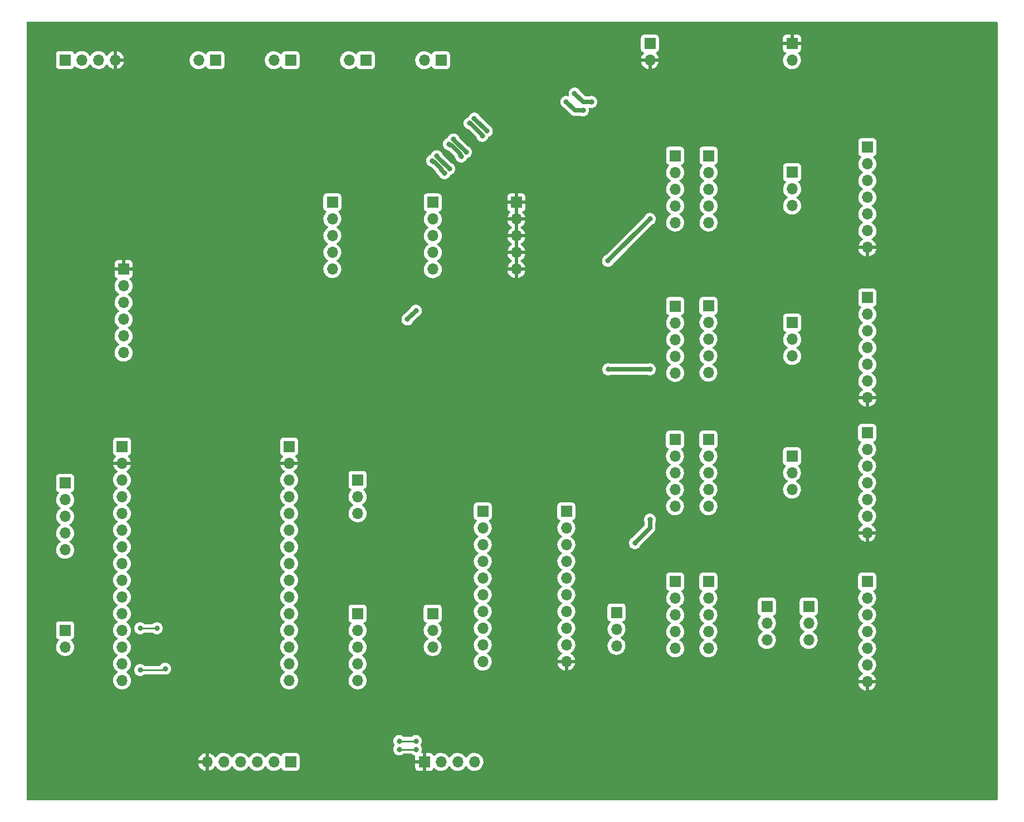
<source format=gbr>
G04 #@! TF.GenerationSoftware,KiCad,Pcbnew,(6.0.7)*
G04 #@! TF.CreationDate,2023-02-20T16:11:37-05:00*
G04 #@! TF.ProjectId,FlyBoxBoard,466c7942-6f78-4426-9f61-72642e6b6963,rev?*
G04 #@! TF.SameCoordinates,Original*
G04 #@! TF.FileFunction,Copper,L2,Bot*
G04 #@! TF.FilePolarity,Positive*
%FSLAX46Y46*%
G04 Gerber Fmt 4.6, Leading zero omitted, Abs format (unit mm)*
G04 Created by KiCad (PCBNEW (6.0.7)) date 2023-02-20 16:11:37*
%MOMM*%
%LPD*%
G01*
G04 APERTURE LIST*
G04 #@! TA.AperFunction,ComponentPad*
%ADD10R,1.700000X1.700000*%
G04 #@! TD*
G04 #@! TA.AperFunction,ComponentPad*
%ADD11O,1.700000X1.700000*%
G04 #@! TD*
G04 #@! TA.AperFunction,ViaPad*
%ADD12C,0.800000*%
G04 #@! TD*
G04 #@! TA.AperFunction,Conductor*
%ADD13C,0.635000*%
G04 #@! TD*
G04 #@! TA.AperFunction,Conductor*
%ADD14C,0.254000*%
G04 #@! TD*
G04 APERTURE END LIST*
D10*
G04 #@! TO.P,J20,1,Pin_1*
G04 #@! TO.N,Net-(J20-Pad1)*
X129540000Y-105923800D03*
D11*
G04 #@! TO.P,J20,2,Pin_2*
G04 #@! TO.N,Net-(J20-Pad2)*
X129540000Y-108463800D03*
G04 #@! TO.P,J20,3,Pin_3*
G04 #@! TO.N,Net-(J20-Pad3)*
X129540000Y-111003800D03*
G04 #@! TD*
D10*
G04 #@! TO.P,J11,1,Pin_1*
G04 #@! TO.N,/G LED+*
X68580000Y-22860000D03*
D11*
G04 #@! TO.P,J11,2,Pin_2*
G04 #@! TO.N,/G LED-*
X66040000Y-22860000D03*
G04 #@! TD*
D10*
G04 #@! TO.P,J33,1,Pin_1*
G04 #@! TO.N,Net-(J34-Pad1)*
X120650000Y-80523800D03*
D11*
G04 #@! TO.P,J33,2,Pin_2*
G04 #@! TO.N,unconnected-(J33-Pad2)*
X120650000Y-83063800D03*
G04 #@! TO.P,J33,3,Pin_3*
G04 #@! TO.N,unconnected-(J33-Pad3)*
X120650000Y-85603800D03*
G04 #@! TO.P,J33,4,Pin_4*
G04 #@! TO.N,unconnected-(J33-Pad4)*
X120650000Y-88143800D03*
G04 #@! TO.P,J33,5,Pin_5*
G04 #@! TO.N,Net-(J37-Pad3)*
X120650000Y-90683800D03*
G04 #@! TD*
D10*
G04 #@! TO.P,J29,1,Pin_1*
G04 #@! TO.N,Net-(J35-Pad2)*
X120675000Y-37373800D03*
D11*
G04 #@! TO.P,J29,2,Pin_2*
G04 #@! TO.N,unconnected-(J29-Pad2)*
X120675000Y-39913800D03*
G04 #@! TO.P,J29,3,Pin_3*
G04 #@! TO.N,unconnected-(J29-Pad3)*
X120675000Y-42453800D03*
G04 #@! TO.P,J29,4,Pin_4*
G04 #@! TO.N,unconnected-(J29-Pad4)*
X120675000Y-44993800D03*
G04 #@! TO.P,J29,5,Pin_5*
G04 #@! TO.N,Net-(J35-Pad3)*
X120675000Y-47533800D03*
G04 #@! TD*
D10*
G04 #@! TO.P,J30,1,Pin_1*
G04 #@! TO.N,Net-(J35-Pad2)*
X115595000Y-37373800D03*
D11*
G04 #@! TO.P,J30,2,Pin_2*
G04 #@! TO.N,unconnected-(J30-Pad2)*
X115595000Y-39913800D03*
G04 #@! TO.P,J30,3,Pin_3*
G04 #@! TO.N,unconnected-(J30-Pad3)*
X115595000Y-42453800D03*
G04 #@! TO.P,J30,4,Pin_4*
G04 #@! TO.N,unconnected-(J30-Pad4)*
X115595000Y-44993800D03*
G04 #@! TO.P,J30,5,Pin_5*
G04 #@! TO.N,/HV1*
X115595000Y-47533800D03*
G04 #@! TD*
D10*
G04 #@! TO.P,J36,1,Pin_1*
G04 #@! TO.N,Net-(J36-Pad1)*
X133375000Y-62758800D03*
D11*
G04 #@! TO.P,J36,2,Pin_2*
G04 #@! TO.N,Net-(J36-Pad2)*
X133375000Y-65298800D03*
G04 #@! TO.P,J36,3,Pin_3*
G04 #@! TO.N,Net-(J36-Pad3)*
X133375000Y-67838800D03*
G04 #@! TD*
D10*
G04 #@! TO.P,J21,1,Pin_1*
G04 #@! TO.N,Net-(J21-Pad1)*
X78740000Y-106988200D03*
D11*
G04 #@! TO.P,J21,2,Pin_2*
G04 #@! TO.N,Net-(J21-Pad2)*
X78740000Y-109528200D03*
G04 #@! TO.P,J21,3,Pin_3*
G04 #@! TO.N,Net-(J21-Pad3)*
X78740000Y-112068200D03*
G04 #@! TD*
D10*
G04 #@! TO.P,J16,1,Pin_1*
G04 #@! TO.N,Net-(J20-Pad2)*
X120650000Y-102113800D03*
D11*
G04 #@! TO.P,J16,2,Pin_2*
G04 #@! TO.N,unconnected-(J16-Pad2)*
X120650000Y-104653800D03*
G04 #@! TO.P,J16,3,Pin_3*
G04 #@! TO.N,unconnected-(J16-Pad3)*
X120650000Y-107193800D03*
G04 #@! TO.P,J16,4,Pin_4*
G04 #@! TO.N,unconnected-(J16-Pad4)*
X120650000Y-109733800D03*
G04 #@! TO.P,J16,5,Pin_5*
G04 #@! TO.N,Net-(J20-Pad3)*
X120650000Y-112273800D03*
G04 #@! TD*
D10*
G04 #@! TO.P,J27,1,Pin_1*
G04 #@! TO.N,/5V*
X99060000Y-91440000D03*
D11*
G04 #@! TO.P,J27,2,Pin_2*
G04 #@! TO.N,/HV1*
X99060000Y-93980000D03*
G04 #@! TO.P,J27,3,Pin_3*
G04 #@! TO.N,/HV2*
X99060000Y-96520000D03*
G04 #@! TO.P,J27,4,Pin_4*
G04 #@! TO.N,/HV3*
X99060000Y-99060000D03*
G04 #@! TO.P,J27,5,Pin_5*
G04 #@! TO.N,/HV4*
X99060000Y-101600000D03*
G04 #@! TO.P,J27,6,Pin_6*
G04 #@! TO.N,/HV5*
X99060000Y-104140000D03*
G04 #@! TO.P,J27,7,Pin_7*
G04 #@! TO.N,Net-(J27-Pad7)*
X99060000Y-106680000D03*
G04 #@! TO.P,J27,8,Pin_8*
G04 #@! TO.N,Net-(J27-Pad8)*
X99060000Y-109220000D03*
G04 #@! TO.P,J27,9,Pin_9*
G04 #@! TO.N,Net-(J27-Pad9)*
X99060000Y-111760000D03*
G04 #@! TO.P,J27,10,Pin_10*
G04 #@! TO.N,/GND*
X99060000Y-114300000D03*
G04 #@! TD*
D10*
G04 #@! TO.P,J40,1,Pin_1*
G04 #@! TO.N,/R LED+*
X144780000Y-79481200D03*
D11*
G04 #@! TO.P,J40,2,Pin_2*
G04 #@! TO.N,/R LED-*
X144780000Y-82021200D03*
G04 #@! TO.P,J40,3,Pin_3*
G04 #@! TO.N,Net-(J37-Pad1)*
X144780000Y-84561200D03*
G04 #@! TO.P,J40,4,Pin_4*
G04 #@! TO.N,Net-(J37-Pad3)*
X144780000Y-87101200D03*
G04 #@! TO.P,J40,5,Pin_5*
G04 #@! TO.N,/12V*
X144780000Y-89641200D03*
G04 #@! TO.P,J40,6,Pin_6*
G04 #@! TO.N,unconnected-(J40-Pad6)*
X144780000Y-92181200D03*
G04 #@! TO.P,J40,7,Pin_7*
G04 #@! TO.N,/GND*
X144780000Y-94721200D03*
G04 #@! TD*
D10*
G04 #@! TO.P,J5,1,Pin_1*
G04 #@! TO.N,/5V*
X56926800Y-81588200D03*
D11*
G04 #@! TO.P,J5,2,Pin_2*
G04 #@! TO.N,/GND*
X56926800Y-84128200D03*
G04 #@! TO.P,J5,3,Pin_3*
G04 #@! TO.N,Net-(J24-Pad1)*
X56926800Y-86668200D03*
G04 #@! TO.P,J5,4,Pin_4*
G04 #@! TO.N,Net-(J24-Pad2)*
X56926800Y-89208200D03*
G04 #@! TO.P,J5,5,Pin_5*
G04 #@! TO.N,Net-(J24-Pad3)*
X56926800Y-91748200D03*
G04 #@! TO.P,J5,6,Pin_6*
G04 #@! TO.N,/D27*
X56926800Y-94288200D03*
G04 #@! TO.P,J5,7,Pin_7*
G04 #@! TO.N,/D26*
X56926800Y-96828200D03*
G04 #@! TO.P,J5,8,Pin_8*
G04 #@! TO.N,/D25*
X56926800Y-99368200D03*
G04 #@! TO.P,J5,9,Pin_9*
G04 #@! TO.N,/D33*
X56926800Y-101908200D03*
G04 #@! TO.P,J5,10,Pin_10*
G04 #@! TO.N,/D32*
X56926800Y-104448200D03*
G04 #@! TO.P,J5,11,Pin_11*
G04 #@! TO.N,Net-(J25-Pad1)*
X56926800Y-106988200D03*
G04 #@! TO.P,J5,12,Pin_12*
G04 #@! TO.N,Net-(J25-Pad2)*
X56926800Y-109528200D03*
G04 #@! TO.P,J5,13,Pin_13*
G04 #@! TO.N,Net-(J25-Pad3)*
X56926800Y-112068200D03*
G04 #@! TO.P,J5,14,Pin_14*
G04 #@! TO.N,Net-(J25-Pad4)*
X56926800Y-114608200D03*
G04 #@! TO.P,J5,15,Pin_15*
G04 #@! TO.N,Net-(J25-Pad5)*
X56926800Y-117148200D03*
G04 #@! TD*
D10*
G04 #@! TO.P,J35,1,Pin_1*
G04 #@! TO.N,Net-(J35-Pad1)*
X133375000Y-39898800D03*
D11*
G04 #@! TO.P,J35,2,Pin_2*
G04 #@! TO.N,Net-(J35-Pad2)*
X133375000Y-42438800D03*
G04 #@! TO.P,J35,3,Pin_3*
G04 #@! TO.N,Net-(J35-Pad3)*
X133375000Y-44978800D03*
G04 #@! TD*
D10*
G04 #@! TO.P,J25,1,Pin_1*
G04 #@! TO.N,Net-(J25-Pad1)*
X67335000Y-106988200D03*
D11*
G04 #@! TO.P,J25,2,Pin_2*
G04 #@! TO.N,Net-(J25-Pad2)*
X67335000Y-109528200D03*
G04 #@! TO.P,J25,3,Pin_3*
G04 #@! TO.N,Net-(J25-Pad3)*
X67335000Y-112068200D03*
G04 #@! TO.P,J25,4,Pin_4*
G04 #@! TO.N,Net-(J25-Pad4)*
X67335000Y-114608200D03*
G04 #@! TO.P,J25,5,Pin_5*
G04 #@! TO.N,Net-(J25-Pad5)*
X67335000Y-117148200D03*
G04 #@! TD*
D10*
G04 #@! TO.P,J4,1,Pin_1*
G04 #@! TO.N,/GND*
X31775000Y-54635000D03*
D11*
G04 #@! TO.P,J4,2,Pin_2*
G04 #@! TO.N,/5V*
X31775000Y-57175000D03*
G04 #@! TO.P,J4,3,Pin_3*
G04 #@! TO.N,/D22*
X31775000Y-59715000D03*
G04 #@! TO.P,J4,4,Pin_4*
G04 #@! TO.N,/D21*
X31775000Y-62255000D03*
G04 #@! TO.P,J4,5,Pin_5*
G04 #@! TO.N,unconnected-(J4-Pad5)*
X31775000Y-64795000D03*
G04 #@! TO.P,J4,6,Pin_6*
G04 #@! TO.N,unconnected-(J4-Pad6)*
X31775000Y-67335000D03*
G04 #@! TD*
D10*
G04 #@! TO.P,J15,1,Pin_1*
G04 #@! TO.N,/3V3*
X57150000Y-129540000D03*
D11*
G04 #@! TO.P,J15,2,Pin_2*
G04 #@! TO.N,/D5*
X54610000Y-129540000D03*
G04 #@! TO.P,J15,3,Pin_3*
G04 #@! TO.N,/D23*
X52070000Y-129540000D03*
G04 #@! TO.P,J15,4,Pin_4*
G04 #@! TO.N,/D18*
X49530000Y-129540000D03*
G04 #@! TO.P,J15,5,Pin_5*
G04 #@! TO.N,/D19*
X46990000Y-129540000D03*
G04 #@! TO.P,J15,6,Pin_6*
G04 #@! TO.N,/GND*
X44450000Y-129540000D03*
G04 #@! TD*
D10*
G04 #@! TO.P,GND,1,Pin_1*
G04 #@! TO.N,/GND*
X91465000Y-44480000D03*
D11*
G04 #@! TO.P,GND,2,Pin_2*
X91465000Y-47020000D03*
G04 #@! TO.P,GND,3,Pin_3*
X91465000Y-49560000D03*
G04 #@! TO.P,GND,4,Pin_4*
X91465000Y-52100000D03*
G04 #@! TO.P,GND,5,Pin_5*
X91465000Y-54640000D03*
G04 #@! TD*
D10*
G04 #@! TO.P,J10,1,Pin_1*
G04 #@! TO.N,/R LED+*
X57150000Y-22860000D03*
D11*
G04 #@! TO.P,J10,2,Pin_2*
G04 #@! TO.N,/R LED-*
X54610000Y-22860000D03*
G04 #@! TD*
D10*
G04 #@! TO.P,J32,1,Pin_1*
G04 #@! TO.N,Net-(J36-Pad2)*
X115595000Y-60233800D03*
D11*
G04 #@! TO.P,J32,2,Pin_2*
G04 #@! TO.N,unconnected-(J32-Pad2)*
X115595000Y-62773800D03*
G04 #@! TO.P,J32,3,Pin_3*
G04 #@! TO.N,unconnected-(J32-Pad3)*
X115595000Y-65313800D03*
G04 #@! TO.P,J32,4,Pin_4*
G04 #@! TO.N,unconnected-(J32-Pad4)*
X115595000Y-67853800D03*
G04 #@! TO.P,J32,5,Pin_5*
G04 #@! TO.N,/HV2*
X115595000Y-70393800D03*
G04 #@! TD*
D10*
G04 #@! TO.P,J9,1,Pin_1*
G04 #@! TO.N,/HV5*
X22870000Y-22835000D03*
D11*
G04 #@! TO.P,J9,2,Pin_2*
G04 #@! TO.N,/X*
X25410000Y-22835000D03*
G04 #@! TO.P,J9,3,Pin_3*
G04 #@! TO.N,/12V*
X27950000Y-22835000D03*
G04 #@! TO.P,J9,4,Pin_4*
G04 #@! TO.N,/GND*
X30490000Y-22835000D03*
G04 #@! TD*
D10*
G04 #@! TO.P,5V,1,Pin_1*
G04 #@! TO.N,/5V*
X78765000Y-44480000D03*
D11*
G04 #@! TO.P,5V,2,Pin_2*
X78765000Y-47020000D03*
G04 #@! TO.P,5V,3,Pin_3*
X78765000Y-49560000D03*
G04 #@! TO.P,5V,4,Pin_4*
X78765000Y-52100000D03*
G04 #@! TO.P,5V,5,Pin_5*
X78765000Y-54640000D03*
G04 #@! TD*
D10*
G04 #@! TO.P,J31,1,Pin_1*
G04 #@! TO.N,Net-(J36-Pad2)*
X120650000Y-60203800D03*
D11*
G04 #@! TO.P,J31,2,Pin_2*
G04 #@! TO.N,unconnected-(J31-Pad2)*
X120650000Y-62743800D03*
G04 #@! TO.P,J31,3,Pin_3*
G04 #@! TO.N,unconnected-(J31-Pad3)*
X120650000Y-65283800D03*
G04 #@! TO.P,J31,4,Pin_4*
G04 #@! TO.N,unconnected-(J31-Pad4)*
X120650000Y-67823800D03*
G04 #@! TO.P,J31,5,Pin_5*
G04 #@! TO.N,Net-(J36-Pad3)*
X120650000Y-70363800D03*
G04 #@! TD*
D10*
G04 #@! TO.P,J28,1,Pin_1*
G04 #@! TO.N,Net-(J27-Pad7)*
X106680000Y-106805800D03*
D11*
G04 #@! TO.P,J28,2,Pin_2*
G04 #@! TO.N,Net-(J27-Pad8)*
X106680000Y-109345800D03*
G04 #@! TO.P,J28,3,Pin_3*
G04 #@! TO.N,Net-(J27-Pad9)*
X106680000Y-111885800D03*
G04 #@! TD*
D10*
G04 #@! TO.P,J3,1,Pin_1*
G04 #@! TO.N,/3V3*
X31526800Y-81588200D03*
D11*
G04 #@! TO.P,J3,2,Pin_2*
G04 #@! TO.N,/GND*
X31526800Y-84128200D03*
G04 #@! TO.P,J3,3,Pin_3*
G04 #@! TO.N,Net-(J18-Pad1)*
X31526800Y-86668200D03*
G04 #@! TO.P,J3,4,Pin_4*
G04 #@! TO.N,Net-(J18-Pad2)*
X31526800Y-89208200D03*
G04 #@! TO.P,J3,5,Pin_5*
G04 #@! TO.N,Net-(J18-Pad3)*
X31526800Y-91748200D03*
G04 #@! TO.P,J3,6,Pin_6*
G04 #@! TO.N,Net-(J18-Pad4)*
X31526800Y-94288200D03*
G04 #@! TO.P,J3,7,Pin_7*
G04 #@! TO.N,Net-(J18-Pad5)*
X31526800Y-96828200D03*
G04 #@! TO.P,J3,8,Pin_8*
G04 #@! TO.N,/D5*
X31526800Y-99368200D03*
G04 #@! TO.P,J3,9,Pin_9*
G04 #@! TO.N,/D18*
X31526800Y-101908200D03*
G04 #@! TO.P,J3,10,Pin_10*
G04 #@! TO.N,/D19*
X31526800Y-104448200D03*
G04 #@! TO.P,J3,11,Pin_11*
G04 #@! TO.N,/D21*
X31526800Y-106988200D03*
G04 #@! TO.P,J3,12,Pin_12*
G04 #@! TO.N,Net-(J19-Pad1)*
X31526800Y-109528200D03*
G04 #@! TO.P,J3,13,Pin_13*
G04 #@! TO.N,Net-(J19-Pad2)*
X31526800Y-112068200D03*
G04 #@! TO.P,J3,14,Pin_14*
G04 #@! TO.N,/D22*
X31526800Y-114608200D03*
G04 #@! TO.P,J3,15,Pin_15*
G04 #@! TO.N,/D23*
X31526800Y-117148200D03*
G04 #@! TD*
D10*
G04 #@! TO.P,J19,1,Pin_1*
G04 #@! TO.N,Net-(J19-Pad1)*
X22885000Y-109528200D03*
D11*
G04 #@! TO.P,J19,2,Pin_2*
G04 #@! TO.N,Net-(J19-Pad2)*
X22885000Y-112068200D03*
G04 #@! TD*
D10*
G04 #@! TO.P,J39,1,Pin_1*
G04 #@! TO.N,/G LED+*
X144805000Y-58953800D03*
D11*
G04 #@! TO.P,J39,2,Pin_2*
G04 #@! TO.N,/G LED-*
X144805000Y-61493800D03*
G04 #@! TO.P,J39,3,Pin_3*
G04 #@! TO.N,Net-(J36-Pad1)*
X144805000Y-64033800D03*
G04 #@! TO.P,J39,4,Pin_4*
G04 #@! TO.N,Net-(J36-Pad3)*
X144805000Y-66573800D03*
G04 #@! TO.P,J39,5,Pin_5*
G04 #@! TO.N,/12V*
X144805000Y-69113800D03*
G04 #@! TO.P,J39,6,Pin_6*
G04 #@! TO.N,unconnected-(J39-Pad6)*
X144805000Y-71653800D03*
G04 #@! TO.P,J39,7,Pin_7*
G04 #@! TO.N,/GND*
X144805000Y-74193800D03*
G04 #@! TD*
D10*
G04 #@! TO.P,J13,1,Pin_1*
G04 #@! TO.N,/IR LED+*
X45720000Y-22860000D03*
D11*
G04 #@! TO.P,J13,2,Pin_2*
G04 #@! TO.N,/IR LED-*
X43180000Y-22860000D03*
G04 #@! TD*
D10*
G04 #@! TO.P,J24,1,Pin_1*
G04 #@! TO.N,Net-(J24-Pad1)*
X67335000Y-86668200D03*
D11*
G04 #@! TO.P,J24,2,Pin_2*
G04 #@! TO.N,Net-(J24-Pad2)*
X67335000Y-89208200D03*
G04 #@! TO.P,J24,3,Pin_3*
G04 #@! TO.N,Net-(J24-Pad3)*
X67335000Y-91748200D03*
G04 #@! TD*
D10*
G04 #@! TO.P,J12,1,Pin_1*
G04 #@! TO.N,/W LED+*
X80010000Y-22860000D03*
D11*
G04 #@! TO.P,J12,2,Pin_2*
G04 #@! TO.N,/W LED-*
X77470000Y-22860000D03*
G04 #@! TD*
D10*
G04 #@! TO.P,J1,1,Pin_1*
G04 #@! TO.N,/GND*
X133350000Y-20320000D03*
D11*
G04 #@! TO.P,J1,2,Pin_2*
G04 #@! TO.N,/5V*
X133350000Y-22860000D03*
G04 #@! TD*
D10*
G04 #@! TO.P,J17,1,Pin_1*
G04 #@! TO.N,Net-(J20-Pad2)*
X115595000Y-102113800D03*
D11*
G04 #@! TO.P,J17,2,Pin_2*
G04 #@! TO.N,unconnected-(J17-Pad2)*
X115595000Y-104653800D03*
G04 #@! TO.P,J17,3,Pin_3*
G04 #@! TO.N,unconnected-(J17-Pad3)*
X115595000Y-107193800D03*
G04 #@! TO.P,J17,4,Pin_4*
G04 #@! TO.N,unconnected-(J17-Pad4)*
X115595000Y-109733800D03*
G04 #@! TO.P,J17,5,Pin_5*
G04 #@! TO.N,/HV4*
X115595000Y-112273800D03*
G04 #@! TD*
D10*
G04 #@! TO.P,J22,1,Pin_1*
G04 #@! TO.N,Net-(J20-Pad1)*
X135890000Y-105923800D03*
D11*
G04 #@! TO.P,J22,2,Pin_2*
G04 #@! TO.N,Net-(J20-Pad3)*
X135890000Y-108463800D03*
G04 #@! TO.P,J22,3,Pin_3*
X135890000Y-111003800D03*
G04 #@! TD*
D10*
G04 #@! TO.P,J26,1,Pin_1*
G04 #@! TO.N,/IR LED+*
X144780000Y-102113800D03*
D11*
G04 #@! TO.P,J26,2,Pin_2*
G04 #@! TO.N,/IR LED-*
X144780000Y-104653800D03*
G04 #@! TO.P,J26,3,Pin_3*
G04 #@! TO.N,Net-(J20-Pad1)*
X144780000Y-107193800D03*
G04 #@! TO.P,J26,4,Pin_4*
G04 #@! TO.N,Net-(J20-Pad3)*
X144780000Y-109733800D03*
G04 #@! TO.P,J26,5,Pin_5*
G04 #@! TO.N,/12V*
X144780000Y-112273800D03*
G04 #@! TO.P,J26,6,Pin_6*
G04 #@! TO.N,unconnected-(J26-Pad6)*
X144780000Y-114813800D03*
G04 #@! TO.P,J26,7,Pin_7*
G04 #@! TO.N,/GND*
X144780000Y-117353800D03*
G04 #@! TD*
D10*
G04 #@! TO.P,J23,1,Pin_1*
G04 #@! TO.N,/3V3*
X86360000Y-91440000D03*
D11*
G04 #@! TO.P,J23,2,Pin_2*
G04 #@! TO.N,/D27*
X86360000Y-93980000D03*
G04 #@! TO.P,J23,3,Pin_3*
G04 #@! TO.N,/D26*
X86360000Y-96520000D03*
G04 #@! TO.P,J23,4,Pin_4*
G04 #@! TO.N,/D25*
X86360000Y-99060000D03*
G04 #@! TO.P,J23,5,Pin_5*
G04 #@! TO.N,/D33*
X86360000Y-101600000D03*
G04 #@! TO.P,J23,6,Pin_6*
G04 #@! TO.N,/D32*
X86360000Y-104140000D03*
G04 #@! TO.P,J23,7,Pin_7*
G04 #@! TO.N,Net-(J21-Pad1)*
X86360000Y-106680000D03*
G04 #@! TO.P,J23,8,Pin_8*
G04 #@! TO.N,Net-(J21-Pad2)*
X86360000Y-109220000D03*
G04 #@! TO.P,J23,9,Pin_9*
G04 #@! TO.N,Net-(J21-Pad3)*
X86360000Y-111760000D03*
G04 #@! TO.P,J23,10,Pin_10*
G04 #@! TO.N,/3V3*
X86360000Y-114300000D03*
G04 #@! TD*
D10*
G04 #@! TO.P,J14,1,Pin_1*
G04 #@! TO.N,/GND*
X77470000Y-129540000D03*
D11*
G04 #@! TO.P,J14,2,Pin_2*
G04 #@! TO.N,/5V*
X80010000Y-129540000D03*
G04 #@! TO.P,J14,3,Pin_3*
G04 #@! TO.N,/D21*
X82550000Y-129540000D03*
G04 #@! TO.P,J14,4,Pin_4*
G04 #@! TO.N,/D22*
X85090000Y-129540000D03*
G04 #@! TD*
D10*
G04 #@! TO.P,J37,1,Pin_1*
G04 #@! TO.N,Net-(J37-Pad1)*
X133350000Y-83063800D03*
D11*
G04 #@! TO.P,J37,2,Pin_2*
G04 #@! TO.N,Net-(J34-Pad1)*
X133350000Y-85603800D03*
G04 #@! TO.P,J37,3,Pin_3*
G04 #@! TO.N,Net-(J37-Pad3)*
X133350000Y-88143800D03*
G04 #@! TD*
D10*
G04 #@! TO.P,J2,1,Pin_1*
G04 #@! TO.N,/12V*
X111760000Y-20320000D03*
D11*
G04 #@! TO.P,J2,2,Pin_2*
G04 #@! TO.N,/GND*
X111760000Y-22860000D03*
G04 #@! TD*
D10*
G04 #@! TO.P,J38,1,Pin_1*
G04 #@! TO.N,/W LED+*
X144805000Y-36093800D03*
D11*
G04 #@! TO.P,J38,2,Pin_2*
G04 #@! TO.N,/W LED-*
X144805000Y-38633800D03*
G04 #@! TO.P,J38,3,Pin_3*
G04 #@! TO.N,Net-(J35-Pad1)*
X144805000Y-41173800D03*
G04 #@! TO.P,J38,4,Pin_4*
G04 #@! TO.N,Net-(J35-Pad3)*
X144805000Y-43713800D03*
G04 #@! TO.P,J38,5,Pin_5*
G04 #@! TO.N,/12V*
X144805000Y-46253800D03*
G04 #@! TO.P,J38,6,Pin_6*
G04 #@! TO.N,unconnected-(J38-Pad6)*
X144805000Y-48793800D03*
G04 #@! TO.P,J38,7,Pin_7*
G04 #@! TO.N,/GND*
X144805000Y-51333800D03*
G04 #@! TD*
D10*
G04 #@! TO.P,J34,1,Pin_1*
G04 #@! TO.N,Net-(J34-Pad1)*
X115570000Y-80523800D03*
D11*
G04 #@! TO.P,J34,2,Pin_2*
G04 #@! TO.N,unconnected-(J34-Pad2)*
X115570000Y-83063800D03*
G04 #@! TO.P,J34,3,Pin_3*
G04 #@! TO.N,unconnected-(J34-Pad3)*
X115570000Y-85603800D03*
G04 #@! TO.P,J34,4,Pin_4*
G04 #@! TO.N,unconnected-(J34-Pad4)*
X115570000Y-88143800D03*
G04 #@! TO.P,J34,5,Pin_5*
G04 #@! TO.N,/HV3*
X115570000Y-90683800D03*
G04 #@! TD*
D10*
G04 #@! TO.P,12V,1,Pin_1*
G04 #@! TO.N,/12V*
X63500000Y-44450000D03*
D11*
G04 #@! TO.P,12V,2,Pin_2*
X63500000Y-46990000D03*
G04 #@! TO.P,12V,3,Pin_3*
X63500000Y-49530000D03*
G04 #@! TO.P,12V,4,Pin_4*
X63500000Y-52070000D03*
G04 #@! TO.P,12V,5,Pin_5*
X63500000Y-54610000D03*
G04 #@! TD*
D10*
G04 #@! TO.P,J18,1,Pin_1*
G04 #@! TO.N,Net-(J18-Pad1)*
X22885000Y-87146200D03*
D11*
G04 #@! TO.P,J18,2,Pin_2*
G04 #@! TO.N,Net-(J18-Pad2)*
X22885000Y-89686200D03*
G04 #@! TO.P,J18,3,Pin_3*
G04 #@! TO.N,Net-(J18-Pad3)*
X22885000Y-92226200D03*
G04 #@! TO.P,J18,4,Pin_4*
G04 #@! TO.N,Net-(J18-Pad4)*
X22885000Y-94766200D03*
G04 #@! TO.P,J18,5,Pin_5*
G04 #@! TO.N,Net-(J18-Pad5)*
X22885000Y-97306200D03*
G04 #@! TD*
D12*
G04 #@! TO.N,/5V*
X74916583Y-62243417D03*
X76213417Y-60946583D03*
G04 #@! TO.N,/D21*
X76200000Y-127635000D03*
X36830000Y-109220000D03*
X34290000Y-109220000D03*
X73660000Y-127635000D03*
G04 #@! TO.N,/D22*
X73660000Y-126365000D03*
X34290000Y-115570000D03*
X76200000Y-126365000D03*
X38100000Y-115370260D03*
G04 #@! TO.N,/R LED+*
X81908286Y-34904880D03*
X83820000Y-36830000D03*
G04 #@! TO.N,/R LED-*
X83082783Y-37504919D03*
X81201531Y-35611635D03*
G04 #@! TO.N,/G LED+*
X85076583Y-31736583D03*
X86963851Y-33623851D03*
G04 #@! TO.N,/G LED-*
X86291803Y-34363688D03*
X84369828Y-32443338D03*
G04 #@! TO.N,/W LED+*
X102870000Y-29210000D03*
X100316583Y-27926583D03*
G04 #@! TO.N,/W LED-*
X101600000Y-30480000D03*
X99046583Y-29196583D03*
G04 #@! TO.N,/IR LED+*
X81280000Y-39370000D03*
X79368286Y-37444880D03*
G04 #@! TO.N,/IR LED-*
X78661531Y-38151635D03*
X80542783Y-40044919D03*
G04 #@! TO.N,/HV2*
X111760000Y-69850000D03*
X105410000Y-69850000D03*
G04 #@! TO.N,/HV3*
X111773417Y-92696583D03*
X109474000Y-96266000D03*
G04 #@! TO.N,/HV1*
X111760000Y-46990000D03*
X105396583Y-53353417D03*
G04 #@! TD*
D13*
G04 #@! TO.N,/5V*
X76213417Y-60946583D02*
X74916583Y-62243417D01*
D14*
G04 #@! TO.N,/D21*
X34290000Y-109220000D02*
X36830000Y-109220000D01*
X76200000Y-127635000D02*
X73660000Y-127635000D01*
G04 #@! TO.N,/D22*
X38100000Y-115370260D02*
X37900260Y-115570000D01*
X73660000Y-126365000D02*
X76200000Y-126365000D01*
X37900260Y-115570000D02*
X34290000Y-115570000D01*
D13*
G04 #@! TO.N,/R LED+*
X81908286Y-34918286D02*
X83820000Y-36830000D01*
X81908286Y-34904880D02*
X81908286Y-34918286D01*
G04 #@! TO.N,/R LED-*
X82902500Y-37324636D02*
X82902500Y-37093368D01*
X81631512Y-35822380D02*
X81412276Y-35822380D01*
X81412276Y-35822380D02*
X81201531Y-35611635D01*
X82902500Y-37093368D02*
X81631512Y-35822380D01*
X83082783Y-37504919D02*
X82902500Y-37324636D01*
G04 #@! TO.N,/G LED+*
X86963851Y-33623851D02*
X85076583Y-31736583D01*
G04 #@! TO.N,/G LED-*
X84369828Y-32443338D02*
X84485797Y-32443338D01*
X84485797Y-32443338D02*
X86346230Y-34303771D01*
X86291803Y-34358198D02*
X86291803Y-34363688D01*
X86346230Y-34303771D02*
X86291803Y-34358198D01*
G04 #@! TO.N,/W LED+*
X102870000Y-29210000D02*
X101600000Y-29210000D01*
X101600000Y-29210000D02*
X100316583Y-27926583D01*
G04 #@! TO.N,/W LED-*
X101600000Y-30480000D02*
X100330000Y-30480000D01*
X100330000Y-30480000D02*
X99046583Y-29196583D01*
G04 #@! TO.N,/IR LED+*
X79368286Y-37458286D02*
X81280000Y-39370000D01*
X79368286Y-37444880D02*
X79368286Y-37458286D01*
G04 #@! TO.N,/IR LED-*
X80010000Y-39512136D02*
X80542783Y-40044919D01*
X79002380Y-38362380D02*
X80010000Y-39370000D01*
X78661531Y-38151635D02*
X78872276Y-38362380D01*
X78872276Y-38362380D02*
X79002380Y-38362380D01*
X80010000Y-39370000D02*
X80010000Y-39512136D01*
G04 #@! TO.N,/HV2*
X111760000Y-69850000D02*
X105410000Y-69850000D01*
G04 #@! TO.N,/HV3*
X109474000Y-96266000D02*
X111773417Y-93966583D01*
X111773417Y-93966583D02*
X111773417Y-92696583D01*
G04 #@! TO.N,/HV1*
X111760000Y-46990000D02*
X105396583Y-53353417D01*
G04 #@! TD*
G04 #@! TA.AperFunction,Conductor*
G04 #@! TO.N,/GND*
G36*
X164533621Y-17038502D02*
G01*
X164580114Y-17092158D01*
X164591500Y-17144500D01*
X164591500Y-135255500D01*
X164571498Y-135323621D01*
X164517842Y-135370114D01*
X164465500Y-135381500D01*
X17144500Y-135381500D01*
X17076379Y-135361498D01*
X17029886Y-135307842D01*
X17018500Y-135255500D01*
X17018500Y-129807966D01*
X43118257Y-129807966D01*
X43148565Y-129942446D01*
X43151645Y-129952275D01*
X43231770Y-130149603D01*
X43236413Y-130158794D01*
X43347694Y-130340388D01*
X43353777Y-130348699D01*
X43493213Y-130509667D01*
X43500580Y-130516883D01*
X43664434Y-130652916D01*
X43672881Y-130658831D01*
X43856756Y-130766279D01*
X43866042Y-130770729D01*
X44065001Y-130846703D01*
X44074899Y-130849579D01*
X44178250Y-130870606D01*
X44192299Y-130869410D01*
X44196000Y-130859065D01*
X44196000Y-130858517D01*
X44704000Y-130858517D01*
X44708064Y-130872359D01*
X44721478Y-130874393D01*
X44728184Y-130873534D01*
X44738262Y-130871392D01*
X44942255Y-130810191D01*
X44951842Y-130806433D01*
X45143095Y-130712739D01*
X45151945Y-130707464D01*
X45325328Y-130583792D01*
X45333200Y-130577139D01*
X45484052Y-130426812D01*
X45490730Y-130418965D01*
X45618022Y-130241819D01*
X45619279Y-130242722D01*
X45666373Y-130199362D01*
X45736311Y-130187145D01*
X45801751Y-130214678D01*
X45829579Y-130246511D01*
X45889987Y-130345088D01*
X46036250Y-130513938D01*
X46208126Y-130656632D01*
X46401000Y-130769338D01*
X46609692Y-130849030D01*
X46614760Y-130850061D01*
X46614763Y-130850062D01*
X46709862Y-130869410D01*
X46828597Y-130893567D01*
X46833772Y-130893757D01*
X46833774Y-130893757D01*
X47046673Y-130901564D01*
X47046677Y-130901564D01*
X47051837Y-130901753D01*
X47056957Y-130901097D01*
X47056959Y-130901097D01*
X47268288Y-130874025D01*
X47268289Y-130874025D01*
X47273416Y-130873368D01*
X47278366Y-130871883D01*
X47482429Y-130810661D01*
X47482434Y-130810659D01*
X47487384Y-130809174D01*
X47687994Y-130710896D01*
X47869860Y-130581173D01*
X48028096Y-130423489D01*
X48158453Y-130242077D01*
X48159776Y-130243028D01*
X48206645Y-130199857D01*
X48276580Y-130187625D01*
X48342026Y-130215144D01*
X48369875Y-130246994D01*
X48429987Y-130345088D01*
X48576250Y-130513938D01*
X48748126Y-130656632D01*
X48941000Y-130769338D01*
X49149692Y-130849030D01*
X49154760Y-130850061D01*
X49154763Y-130850062D01*
X49249862Y-130869410D01*
X49368597Y-130893567D01*
X49373772Y-130893757D01*
X49373774Y-130893757D01*
X49586673Y-130901564D01*
X49586677Y-130901564D01*
X49591837Y-130901753D01*
X49596957Y-130901097D01*
X49596959Y-130901097D01*
X49808288Y-130874025D01*
X49808289Y-130874025D01*
X49813416Y-130873368D01*
X49818366Y-130871883D01*
X50022429Y-130810661D01*
X50022434Y-130810659D01*
X50027384Y-130809174D01*
X50227994Y-130710896D01*
X50409860Y-130581173D01*
X50568096Y-130423489D01*
X50698453Y-130242077D01*
X50699776Y-130243028D01*
X50746645Y-130199857D01*
X50816580Y-130187625D01*
X50882026Y-130215144D01*
X50909875Y-130246994D01*
X50969987Y-130345088D01*
X51116250Y-130513938D01*
X51288126Y-130656632D01*
X51481000Y-130769338D01*
X51689692Y-130849030D01*
X51694760Y-130850061D01*
X51694763Y-130850062D01*
X51789862Y-130869410D01*
X51908597Y-130893567D01*
X51913772Y-130893757D01*
X51913774Y-130893757D01*
X52126673Y-130901564D01*
X52126677Y-130901564D01*
X52131837Y-130901753D01*
X52136957Y-130901097D01*
X52136959Y-130901097D01*
X52348288Y-130874025D01*
X52348289Y-130874025D01*
X52353416Y-130873368D01*
X52358366Y-130871883D01*
X52562429Y-130810661D01*
X52562434Y-130810659D01*
X52567384Y-130809174D01*
X52767994Y-130710896D01*
X52949860Y-130581173D01*
X53108096Y-130423489D01*
X53238453Y-130242077D01*
X53239776Y-130243028D01*
X53286645Y-130199857D01*
X53356580Y-130187625D01*
X53422026Y-130215144D01*
X53449875Y-130246994D01*
X53509987Y-130345088D01*
X53656250Y-130513938D01*
X53828126Y-130656632D01*
X54021000Y-130769338D01*
X54229692Y-130849030D01*
X54234760Y-130850061D01*
X54234763Y-130850062D01*
X54329862Y-130869410D01*
X54448597Y-130893567D01*
X54453772Y-130893757D01*
X54453774Y-130893757D01*
X54666673Y-130901564D01*
X54666677Y-130901564D01*
X54671837Y-130901753D01*
X54676957Y-130901097D01*
X54676959Y-130901097D01*
X54888288Y-130874025D01*
X54888289Y-130874025D01*
X54893416Y-130873368D01*
X54898366Y-130871883D01*
X55102429Y-130810661D01*
X55102434Y-130810659D01*
X55107384Y-130809174D01*
X55307994Y-130710896D01*
X55489860Y-130581173D01*
X55598091Y-130473319D01*
X55660462Y-130439404D01*
X55731268Y-130444592D01*
X55788030Y-130487238D01*
X55805012Y-130518341D01*
X55849385Y-130636705D01*
X55936739Y-130753261D01*
X56053295Y-130840615D01*
X56189684Y-130891745D01*
X56251866Y-130898500D01*
X58048134Y-130898500D01*
X58110316Y-130891745D01*
X58246705Y-130840615D01*
X58363261Y-130753261D01*
X58450615Y-130636705D01*
X58501745Y-130500316D01*
X58508500Y-130438134D01*
X58508500Y-130434669D01*
X76112001Y-130434669D01*
X76112371Y-130441490D01*
X76117895Y-130492352D01*
X76121521Y-130507604D01*
X76166676Y-130628054D01*
X76175214Y-130643649D01*
X76251715Y-130745724D01*
X76264276Y-130758285D01*
X76366351Y-130834786D01*
X76381946Y-130843324D01*
X76502394Y-130888478D01*
X76517649Y-130892105D01*
X76568514Y-130897631D01*
X76575328Y-130898000D01*
X77197885Y-130898000D01*
X77213124Y-130893525D01*
X77214329Y-130892135D01*
X77216000Y-130884452D01*
X77216000Y-130879884D01*
X77724000Y-130879884D01*
X77728475Y-130895123D01*
X77729865Y-130896328D01*
X77737548Y-130897999D01*
X78364669Y-130897999D01*
X78371490Y-130897629D01*
X78422352Y-130892105D01*
X78437604Y-130888479D01*
X78558054Y-130843324D01*
X78573649Y-130834786D01*
X78675724Y-130758285D01*
X78688285Y-130745724D01*
X78764786Y-130643649D01*
X78773324Y-130628054D01*
X78814225Y-130518952D01*
X78856867Y-130462188D01*
X78923428Y-130437488D01*
X78992777Y-130452696D01*
X79027444Y-130480684D01*
X79052865Y-130510031D01*
X79052869Y-130510035D01*
X79056250Y-130513938D01*
X79228126Y-130656632D01*
X79421000Y-130769338D01*
X79629692Y-130849030D01*
X79634760Y-130850061D01*
X79634763Y-130850062D01*
X79729862Y-130869410D01*
X79848597Y-130893567D01*
X79853772Y-130893757D01*
X79853774Y-130893757D01*
X80066673Y-130901564D01*
X80066677Y-130901564D01*
X80071837Y-130901753D01*
X80076957Y-130901097D01*
X80076959Y-130901097D01*
X80288288Y-130874025D01*
X80288289Y-130874025D01*
X80293416Y-130873368D01*
X80298366Y-130871883D01*
X80502429Y-130810661D01*
X80502434Y-130810659D01*
X80507384Y-130809174D01*
X80707994Y-130710896D01*
X80889860Y-130581173D01*
X81048096Y-130423489D01*
X81178453Y-130242077D01*
X81179776Y-130243028D01*
X81226645Y-130199857D01*
X81296580Y-130187625D01*
X81362026Y-130215144D01*
X81389875Y-130246994D01*
X81449987Y-130345088D01*
X81596250Y-130513938D01*
X81768126Y-130656632D01*
X81961000Y-130769338D01*
X82169692Y-130849030D01*
X82174760Y-130850061D01*
X82174763Y-130850062D01*
X82269862Y-130869410D01*
X82388597Y-130893567D01*
X82393772Y-130893757D01*
X82393774Y-130893757D01*
X82606673Y-130901564D01*
X82606677Y-130901564D01*
X82611837Y-130901753D01*
X82616957Y-130901097D01*
X82616959Y-130901097D01*
X82828288Y-130874025D01*
X82828289Y-130874025D01*
X82833416Y-130873368D01*
X82838366Y-130871883D01*
X83042429Y-130810661D01*
X83042434Y-130810659D01*
X83047384Y-130809174D01*
X83247994Y-130710896D01*
X83429860Y-130581173D01*
X83588096Y-130423489D01*
X83718453Y-130242077D01*
X83719776Y-130243028D01*
X83766645Y-130199857D01*
X83836580Y-130187625D01*
X83902026Y-130215144D01*
X83929875Y-130246994D01*
X83989987Y-130345088D01*
X84136250Y-130513938D01*
X84308126Y-130656632D01*
X84501000Y-130769338D01*
X84709692Y-130849030D01*
X84714760Y-130850061D01*
X84714763Y-130850062D01*
X84809862Y-130869410D01*
X84928597Y-130893567D01*
X84933772Y-130893757D01*
X84933774Y-130893757D01*
X85146673Y-130901564D01*
X85146677Y-130901564D01*
X85151837Y-130901753D01*
X85156957Y-130901097D01*
X85156959Y-130901097D01*
X85368288Y-130874025D01*
X85368289Y-130874025D01*
X85373416Y-130873368D01*
X85378366Y-130871883D01*
X85582429Y-130810661D01*
X85582434Y-130810659D01*
X85587384Y-130809174D01*
X85787994Y-130710896D01*
X85969860Y-130581173D01*
X86128096Y-130423489D01*
X86258453Y-130242077D01*
X86271995Y-130214678D01*
X86355136Y-130046453D01*
X86355137Y-130046451D01*
X86357430Y-130041811D01*
X86422370Y-129828069D01*
X86451529Y-129606590D01*
X86453156Y-129540000D01*
X86434852Y-129317361D01*
X86380431Y-129100702D01*
X86291354Y-128895840D01*
X86170014Y-128708277D01*
X86019670Y-128543051D01*
X86015619Y-128539852D01*
X86015615Y-128539848D01*
X85848414Y-128407800D01*
X85848410Y-128407798D01*
X85844359Y-128404598D01*
X85808028Y-128384542D01*
X85716970Y-128334276D01*
X85648789Y-128296638D01*
X85643920Y-128294914D01*
X85643916Y-128294912D01*
X85443087Y-128223795D01*
X85443083Y-128223794D01*
X85438212Y-128222069D01*
X85433119Y-128221162D01*
X85433116Y-128221161D01*
X85223373Y-128183800D01*
X85223367Y-128183799D01*
X85218284Y-128182894D01*
X85144452Y-128181992D01*
X85000081Y-128180228D01*
X85000079Y-128180228D01*
X84994911Y-128180165D01*
X84774091Y-128213955D01*
X84561756Y-128283357D01*
X84363607Y-128386507D01*
X84359474Y-128389610D01*
X84359471Y-128389612D01*
X84189100Y-128517530D01*
X84184965Y-128520635D01*
X84159541Y-128547240D01*
X84091280Y-128618671D01*
X84030629Y-128682138D01*
X83923201Y-128839621D01*
X83868293Y-128884621D01*
X83797768Y-128892792D01*
X83734021Y-128861538D01*
X83713324Y-128837054D01*
X83632822Y-128712617D01*
X83632820Y-128712614D01*
X83630014Y-128708277D01*
X83479670Y-128543051D01*
X83475619Y-128539852D01*
X83475615Y-128539848D01*
X83308414Y-128407800D01*
X83308410Y-128407798D01*
X83304359Y-128404598D01*
X83268028Y-128384542D01*
X83176970Y-128334276D01*
X83108789Y-128296638D01*
X83103920Y-128294914D01*
X83103916Y-128294912D01*
X82903087Y-128223795D01*
X82903083Y-128223794D01*
X82898212Y-128222069D01*
X82893119Y-128221162D01*
X82893116Y-128221161D01*
X82683373Y-128183800D01*
X82683367Y-128183799D01*
X82678284Y-128182894D01*
X82604452Y-128181992D01*
X82460081Y-128180228D01*
X82460079Y-128180228D01*
X82454911Y-128180165D01*
X82234091Y-128213955D01*
X82021756Y-128283357D01*
X81823607Y-128386507D01*
X81819474Y-128389610D01*
X81819471Y-128389612D01*
X81649100Y-128517530D01*
X81644965Y-128520635D01*
X81619541Y-128547240D01*
X81551280Y-128618671D01*
X81490629Y-128682138D01*
X81383201Y-128839621D01*
X81328293Y-128884621D01*
X81257768Y-128892792D01*
X81194021Y-128861538D01*
X81173324Y-128837054D01*
X81092822Y-128712617D01*
X81092820Y-128712614D01*
X81090014Y-128708277D01*
X80939670Y-128543051D01*
X80935619Y-128539852D01*
X80935615Y-128539848D01*
X80768414Y-128407800D01*
X80768410Y-128407798D01*
X80764359Y-128404598D01*
X80728028Y-128384542D01*
X80636970Y-128334276D01*
X80568789Y-128296638D01*
X80563920Y-128294914D01*
X80563916Y-128294912D01*
X80363087Y-128223795D01*
X80363083Y-128223794D01*
X80358212Y-128222069D01*
X80353119Y-128221162D01*
X80353116Y-128221161D01*
X80143373Y-128183800D01*
X80143367Y-128183799D01*
X80138284Y-128182894D01*
X80064452Y-128181992D01*
X79920081Y-128180228D01*
X79920079Y-128180228D01*
X79914911Y-128180165D01*
X79694091Y-128213955D01*
X79481756Y-128283357D01*
X79283607Y-128386507D01*
X79279474Y-128389610D01*
X79279471Y-128389612D01*
X79109100Y-128517530D01*
X79104965Y-128520635D01*
X79101393Y-128524373D01*
X79023898Y-128605466D01*
X78962374Y-128640895D01*
X78891462Y-128637438D01*
X78833676Y-128596192D01*
X78814823Y-128562644D01*
X78773324Y-128451946D01*
X78764786Y-128436351D01*
X78688285Y-128334276D01*
X78675724Y-128321715D01*
X78573649Y-128245214D01*
X78558054Y-128236676D01*
X78437606Y-128191522D01*
X78422351Y-128187895D01*
X78371486Y-128182369D01*
X78364672Y-128182000D01*
X77742115Y-128182000D01*
X77726876Y-128186475D01*
X77725671Y-128187865D01*
X77724000Y-128195548D01*
X77724000Y-130879884D01*
X77216000Y-130879884D01*
X77216000Y-129812115D01*
X77211525Y-129796876D01*
X77210135Y-129795671D01*
X77202452Y-129794000D01*
X76130116Y-129794000D01*
X76114877Y-129798475D01*
X76113672Y-129799865D01*
X76112001Y-129807548D01*
X76112001Y-130434669D01*
X58508500Y-130434669D01*
X58508500Y-128641866D01*
X58501745Y-128579684D01*
X58450615Y-128443295D01*
X58363261Y-128326739D01*
X58246705Y-128239385D01*
X58110316Y-128188255D01*
X58048134Y-128181500D01*
X56251866Y-128181500D01*
X56189684Y-128188255D01*
X56053295Y-128239385D01*
X55936739Y-128326739D01*
X55849385Y-128443295D01*
X55846233Y-128451703D01*
X55804919Y-128561907D01*
X55762277Y-128618671D01*
X55695716Y-128643371D01*
X55626367Y-128628163D01*
X55593743Y-128602476D01*
X55543151Y-128546875D01*
X55543142Y-128546866D01*
X55539670Y-128543051D01*
X55535619Y-128539852D01*
X55535615Y-128539848D01*
X55368414Y-128407800D01*
X55368410Y-128407798D01*
X55364359Y-128404598D01*
X55328028Y-128384542D01*
X55236970Y-128334276D01*
X55168789Y-128296638D01*
X55163920Y-128294914D01*
X55163916Y-128294912D01*
X54963087Y-128223795D01*
X54963083Y-128223794D01*
X54958212Y-128222069D01*
X54953119Y-128221162D01*
X54953116Y-128221161D01*
X54743373Y-128183800D01*
X54743367Y-128183799D01*
X54738284Y-128182894D01*
X54664452Y-128181992D01*
X54520081Y-128180228D01*
X54520079Y-128180228D01*
X54514911Y-128180165D01*
X54294091Y-128213955D01*
X54081756Y-128283357D01*
X53883607Y-128386507D01*
X53879474Y-128389610D01*
X53879471Y-128389612D01*
X53709100Y-128517530D01*
X53704965Y-128520635D01*
X53679541Y-128547240D01*
X53611280Y-128618671D01*
X53550629Y-128682138D01*
X53443201Y-128839621D01*
X53388293Y-128884621D01*
X53317768Y-128892792D01*
X53254021Y-128861538D01*
X53233324Y-128837054D01*
X53152822Y-128712617D01*
X53152820Y-128712614D01*
X53150014Y-128708277D01*
X52999670Y-128543051D01*
X52995619Y-128539852D01*
X52995615Y-128539848D01*
X52828414Y-128407800D01*
X52828410Y-128407798D01*
X52824359Y-128404598D01*
X52788028Y-128384542D01*
X52696970Y-128334276D01*
X52628789Y-128296638D01*
X52623920Y-128294914D01*
X52623916Y-128294912D01*
X52423087Y-128223795D01*
X52423083Y-128223794D01*
X52418212Y-128222069D01*
X52413119Y-128221162D01*
X52413116Y-128221161D01*
X52203373Y-128183800D01*
X52203367Y-128183799D01*
X52198284Y-128182894D01*
X52124452Y-128181992D01*
X51980081Y-128180228D01*
X51980079Y-128180228D01*
X51974911Y-128180165D01*
X51754091Y-128213955D01*
X51541756Y-128283357D01*
X51343607Y-128386507D01*
X51339474Y-128389610D01*
X51339471Y-128389612D01*
X51169100Y-128517530D01*
X51164965Y-128520635D01*
X51139541Y-128547240D01*
X51071280Y-128618671D01*
X51010629Y-128682138D01*
X50903201Y-128839621D01*
X50848293Y-128884621D01*
X50777768Y-128892792D01*
X50714021Y-128861538D01*
X50693324Y-128837054D01*
X50612822Y-128712617D01*
X50612820Y-128712614D01*
X50610014Y-128708277D01*
X50459670Y-128543051D01*
X50455619Y-128539852D01*
X50455615Y-128539848D01*
X50288414Y-128407800D01*
X50288410Y-128407798D01*
X50284359Y-128404598D01*
X50248028Y-128384542D01*
X50156970Y-128334276D01*
X50088789Y-128296638D01*
X50083920Y-128294914D01*
X50083916Y-128294912D01*
X49883087Y-128223795D01*
X49883083Y-128223794D01*
X49878212Y-128222069D01*
X49873119Y-128221162D01*
X49873116Y-128221161D01*
X49663373Y-128183800D01*
X49663367Y-128183799D01*
X49658284Y-128182894D01*
X49584452Y-128181992D01*
X49440081Y-128180228D01*
X49440079Y-128180228D01*
X49434911Y-128180165D01*
X49214091Y-128213955D01*
X49001756Y-128283357D01*
X48803607Y-128386507D01*
X48799474Y-128389610D01*
X48799471Y-128389612D01*
X48629100Y-128517530D01*
X48624965Y-128520635D01*
X48599541Y-128547240D01*
X48531280Y-128618671D01*
X48470629Y-128682138D01*
X48363201Y-128839621D01*
X48308293Y-128884621D01*
X48237768Y-128892792D01*
X48174021Y-128861538D01*
X48153324Y-128837054D01*
X48072822Y-128712617D01*
X48072820Y-128712614D01*
X48070014Y-128708277D01*
X47919670Y-128543051D01*
X47915619Y-128539852D01*
X47915615Y-128539848D01*
X47748414Y-128407800D01*
X47748410Y-128407798D01*
X47744359Y-128404598D01*
X47708028Y-128384542D01*
X47616970Y-128334276D01*
X47548789Y-128296638D01*
X47543920Y-128294914D01*
X47543916Y-128294912D01*
X47343087Y-128223795D01*
X47343083Y-128223794D01*
X47338212Y-128222069D01*
X47333119Y-128221162D01*
X47333116Y-128221161D01*
X47123373Y-128183800D01*
X47123367Y-128183799D01*
X47118284Y-128182894D01*
X47044452Y-128181992D01*
X46900081Y-128180228D01*
X46900079Y-128180228D01*
X46894911Y-128180165D01*
X46674091Y-128213955D01*
X46461756Y-128283357D01*
X46263607Y-128386507D01*
X46259474Y-128389610D01*
X46259471Y-128389612D01*
X46089100Y-128517530D01*
X46084965Y-128520635D01*
X46059541Y-128547240D01*
X45991280Y-128618671D01*
X45930629Y-128682138D01*
X45927720Y-128686403D01*
X45927714Y-128686411D01*
X45915404Y-128704457D01*
X45823204Y-128839618D01*
X45822898Y-128840066D01*
X45767987Y-128885069D01*
X45697462Y-128893240D01*
X45633715Y-128861986D01*
X45613018Y-128837502D01*
X45532426Y-128712926D01*
X45526136Y-128704757D01*
X45382806Y-128547240D01*
X45375273Y-128540215D01*
X45208139Y-128408222D01*
X45199552Y-128402517D01*
X45013117Y-128299599D01*
X45003705Y-128295369D01*
X44802959Y-128224280D01*
X44792988Y-128221646D01*
X44721837Y-128208972D01*
X44708540Y-128210432D01*
X44704000Y-128224989D01*
X44704000Y-130858517D01*
X44196000Y-130858517D01*
X44196000Y-129812115D01*
X44191525Y-129796876D01*
X44190135Y-129795671D01*
X44182452Y-129794000D01*
X43133225Y-129794000D01*
X43119694Y-129797973D01*
X43118257Y-129807966D01*
X17018500Y-129807966D01*
X17018500Y-129274183D01*
X43114389Y-129274183D01*
X43115912Y-129282607D01*
X43128292Y-129286000D01*
X44177885Y-129286000D01*
X44193124Y-129281525D01*
X44194329Y-129280135D01*
X44196000Y-129272452D01*
X44196000Y-128223102D01*
X44192082Y-128209758D01*
X44177806Y-128207771D01*
X44139324Y-128213660D01*
X44129288Y-128216051D01*
X43926868Y-128282212D01*
X43917359Y-128286209D01*
X43728463Y-128384542D01*
X43719738Y-128390036D01*
X43549433Y-128517905D01*
X43541726Y-128524748D01*
X43394590Y-128678717D01*
X43388104Y-128686727D01*
X43268098Y-128862649D01*
X43263000Y-128871623D01*
X43173338Y-129064783D01*
X43169775Y-129074470D01*
X43114389Y-129274183D01*
X17018500Y-129274183D01*
X17018500Y-127635000D01*
X72746496Y-127635000D01*
X72766458Y-127824928D01*
X72825473Y-128006556D01*
X72920960Y-128171944D01*
X72925378Y-128176851D01*
X72925379Y-128176852D01*
X73027710Y-128290502D01*
X73048747Y-128313866D01*
X73076839Y-128334276D01*
X73178036Y-128407800D01*
X73203248Y-128426118D01*
X73209276Y-128428802D01*
X73209278Y-128428803D01*
X73371681Y-128501109D01*
X73377712Y-128503794D01*
X73471113Y-128523647D01*
X73558056Y-128542128D01*
X73558061Y-128542128D01*
X73564513Y-128543500D01*
X73755487Y-128543500D01*
X73761939Y-128542128D01*
X73761944Y-128542128D01*
X73848887Y-128523647D01*
X73942288Y-128503794D01*
X73948319Y-128501109D01*
X74110722Y-128428803D01*
X74110724Y-128428802D01*
X74116752Y-128426118D01*
X74141965Y-128407800D01*
X74260941Y-128321358D01*
X74271253Y-128313866D01*
X74275668Y-128308963D01*
X74280580Y-128304540D01*
X74282221Y-128306362D01*
X74333210Y-128274950D01*
X74366399Y-128270500D01*
X75493601Y-128270500D01*
X75561722Y-128290502D01*
X75578908Y-128305109D01*
X75579420Y-128304540D01*
X75584332Y-128308963D01*
X75588747Y-128313866D01*
X75599059Y-128321358D01*
X75718036Y-128407800D01*
X75743248Y-128426118D01*
X75749276Y-128428802D01*
X75749278Y-128428803D01*
X75911681Y-128501109D01*
X75917712Y-128503794D01*
X75924167Y-128505166D01*
X75924176Y-128505169D01*
X76012198Y-128523879D01*
X76074671Y-128557607D01*
X76108992Y-128619757D01*
X76112000Y-128647125D01*
X76112000Y-129267885D01*
X76116475Y-129283124D01*
X76117865Y-129284329D01*
X76125548Y-129286000D01*
X77197885Y-129286000D01*
X77213124Y-129281525D01*
X77214329Y-129280135D01*
X77216000Y-129272452D01*
X77216000Y-128200116D01*
X77211525Y-128184877D01*
X77210135Y-128183672D01*
X77202452Y-128182001D01*
X77149681Y-128182001D01*
X77081560Y-128161999D01*
X77035067Y-128108343D01*
X77024963Y-128038069D01*
X77033582Y-128008193D01*
X77034527Y-128006556D01*
X77093542Y-127824928D01*
X77113504Y-127635000D01*
X77093542Y-127445072D01*
X77034527Y-127263444D01*
X76939040Y-127098056D01*
X76926662Y-127084309D01*
X76895946Y-127020303D01*
X76904710Y-126949850D01*
X76926661Y-126915693D01*
X76939040Y-126901944D01*
X77034527Y-126736556D01*
X77093542Y-126554928D01*
X77113504Y-126365000D01*
X77093542Y-126175072D01*
X77034527Y-125993444D01*
X76939040Y-125828056D01*
X76811253Y-125686134D01*
X76656752Y-125573882D01*
X76650724Y-125571198D01*
X76650722Y-125571197D01*
X76488319Y-125498891D01*
X76488318Y-125498891D01*
X76482288Y-125496206D01*
X76388887Y-125476353D01*
X76301944Y-125457872D01*
X76301939Y-125457872D01*
X76295487Y-125456500D01*
X76104513Y-125456500D01*
X76098061Y-125457872D01*
X76098056Y-125457872D01*
X76011113Y-125476353D01*
X75917712Y-125496206D01*
X75911682Y-125498891D01*
X75911681Y-125498891D01*
X75749278Y-125571197D01*
X75749276Y-125571198D01*
X75743248Y-125573882D01*
X75588747Y-125686134D01*
X75584332Y-125691037D01*
X75579420Y-125695460D01*
X75577779Y-125693638D01*
X75526790Y-125725050D01*
X75493601Y-125729500D01*
X74366399Y-125729500D01*
X74298278Y-125709498D01*
X74281092Y-125694891D01*
X74280580Y-125695460D01*
X74275668Y-125691037D01*
X74271253Y-125686134D01*
X74116752Y-125573882D01*
X74110724Y-125571198D01*
X74110722Y-125571197D01*
X73948319Y-125498891D01*
X73948318Y-125498891D01*
X73942288Y-125496206D01*
X73848887Y-125476353D01*
X73761944Y-125457872D01*
X73761939Y-125457872D01*
X73755487Y-125456500D01*
X73564513Y-125456500D01*
X73558061Y-125457872D01*
X73558056Y-125457872D01*
X73471113Y-125476353D01*
X73377712Y-125496206D01*
X73371682Y-125498891D01*
X73371681Y-125498891D01*
X73209278Y-125571197D01*
X73209276Y-125571198D01*
X73203248Y-125573882D01*
X73048747Y-125686134D01*
X72920960Y-125828056D01*
X72825473Y-125993444D01*
X72766458Y-126175072D01*
X72746496Y-126365000D01*
X72766458Y-126554928D01*
X72825473Y-126736556D01*
X72920960Y-126901944D01*
X72933338Y-126915691D01*
X72964054Y-126979697D01*
X72955290Y-127050150D01*
X72933339Y-127084307D01*
X72920960Y-127098056D01*
X72825473Y-127263444D01*
X72766458Y-127445072D01*
X72746496Y-127635000D01*
X17018500Y-127635000D01*
X17018500Y-117114895D01*
X30164051Y-117114895D01*
X30164348Y-117120048D01*
X30164348Y-117120051D01*
X30169811Y-117214790D01*
X30176910Y-117337915D01*
X30178047Y-117342961D01*
X30178048Y-117342967D01*
X30197919Y-117431139D01*
X30226022Y-117555839D01*
X30310066Y-117762816D01*
X30426787Y-117953288D01*
X30573050Y-118122138D01*
X30744926Y-118264832D01*
X30937800Y-118377538D01*
X30942625Y-118379380D01*
X30942626Y-118379381D01*
X30990316Y-118397592D01*
X31146492Y-118457230D01*
X31151560Y-118458261D01*
X31151563Y-118458262D01*
X31258817Y-118480083D01*
X31365397Y-118501767D01*
X31370572Y-118501957D01*
X31370574Y-118501957D01*
X31583473Y-118509764D01*
X31583477Y-118509764D01*
X31588637Y-118509953D01*
X31593757Y-118509297D01*
X31593759Y-118509297D01*
X31805088Y-118482225D01*
X31805089Y-118482225D01*
X31810216Y-118481568D01*
X31815166Y-118480083D01*
X32019229Y-118418861D01*
X32019234Y-118418859D01*
X32024184Y-118417374D01*
X32224794Y-118319096D01*
X32406660Y-118189373D01*
X32564896Y-118031689D01*
X32624394Y-117948889D01*
X32692235Y-117854477D01*
X32695253Y-117850277D01*
X32794230Y-117650011D01*
X32859170Y-117436269D01*
X32888329Y-117214790D01*
X32889956Y-117148200D01*
X32887218Y-117114895D01*
X55564051Y-117114895D01*
X55564348Y-117120048D01*
X55564348Y-117120051D01*
X55569811Y-117214790D01*
X55576910Y-117337915D01*
X55578047Y-117342961D01*
X55578048Y-117342967D01*
X55597919Y-117431139D01*
X55626022Y-117555839D01*
X55710066Y-117762816D01*
X55826787Y-117953288D01*
X55973050Y-118122138D01*
X56144926Y-118264832D01*
X56337800Y-118377538D01*
X56342625Y-118379380D01*
X56342626Y-118379381D01*
X56390316Y-118397592D01*
X56546492Y-118457230D01*
X56551560Y-118458261D01*
X56551563Y-118458262D01*
X56658817Y-118480083D01*
X56765397Y-118501767D01*
X56770572Y-118501957D01*
X56770574Y-118501957D01*
X56983473Y-118509764D01*
X56983477Y-118509764D01*
X56988637Y-118509953D01*
X56993757Y-118509297D01*
X56993759Y-118509297D01*
X57205088Y-118482225D01*
X57205089Y-118482225D01*
X57210216Y-118481568D01*
X57215166Y-118480083D01*
X57419229Y-118418861D01*
X57419234Y-118418859D01*
X57424184Y-118417374D01*
X57624794Y-118319096D01*
X57806660Y-118189373D01*
X57964896Y-118031689D01*
X58024394Y-117948889D01*
X58092235Y-117854477D01*
X58095253Y-117850277D01*
X58194230Y-117650011D01*
X58259170Y-117436269D01*
X58288329Y-117214790D01*
X58289956Y-117148200D01*
X58287218Y-117114895D01*
X65972251Y-117114895D01*
X65972548Y-117120048D01*
X65972548Y-117120051D01*
X65978011Y-117214790D01*
X65985110Y-117337915D01*
X65986247Y-117342961D01*
X65986248Y-117342967D01*
X66006119Y-117431139D01*
X66034222Y-117555839D01*
X66118266Y-117762816D01*
X66234987Y-117953288D01*
X66381250Y-118122138D01*
X66553126Y-118264832D01*
X66746000Y-118377538D01*
X66750825Y-118379380D01*
X66750826Y-118379381D01*
X66798516Y-118397592D01*
X66954692Y-118457230D01*
X66959760Y-118458261D01*
X66959763Y-118458262D01*
X67067017Y-118480083D01*
X67173597Y-118501767D01*
X67178772Y-118501957D01*
X67178774Y-118501957D01*
X67391673Y-118509764D01*
X67391677Y-118509764D01*
X67396837Y-118509953D01*
X67401957Y-118509297D01*
X67401959Y-118509297D01*
X67613288Y-118482225D01*
X67613289Y-118482225D01*
X67618416Y-118481568D01*
X67623366Y-118480083D01*
X67827429Y-118418861D01*
X67827434Y-118418859D01*
X67832384Y-118417374D01*
X68032994Y-118319096D01*
X68214860Y-118189373D01*
X68373096Y-118031689D01*
X68432594Y-117948889D01*
X68500435Y-117854477D01*
X68503453Y-117850277D01*
X68602430Y-117650011D01*
X68611012Y-117621766D01*
X143448257Y-117621766D01*
X143478565Y-117756246D01*
X143481645Y-117766075D01*
X143561770Y-117963403D01*
X143566413Y-117972594D01*
X143677694Y-118154188D01*
X143683777Y-118162499D01*
X143823213Y-118323467D01*
X143830580Y-118330683D01*
X143994434Y-118466716D01*
X144002881Y-118472631D01*
X144186756Y-118580079D01*
X144196042Y-118584529D01*
X144395001Y-118660503D01*
X144404899Y-118663379D01*
X144508250Y-118684406D01*
X144522299Y-118683210D01*
X144526000Y-118672865D01*
X144526000Y-118672317D01*
X145034000Y-118672317D01*
X145038064Y-118686159D01*
X145051478Y-118688193D01*
X145058184Y-118687334D01*
X145068262Y-118685192D01*
X145272255Y-118623991D01*
X145281842Y-118620233D01*
X145473095Y-118526539D01*
X145481945Y-118521264D01*
X145655328Y-118397592D01*
X145663200Y-118390939D01*
X145814052Y-118240612D01*
X145820730Y-118232765D01*
X145945003Y-118059820D01*
X145950313Y-118050983D01*
X146044670Y-117860067D01*
X146048469Y-117850472D01*
X146110377Y-117646710D01*
X146112555Y-117636637D01*
X146113986Y-117625762D01*
X146111775Y-117611578D01*
X146098617Y-117607800D01*
X145052115Y-117607800D01*
X145036876Y-117612275D01*
X145035671Y-117613665D01*
X145034000Y-117621348D01*
X145034000Y-118672317D01*
X144526000Y-118672317D01*
X144526000Y-117625915D01*
X144521525Y-117610676D01*
X144520135Y-117609471D01*
X144512452Y-117607800D01*
X143463225Y-117607800D01*
X143449694Y-117611773D01*
X143448257Y-117621766D01*
X68611012Y-117621766D01*
X68667370Y-117436269D01*
X68696529Y-117214790D01*
X68698156Y-117148200D01*
X68679852Y-116925561D01*
X68625431Y-116708902D01*
X68536354Y-116504040D01*
X68441383Y-116357237D01*
X68417822Y-116320817D01*
X68417820Y-116320814D01*
X68415014Y-116316477D01*
X68264670Y-116151251D01*
X68260619Y-116148052D01*
X68260615Y-116148048D01*
X68093414Y-116016000D01*
X68093410Y-116015998D01*
X68089359Y-116012798D01*
X68048053Y-115989996D01*
X67998084Y-115939564D01*
X67983312Y-115870121D01*
X68008428Y-115803716D01*
X68035780Y-115777109D01*
X68094070Y-115735531D01*
X68214860Y-115649373D01*
X68229893Y-115634393D01*
X68338385Y-115526279D01*
X68373096Y-115491689D01*
X68415398Y-115432820D01*
X68500435Y-115314477D01*
X68503453Y-115310277D01*
X68519958Y-115276883D01*
X68600136Y-115114653D01*
X68600137Y-115114651D01*
X68602430Y-115110011D01*
X68637987Y-114992981D01*
X68665865Y-114901223D01*
X68665865Y-114901221D01*
X68667370Y-114896269D01*
X68696529Y-114674790D01*
X68698156Y-114608200D01*
X68679852Y-114385561D01*
X68649995Y-114266695D01*
X84997251Y-114266695D01*
X84997548Y-114271848D01*
X84997548Y-114271851D01*
X85004402Y-114390722D01*
X85010110Y-114489715D01*
X85011247Y-114494761D01*
X85011248Y-114494767D01*
X85030468Y-114580051D01*
X85059222Y-114707639D01*
X85143266Y-114914616D01*
X85145965Y-114919020D01*
X85254871Y-115096739D01*
X85259987Y-115105088D01*
X85406250Y-115273938D01*
X85578126Y-115416632D01*
X85771000Y-115529338D01*
X85979692Y-115609030D01*
X85984760Y-115610061D01*
X85984763Y-115610062D01*
X86047324Y-115622790D01*
X86198597Y-115653567D01*
X86203772Y-115653757D01*
X86203774Y-115653757D01*
X86416673Y-115661564D01*
X86416677Y-115661564D01*
X86421837Y-115661753D01*
X86426957Y-115661097D01*
X86426959Y-115661097D01*
X86638288Y-115634025D01*
X86638289Y-115634025D01*
X86643416Y-115633368D01*
X86648366Y-115631883D01*
X86852429Y-115570661D01*
X86852434Y-115570659D01*
X86857384Y-115569174D01*
X87057994Y-115470896D01*
X87239860Y-115341173D01*
X87265512Y-115315611D01*
X87365074Y-115216396D01*
X87398096Y-115183489D01*
X87447560Y-115114653D01*
X87525435Y-115006277D01*
X87528453Y-115002077D01*
X87532949Y-114992981D01*
X87625136Y-114806453D01*
X87625137Y-114806451D01*
X87627430Y-114801811D01*
X87692370Y-114588069D01*
X87695017Y-114567966D01*
X97728257Y-114567966D01*
X97758565Y-114702446D01*
X97761645Y-114712275D01*
X97841770Y-114909603D01*
X97846413Y-114918794D01*
X97957694Y-115100388D01*
X97963777Y-115108699D01*
X98103213Y-115269667D01*
X98110580Y-115276883D01*
X98274434Y-115412916D01*
X98282881Y-115418831D01*
X98466756Y-115526279D01*
X98476042Y-115530729D01*
X98675001Y-115606703D01*
X98684899Y-115609579D01*
X98788250Y-115630606D01*
X98802299Y-115629410D01*
X98806000Y-115619065D01*
X98806000Y-115618517D01*
X99314000Y-115618517D01*
X99318064Y-115632359D01*
X99331478Y-115634393D01*
X99338184Y-115633534D01*
X99348262Y-115631392D01*
X99552255Y-115570191D01*
X99561842Y-115566433D01*
X99753095Y-115472739D01*
X99761945Y-115467464D01*
X99935328Y-115343792D01*
X99943200Y-115337139D01*
X100094052Y-115186812D01*
X100100730Y-115178965D01*
X100225003Y-115006020D01*
X100230313Y-114997183D01*
X100324670Y-114806267D01*
X100328469Y-114796672D01*
X100333384Y-114780495D01*
X143417251Y-114780495D01*
X143417548Y-114785648D01*
X143417548Y-114785651D01*
X143423630Y-114891134D01*
X143430110Y-115003515D01*
X143431247Y-115008561D01*
X143431248Y-115008567D01*
X143435661Y-115028148D01*
X143479222Y-115221439D01*
X143517001Y-115314477D01*
X143558708Y-115417190D01*
X143563266Y-115428416D01*
X143565965Y-115432820D01*
X143657467Y-115582138D01*
X143679987Y-115618888D01*
X143826250Y-115787738D01*
X143998126Y-115930432D01*
X144039945Y-115954869D01*
X144071955Y-115973574D01*
X144120679Y-116025212D01*
X144133750Y-116094995D01*
X144107019Y-116160767D01*
X144066562Y-116194127D01*
X144058457Y-116198346D01*
X144049738Y-116203836D01*
X143879433Y-116331705D01*
X143871726Y-116338548D01*
X143724590Y-116492517D01*
X143718104Y-116500527D01*
X143598098Y-116676449D01*
X143593000Y-116685423D01*
X143503338Y-116878583D01*
X143499775Y-116888270D01*
X143444389Y-117087983D01*
X143445912Y-117096407D01*
X143458292Y-117099800D01*
X146098344Y-117099800D01*
X146111875Y-117095827D01*
X146113180Y-117086747D01*
X146071214Y-116919675D01*
X146067894Y-116909924D01*
X145982972Y-116714614D01*
X145978105Y-116705539D01*
X145862426Y-116526726D01*
X145856136Y-116518557D01*
X145712806Y-116361040D01*
X145705273Y-116354015D01*
X145538139Y-116222022D01*
X145529556Y-116216320D01*
X145492602Y-116195920D01*
X145442631Y-116145487D01*
X145427859Y-116076045D01*
X145452975Y-116009639D01*
X145480327Y-115983032D01*
X145541267Y-115939564D01*
X145659860Y-115854973D01*
X145711297Y-115803716D01*
X145787837Y-115727442D01*
X145818096Y-115697289D01*
X145844103Y-115661097D01*
X145945435Y-115520077D01*
X145948453Y-115515877D01*
X145958605Y-115495337D01*
X146045136Y-115320253D01*
X146045137Y-115320251D01*
X146047430Y-115315611D01*
X146109896Y-115110011D01*
X146110865Y-115106823D01*
X146110865Y-115106821D01*
X146112370Y-115101869D01*
X146141529Y-114880390D01*
X146141746Y-114871501D01*
X146143074Y-114817165D01*
X146143074Y-114817161D01*
X146143156Y-114813800D01*
X146124852Y-114591161D01*
X146070431Y-114374502D01*
X145981354Y-114169640D01*
X145899173Y-114042607D01*
X145862822Y-113986417D01*
X145862820Y-113986414D01*
X145860014Y-113982077D01*
X145709670Y-113816851D01*
X145705619Y-113813652D01*
X145705615Y-113813648D01*
X145538414Y-113681600D01*
X145538410Y-113681598D01*
X145534359Y-113678398D01*
X145493053Y-113655596D01*
X145443084Y-113605164D01*
X145428312Y-113535721D01*
X145453428Y-113469316D01*
X145480780Y-113442709D01*
X145537536Y-113402225D01*
X145659860Y-113314973D01*
X145667992Y-113306870D01*
X145779388Y-113195862D01*
X145818096Y-113157289D01*
X145823613Y-113149612D01*
X145945435Y-112980077D01*
X145948453Y-112975877D01*
X145958357Y-112955839D01*
X146045136Y-112780253D01*
X146045137Y-112780251D01*
X146047430Y-112775611D01*
X146109896Y-112570011D01*
X146110865Y-112566823D01*
X146110865Y-112566821D01*
X146112370Y-112561869D01*
X146141529Y-112340390D01*
X146142177Y-112313862D01*
X146143074Y-112277165D01*
X146143074Y-112277161D01*
X146143156Y-112273800D01*
X146124852Y-112051161D01*
X146070431Y-111834502D01*
X145981354Y-111629640D01*
X145860014Y-111442077D01*
X145709670Y-111276851D01*
X145705619Y-111273652D01*
X145705615Y-111273648D01*
X145538414Y-111141600D01*
X145538410Y-111141598D01*
X145534359Y-111138398D01*
X145493053Y-111115596D01*
X145443084Y-111065164D01*
X145428312Y-110995721D01*
X145453428Y-110929316D01*
X145480780Y-110902709D01*
X145541267Y-110859564D01*
X145659860Y-110774973D01*
X145667992Y-110766870D01*
X145787837Y-110647442D01*
X145818096Y-110617289D01*
X145823613Y-110609612D01*
X145945435Y-110440077D01*
X145948453Y-110435877D01*
X145953170Y-110426334D01*
X146045136Y-110240253D01*
X146045137Y-110240251D01*
X146047430Y-110235611D01*
X146109896Y-110030011D01*
X146110865Y-110026823D01*
X146110865Y-110026821D01*
X146112370Y-110021869D01*
X146141529Y-109800390D01*
X146142730Y-109751226D01*
X146143074Y-109737165D01*
X146143074Y-109737161D01*
X146143156Y-109733800D01*
X146124852Y-109511161D01*
X146070431Y-109294502D01*
X145981354Y-109089640D01*
X145860014Y-108902077D01*
X145709670Y-108736851D01*
X145705619Y-108733652D01*
X145705615Y-108733648D01*
X145538414Y-108601600D01*
X145538410Y-108601598D01*
X145534359Y-108598398D01*
X145493053Y-108575596D01*
X145443084Y-108525164D01*
X145428312Y-108455721D01*
X145453428Y-108389316D01*
X145480780Y-108362709D01*
X145547751Y-108314939D01*
X145659860Y-108234973D01*
X145667992Y-108226870D01*
X145788868Y-108106415D01*
X145818096Y-108077289D01*
X145823613Y-108069612D01*
X145945435Y-107900077D01*
X145948453Y-107895877D01*
X145953170Y-107886334D01*
X146045136Y-107700253D01*
X146045137Y-107700251D01*
X146047430Y-107695611D01*
X146109896Y-107490011D01*
X146110865Y-107486823D01*
X146110865Y-107486821D01*
X146112370Y-107481869D01*
X146141529Y-107260390D01*
X146143156Y-107193800D01*
X146124852Y-106971161D01*
X146070431Y-106754502D01*
X145981354Y-106549640D01*
X145860014Y-106362077D01*
X145709670Y-106196851D01*
X145705619Y-106193652D01*
X145705615Y-106193648D01*
X145538414Y-106061600D01*
X145538410Y-106061598D01*
X145534359Y-106058398D01*
X145493053Y-106035596D01*
X145443084Y-105985164D01*
X145428312Y-105915721D01*
X145453428Y-105849316D01*
X145480780Y-105822709D01*
X145547751Y-105774939D01*
X145659860Y-105694973D01*
X145667992Y-105686870D01*
X145787837Y-105567442D01*
X145818096Y-105537289D01*
X145823613Y-105529612D01*
X145945435Y-105360077D01*
X145948453Y-105355877D01*
X145958605Y-105335337D01*
X146045136Y-105160253D01*
X146045137Y-105160251D01*
X146047430Y-105155611D01*
X146109896Y-104950011D01*
X146110865Y-104946823D01*
X146110865Y-104946821D01*
X146112370Y-104941869D01*
X146141529Y-104720390D01*
X146143156Y-104653800D01*
X146124852Y-104431161D01*
X146070431Y-104214502D01*
X145981354Y-104009640D01*
X145860014Y-103822077D01*
X145843602Y-103804040D01*
X145712798Y-103660288D01*
X145681746Y-103596442D01*
X145690141Y-103525943D01*
X145735317Y-103471175D01*
X145761761Y-103457506D01*
X145868297Y-103417567D01*
X145876705Y-103414415D01*
X145993261Y-103327061D01*
X146080615Y-103210505D01*
X146131745Y-103074116D01*
X146138500Y-103011934D01*
X146138500Y-101215666D01*
X146131745Y-101153484D01*
X146080615Y-101017095D01*
X145993261Y-100900539D01*
X145876705Y-100813185D01*
X145740316Y-100762055D01*
X145678134Y-100755300D01*
X143881866Y-100755300D01*
X143819684Y-100762055D01*
X143683295Y-100813185D01*
X143566739Y-100900539D01*
X143479385Y-101017095D01*
X143428255Y-101153484D01*
X143421500Y-101215666D01*
X143421500Y-103011934D01*
X143428255Y-103074116D01*
X143479385Y-103210505D01*
X143566739Y-103327061D01*
X143683295Y-103414415D01*
X143691704Y-103417567D01*
X143691705Y-103417568D01*
X143800451Y-103458335D01*
X143857216Y-103500976D01*
X143881916Y-103567538D01*
X143866709Y-103636887D01*
X143847316Y-103663368D01*
X143740753Y-103774880D01*
X143720629Y-103795938D01*
X143594743Y-103980480D01*
X143579221Y-104013920D01*
X143519135Y-104143365D01*
X143500688Y-104183105D01*
X143440989Y-104398370D01*
X143417251Y-104620495D01*
X143417548Y-104625648D01*
X143417548Y-104625651D01*
X143423926Y-104736269D01*
X143430110Y-104843515D01*
X143431247Y-104848561D01*
X143431248Y-104848567D01*
X143451119Y-104936739D01*
X143479222Y-105061439D01*
X143517001Y-105154477D01*
X143558708Y-105257190D01*
X143563266Y-105268416D01*
X143565965Y-105272820D01*
X143676503Y-105453202D01*
X143679987Y-105458888D01*
X143826250Y-105627738D01*
X143998126Y-105770432D01*
X144005839Y-105774939D01*
X144071445Y-105813276D01*
X144120169Y-105864914D01*
X144133240Y-105934697D01*
X144106509Y-106000469D01*
X144066055Y-106033827D01*
X144053607Y-106040307D01*
X144049474Y-106043410D01*
X144049471Y-106043412D01*
X143879100Y-106171330D01*
X143874965Y-106174435D01*
X143871393Y-106178173D01*
X143740753Y-106314880D01*
X143720629Y-106335938D01*
X143594743Y-106520480D01*
X143579221Y-106553920D01*
X143519135Y-106683365D01*
X143500688Y-106723105D01*
X143440989Y-106938370D01*
X143417251Y-107160495D01*
X143417548Y-107165648D01*
X143417548Y-107165651D01*
X143426932Y-107328398D01*
X143430110Y-107383515D01*
X143431247Y-107388561D01*
X143431248Y-107388567D01*
X143451119Y-107476739D01*
X143479222Y-107601439D01*
X143517001Y-107694477D01*
X143558708Y-107797190D01*
X143563266Y-107808416D01*
X143565965Y-107812820D01*
X143658214Y-107963357D01*
X143679987Y-107998888D01*
X143826250Y-108167738D01*
X143998126Y-108310432D01*
X144063873Y-108348851D01*
X144071445Y-108353276D01*
X144120169Y-108404914D01*
X144133240Y-108474697D01*
X144106509Y-108540469D01*
X144066055Y-108573827D01*
X144053607Y-108580307D01*
X144049474Y-108583410D01*
X144049471Y-108583412D01*
X143879100Y-108711330D01*
X143874965Y-108714435D01*
X143871393Y-108718173D01*
X143729748Y-108866396D01*
X143720629Y-108875938D01*
X143717715Y-108880210D01*
X143717714Y-108880211D01*
X143663567Y-108959588D01*
X143594743Y-109060480D01*
X143580869Y-109090370D01*
X143519135Y-109223365D01*
X143500688Y-109263105D01*
X143440989Y-109478370D01*
X143417251Y-109700495D01*
X143417548Y-109705648D01*
X143417548Y-109705651D01*
X143423926Y-109816269D01*
X143430110Y-109923515D01*
X143431247Y-109928561D01*
X143431248Y-109928567D01*
X143451119Y-110016739D01*
X143479222Y-110141439D01*
X143516375Y-110232937D01*
X143558708Y-110337190D01*
X143563266Y-110348416D01*
X143565965Y-110352820D01*
X143659390Y-110505276D01*
X143679987Y-110538888D01*
X143826250Y-110707738D01*
X143998126Y-110850432D01*
X144063873Y-110888851D01*
X144071445Y-110893276D01*
X144120169Y-110944914D01*
X144133240Y-111014697D01*
X144106509Y-111080469D01*
X144066055Y-111113827D01*
X144053607Y-111120307D01*
X144049474Y-111123410D01*
X144049471Y-111123412D01*
X143879100Y-111251330D01*
X143874965Y-111254435D01*
X143871393Y-111258173D01*
X143729748Y-111406396D01*
X143720629Y-111415938D01*
X143717715Y-111420210D01*
X143717714Y-111420211D01*
X143663567Y-111499588D01*
X143594743Y-111600480D01*
X143580869Y-111630370D01*
X143519135Y-111763365D01*
X143500688Y-111803105D01*
X143440989Y-112018370D01*
X143417251Y-112240495D01*
X143417548Y-112245648D01*
X143417548Y-112245651D01*
X143424212Y-112361223D01*
X143430110Y-112463515D01*
X143431247Y-112468561D01*
X143431248Y-112468567D01*
X143451119Y-112556739D01*
X143479222Y-112681439D01*
X143516375Y-112772937D01*
X143558708Y-112877190D01*
X143563266Y-112888416D01*
X143565965Y-112892820D01*
X143658214Y-113043357D01*
X143679987Y-113078888D01*
X143826250Y-113247738D01*
X143998126Y-113390432D01*
X144039945Y-113414869D01*
X144071445Y-113433276D01*
X144120169Y-113484914D01*
X144133240Y-113554697D01*
X144106509Y-113620469D01*
X144066055Y-113653827D01*
X144053607Y-113660307D01*
X144049474Y-113663410D01*
X144049471Y-113663412D01*
X143879100Y-113791330D01*
X143874965Y-113794435D01*
X143871393Y-113798173D01*
X143740753Y-113934880D01*
X143720629Y-113955938D01*
X143594743Y-114140480D01*
X143579221Y-114173920D01*
X143519135Y-114303365D01*
X143500688Y-114343105D01*
X143440989Y-114558370D01*
X143417251Y-114780495D01*
X100333384Y-114780495D01*
X100390377Y-114592910D01*
X100392555Y-114582837D01*
X100393986Y-114571962D01*
X100391775Y-114557778D01*
X100378617Y-114554000D01*
X99332115Y-114554000D01*
X99316876Y-114558475D01*
X99315671Y-114559865D01*
X99314000Y-114567548D01*
X99314000Y-115618517D01*
X98806000Y-115618517D01*
X98806000Y-114572115D01*
X98801525Y-114556876D01*
X98800135Y-114555671D01*
X98792452Y-114554000D01*
X97743225Y-114554000D01*
X97729694Y-114557973D01*
X97728257Y-114567966D01*
X87695017Y-114567966D01*
X87721529Y-114366590D01*
X87721981Y-114348097D01*
X87723074Y-114303365D01*
X87723074Y-114303361D01*
X87723156Y-114300000D01*
X87704852Y-114077361D01*
X87650431Y-113860702D01*
X87561354Y-113655840D01*
X87486863Y-113540695D01*
X87442822Y-113472617D01*
X87442820Y-113472614D01*
X87440014Y-113468277D01*
X87289670Y-113303051D01*
X87285619Y-113299852D01*
X87285615Y-113299848D01*
X87118414Y-113167800D01*
X87118410Y-113167798D01*
X87114359Y-113164598D01*
X87073053Y-113141796D01*
X87023084Y-113091364D01*
X87008312Y-113021921D01*
X87033428Y-112955516D01*
X87060780Y-112928909D01*
X87124260Y-112883629D01*
X87239860Y-112801173D01*
X87265512Y-112775611D01*
X87394435Y-112647137D01*
X87398096Y-112643489D01*
X87441391Y-112583238D01*
X87525435Y-112466277D01*
X87528453Y-112462077D01*
X87590187Y-112337168D01*
X87625136Y-112266453D01*
X87625137Y-112266451D01*
X87627430Y-112261811D01*
X87685231Y-112071565D01*
X87690865Y-112053023D01*
X87690865Y-112053021D01*
X87692370Y-112048069D01*
X87721529Y-111826590D01*
X87721981Y-111808097D01*
X87723074Y-111763365D01*
X87723074Y-111763361D01*
X87723156Y-111760000D01*
X87720418Y-111726695D01*
X97697251Y-111726695D01*
X97697548Y-111731848D01*
X97697548Y-111731851D01*
X97704208Y-111847362D01*
X97710110Y-111949715D01*
X97711247Y-111954761D01*
X97711248Y-111954767D01*
X97729306Y-112034895D01*
X97759222Y-112167639D01*
X97818597Y-112313862D01*
X97839320Y-112364897D01*
X97843266Y-112374616D01*
X97854074Y-112392253D01*
X97954871Y-112556739D01*
X97959987Y-112565088D01*
X98106250Y-112733938D01*
X98278126Y-112876632D01*
X98290100Y-112883629D01*
X98351955Y-112919774D01*
X98400679Y-112971412D01*
X98413750Y-113041195D01*
X98387019Y-113106967D01*
X98346562Y-113140327D01*
X98338457Y-113144546D01*
X98329738Y-113150036D01*
X98159433Y-113277905D01*
X98151726Y-113284748D01*
X98004590Y-113438717D01*
X97998104Y-113446727D01*
X97878098Y-113622649D01*
X97873000Y-113631623D01*
X97783338Y-113824783D01*
X97779775Y-113834470D01*
X97724389Y-114034183D01*
X97725912Y-114042607D01*
X97738292Y-114046000D01*
X100378344Y-114046000D01*
X100391875Y-114042027D01*
X100393180Y-114032947D01*
X100351214Y-113865875D01*
X100347894Y-113856124D01*
X100262972Y-113660814D01*
X100258105Y-113651739D01*
X100142426Y-113472926D01*
X100136136Y-113464757D01*
X99992806Y-113307240D01*
X99985273Y-113300215D01*
X99818139Y-113168222D01*
X99809556Y-113162520D01*
X99772602Y-113142120D01*
X99722631Y-113091687D01*
X99707859Y-113022245D01*
X99732975Y-112955839D01*
X99760327Y-112929232D01*
X99824260Y-112883629D01*
X99939860Y-112801173D01*
X99965512Y-112775611D01*
X100094435Y-112647137D01*
X100098096Y-112643489D01*
X100141391Y-112583238D01*
X100225435Y-112466277D01*
X100228453Y-112462077D01*
X100290187Y-112337168D01*
X100325136Y-112266453D01*
X100325137Y-112266451D01*
X100327430Y-112261811D01*
X100385231Y-112071565D01*
X100390865Y-112053023D01*
X100390865Y-112053021D01*
X100392370Y-112048069D01*
X100418118Y-111852495D01*
X105317251Y-111852495D01*
X105317548Y-111857648D01*
X105317548Y-111857651D01*
X105328706Y-112051161D01*
X105330110Y-112075515D01*
X105331247Y-112080561D01*
X105331248Y-112080567D01*
X105340821Y-112123042D01*
X105379222Y-112293439D01*
X105417461Y-112387611D01*
X105450334Y-112468567D01*
X105463266Y-112500416D01*
X105465965Y-112504820D01*
X105577130Y-112686225D01*
X105579987Y-112690888D01*
X105726250Y-112859738D01*
X105898126Y-113002432D01*
X106091000Y-113115138D01*
X106299692Y-113194830D01*
X106304760Y-113195861D01*
X106304763Y-113195862D01*
X106412017Y-113217683D01*
X106518597Y-113239367D01*
X106523772Y-113239557D01*
X106523774Y-113239557D01*
X106736673Y-113247364D01*
X106736677Y-113247364D01*
X106741837Y-113247553D01*
X106746957Y-113246897D01*
X106746959Y-113246897D01*
X106958288Y-113219825D01*
X106958289Y-113219825D01*
X106963416Y-113219168D01*
X106968366Y-113217683D01*
X107172429Y-113156461D01*
X107172434Y-113156459D01*
X107177384Y-113154974D01*
X107377994Y-113056696D01*
X107559860Y-112926973D01*
X107718096Y-112769289D01*
X107741126Y-112737240D01*
X107845435Y-112592077D01*
X107848453Y-112587877D01*
X107857788Y-112568990D01*
X107945136Y-112392253D01*
X107945137Y-112392251D01*
X107947430Y-112387611D01*
X107982009Y-112273800D01*
X107992128Y-112240495D01*
X114232251Y-112240495D01*
X114232548Y-112245648D01*
X114232548Y-112245651D01*
X114239212Y-112361223D01*
X114245110Y-112463515D01*
X114246247Y-112468561D01*
X114246248Y-112468567D01*
X114266119Y-112556739D01*
X114294222Y-112681439D01*
X114331375Y-112772937D01*
X114373708Y-112877190D01*
X114378266Y-112888416D01*
X114380965Y-112892820D01*
X114473214Y-113043357D01*
X114494987Y-113078888D01*
X114641250Y-113247738D01*
X114813126Y-113390432D01*
X115006000Y-113503138D01*
X115214692Y-113582830D01*
X115219760Y-113583861D01*
X115219763Y-113583862D01*
X115324466Y-113605164D01*
X115433597Y-113627367D01*
X115438772Y-113627557D01*
X115438774Y-113627557D01*
X115651673Y-113635364D01*
X115651677Y-113635364D01*
X115656837Y-113635553D01*
X115661957Y-113634897D01*
X115661959Y-113634897D01*
X115873288Y-113607825D01*
X115873289Y-113607825D01*
X115878416Y-113607168D01*
X115885096Y-113605164D01*
X116087429Y-113544461D01*
X116087434Y-113544459D01*
X116092384Y-113542974D01*
X116292994Y-113444696D01*
X116474860Y-113314973D01*
X116482992Y-113306870D01*
X116594388Y-113195862D01*
X116633096Y-113157289D01*
X116638613Y-113149612D01*
X116760435Y-112980077D01*
X116763453Y-112975877D01*
X116773357Y-112955839D01*
X116860136Y-112780253D01*
X116860137Y-112780251D01*
X116862430Y-112775611D01*
X116924896Y-112570011D01*
X116925865Y-112566823D01*
X116925865Y-112566821D01*
X116927370Y-112561869D01*
X116956529Y-112340390D01*
X116957177Y-112313862D01*
X116958074Y-112277165D01*
X116958074Y-112277161D01*
X116958156Y-112273800D01*
X116955418Y-112240495D01*
X119287251Y-112240495D01*
X119287548Y-112245648D01*
X119287548Y-112245651D01*
X119294212Y-112361223D01*
X119300110Y-112463515D01*
X119301247Y-112468561D01*
X119301248Y-112468567D01*
X119321119Y-112556739D01*
X119349222Y-112681439D01*
X119386375Y-112772937D01*
X119428708Y-112877190D01*
X119433266Y-112888416D01*
X119435965Y-112892820D01*
X119528214Y-113043357D01*
X119549987Y-113078888D01*
X119696250Y-113247738D01*
X119868126Y-113390432D01*
X120061000Y-113503138D01*
X120269692Y-113582830D01*
X120274760Y-113583861D01*
X120274763Y-113583862D01*
X120379466Y-113605164D01*
X120488597Y-113627367D01*
X120493772Y-113627557D01*
X120493774Y-113627557D01*
X120706673Y-113635364D01*
X120706677Y-113635364D01*
X120711837Y-113635553D01*
X120716957Y-113634897D01*
X120716959Y-113634897D01*
X120928288Y-113607825D01*
X120928289Y-113607825D01*
X120933416Y-113607168D01*
X120940096Y-113605164D01*
X121142429Y-113544461D01*
X121142434Y-113544459D01*
X121147384Y-113542974D01*
X121347994Y-113444696D01*
X121529860Y-113314973D01*
X121537992Y-113306870D01*
X121649388Y-113195862D01*
X121688096Y-113157289D01*
X121693613Y-113149612D01*
X121815435Y-112980077D01*
X121818453Y-112975877D01*
X121828357Y-112955839D01*
X121915136Y-112780253D01*
X121915137Y-112780251D01*
X121917430Y-112775611D01*
X121979896Y-112570011D01*
X121980865Y-112566823D01*
X121980865Y-112566821D01*
X121982370Y-112561869D01*
X122011529Y-112340390D01*
X122012177Y-112313862D01*
X122013074Y-112277165D01*
X122013074Y-112277161D01*
X122013156Y-112273800D01*
X121994852Y-112051161D01*
X121940431Y-111834502D01*
X121851354Y-111629640D01*
X121730014Y-111442077D01*
X121579670Y-111276851D01*
X121575619Y-111273652D01*
X121575615Y-111273648D01*
X121408414Y-111141600D01*
X121408410Y-111141598D01*
X121404359Y-111138398D01*
X121363053Y-111115596D01*
X121313084Y-111065164D01*
X121298312Y-110995721D01*
X121307853Y-110970495D01*
X128177251Y-110970495D01*
X128177548Y-110975648D01*
X128177548Y-110975651D01*
X128183436Y-111077768D01*
X128190110Y-111193515D01*
X128191247Y-111198561D01*
X128191248Y-111198567D01*
X128213392Y-111296823D01*
X128239222Y-111411439D01*
X128277461Y-111505611D01*
X128312869Y-111592810D01*
X128323266Y-111618416D01*
X128347610Y-111658142D01*
X128412091Y-111763365D01*
X128439987Y-111808888D01*
X128586250Y-111977738D01*
X128758126Y-112120432D01*
X128951000Y-112233138D01*
X129159692Y-112312830D01*
X129164760Y-112313861D01*
X129164763Y-112313862D01*
X129272017Y-112335683D01*
X129378597Y-112357367D01*
X129383772Y-112357557D01*
X129383774Y-112357557D01*
X129596673Y-112365364D01*
X129596677Y-112365364D01*
X129601837Y-112365553D01*
X129606957Y-112364897D01*
X129606959Y-112364897D01*
X129818288Y-112337825D01*
X129818289Y-112337825D01*
X129823416Y-112337168D01*
X129828366Y-112335683D01*
X130032429Y-112274461D01*
X130032434Y-112274459D01*
X130037384Y-112272974D01*
X130237994Y-112174696D01*
X130419860Y-112044973D01*
X130429974Y-112034895D01*
X130516129Y-111949040D01*
X130578096Y-111887289D01*
X130608081Y-111845561D01*
X130705435Y-111710077D01*
X130708453Y-111705877D01*
X130729565Y-111663161D01*
X130805136Y-111510253D01*
X130805137Y-111510251D01*
X130807430Y-111505611D01*
X130863610Y-111320702D01*
X130870865Y-111296823D01*
X130870865Y-111296821D01*
X130872370Y-111291869D01*
X130901529Y-111070390D01*
X130903156Y-111003800D01*
X130900418Y-110970495D01*
X134527251Y-110970495D01*
X134527548Y-110975648D01*
X134527548Y-110975651D01*
X134533436Y-111077768D01*
X134540110Y-111193515D01*
X134541247Y-111198561D01*
X134541248Y-111198567D01*
X134563392Y-111296823D01*
X134589222Y-111411439D01*
X134627461Y-111505611D01*
X134662869Y-111592810D01*
X134673266Y-111618416D01*
X134697610Y-111658142D01*
X134762091Y-111763365D01*
X134789987Y-111808888D01*
X134936250Y-111977738D01*
X135108126Y-112120432D01*
X135301000Y-112233138D01*
X135509692Y-112312830D01*
X135514760Y-112313861D01*
X135514763Y-112313862D01*
X135622017Y-112335683D01*
X135728597Y-112357367D01*
X135733772Y-112357557D01*
X135733774Y-112357557D01*
X135946673Y-112365364D01*
X135946677Y-112365364D01*
X135951837Y-112365553D01*
X135956957Y-112364897D01*
X135956959Y-112364897D01*
X136168288Y-112337825D01*
X136168289Y-112337825D01*
X136173416Y-112337168D01*
X136178366Y-112335683D01*
X136382429Y-112274461D01*
X136382434Y-112274459D01*
X136387384Y-112272974D01*
X136587994Y-112174696D01*
X136769860Y-112044973D01*
X136779974Y-112034895D01*
X136866129Y-111949040D01*
X136928096Y-111887289D01*
X136958081Y-111845561D01*
X137055435Y-111710077D01*
X137058453Y-111705877D01*
X137079565Y-111663161D01*
X137155136Y-111510253D01*
X137155137Y-111510251D01*
X137157430Y-111505611D01*
X137213610Y-111320702D01*
X137220865Y-111296823D01*
X137220865Y-111296821D01*
X137222370Y-111291869D01*
X137251529Y-111070390D01*
X137253156Y-111003800D01*
X137234852Y-110781161D01*
X137180431Y-110564502D01*
X137091354Y-110359640D01*
X137027653Y-110261173D01*
X136972822Y-110176417D01*
X136972820Y-110176414D01*
X136970014Y-110172077D01*
X136819670Y-110006851D01*
X136815619Y-110003652D01*
X136815615Y-110003648D01*
X136648414Y-109871600D01*
X136648410Y-109871598D01*
X136644359Y-109868398D01*
X136603053Y-109845596D01*
X136553084Y-109795164D01*
X136538312Y-109725721D01*
X136563428Y-109659316D01*
X136590780Y-109632709D01*
X136657286Y-109585271D01*
X136769860Y-109504973D01*
X136779974Y-109494895D01*
X136866129Y-109409040D01*
X136928096Y-109347289D01*
X136958081Y-109305561D01*
X137055435Y-109170077D01*
X137058453Y-109165877D01*
X137079565Y-109123161D01*
X137155136Y-108970253D01*
X137155137Y-108970251D01*
X137157430Y-108965611D01*
X137213610Y-108780702D01*
X137220865Y-108756823D01*
X137220865Y-108756821D01*
X137222370Y-108751869D01*
X137251529Y-108530390D01*
X137253156Y-108463800D01*
X137234852Y-108241161D01*
X137180431Y-108024502D01*
X137091354Y-107819640D01*
X137027653Y-107721173D01*
X136972822Y-107636417D01*
X136972820Y-107636414D01*
X136970014Y-107632077D01*
X136966532Y-107628250D01*
X136822798Y-107470288D01*
X136791746Y-107406442D01*
X136800141Y-107335943D01*
X136845317Y-107281175D01*
X136871761Y-107267506D01*
X136978297Y-107227567D01*
X136986705Y-107224415D01*
X137103261Y-107137061D01*
X137190615Y-107020505D01*
X137241745Y-106884116D01*
X137248500Y-106821934D01*
X137248500Y-105025666D01*
X137241745Y-104963484D01*
X137190615Y-104827095D01*
X137103261Y-104710539D01*
X136986705Y-104623185D01*
X136850316Y-104572055D01*
X136788134Y-104565300D01*
X134991866Y-104565300D01*
X134929684Y-104572055D01*
X134793295Y-104623185D01*
X134676739Y-104710539D01*
X134589385Y-104827095D01*
X134538255Y-104963484D01*
X134531500Y-105025666D01*
X134531500Y-106821934D01*
X134538255Y-106884116D01*
X134589385Y-107020505D01*
X134676739Y-107137061D01*
X134793295Y-107224415D01*
X134801704Y-107227567D01*
X134801705Y-107227568D01*
X134910451Y-107268335D01*
X134967216Y-107310976D01*
X134991916Y-107377538D01*
X134976709Y-107446887D01*
X134957316Y-107473368D01*
X134839748Y-107596396D01*
X134830629Y-107605938D01*
X134704743Y-107790480D01*
X134689003Y-107824390D01*
X134618332Y-107976638D01*
X134610688Y-107993105D01*
X134550989Y-108208370D01*
X134527251Y-108430495D01*
X134527548Y-108435648D01*
X134527548Y-108435651D01*
X134535631Y-108575840D01*
X134540110Y-108653515D01*
X134541247Y-108658561D01*
X134541248Y-108658567D01*
X134563392Y-108756823D01*
X134589222Y-108871439D01*
X134627461Y-108965611D01*
X134662869Y-109052810D01*
X134673266Y-109078416D01*
X134697610Y-109118142D01*
X134764052Y-109226565D01*
X134789987Y-109268888D01*
X134936250Y-109437738D01*
X135108126Y-109580432D01*
X135138375Y-109598108D01*
X135181445Y-109623276D01*
X135230169Y-109674914D01*
X135243240Y-109744697D01*
X135216509Y-109810469D01*
X135176055Y-109843827D01*
X135163607Y-109850307D01*
X135159474Y-109853410D01*
X135159471Y-109853412D01*
X134989100Y-109981330D01*
X134984965Y-109984435D01*
X134924338Y-110047877D01*
X134839748Y-110136396D01*
X134830629Y-110145938D01*
X134827715Y-110150210D01*
X134827714Y-110150211D01*
X134815404Y-110168257D01*
X134704743Y-110330480D01*
X134678520Y-110386973D01*
X134618305Y-110516696D01*
X134610688Y-110533105D01*
X134550989Y-110748370D01*
X134527251Y-110970495D01*
X130900418Y-110970495D01*
X130884852Y-110781161D01*
X130830431Y-110564502D01*
X130741354Y-110359640D01*
X130677653Y-110261173D01*
X130622822Y-110176417D01*
X130622820Y-110176414D01*
X130620014Y-110172077D01*
X130469670Y-110006851D01*
X130465619Y-110003652D01*
X130465615Y-110003648D01*
X130298414Y-109871600D01*
X130298410Y-109871598D01*
X130294359Y-109868398D01*
X130253053Y-109845596D01*
X130203084Y-109795164D01*
X130188312Y-109725721D01*
X130213428Y-109659316D01*
X130240780Y-109632709D01*
X130307286Y-109585271D01*
X130419860Y-109504973D01*
X130429974Y-109494895D01*
X130516129Y-109409040D01*
X130578096Y-109347289D01*
X130608081Y-109305561D01*
X130705435Y-109170077D01*
X130708453Y-109165877D01*
X130729565Y-109123161D01*
X130805136Y-108970253D01*
X130805137Y-108970251D01*
X130807430Y-108965611D01*
X130863610Y-108780702D01*
X130870865Y-108756823D01*
X130870865Y-108756821D01*
X130872370Y-108751869D01*
X130901529Y-108530390D01*
X130903156Y-108463800D01*
X130884852Y-108241161D01*
X130830431Y-108024502D01*
X130741354Y-107819640D01*
X130677653Y-107721173D01*
X130622822Y-107636417D01*
X130622820Y-107636414D01*
X130620014Y-107632077D01*
X130616532Y-107628250D01*
X130472798Y-107470288D01*
X130441746Y-107406442D01*
X130450141Y-107335943D01*
X130495317Y-107281175D01*
X130521761Y-107267506D01*
X130628297Y-107227567D01*
X130636705Y-107224415D01*
X130753261Y-107137061D01*
X130840615Y-107020505D01*
X130891745Y-106884116D01*
X130898500Y-106821934D01*
X130898500Y-105025666D01*
X130891745Y-104963484D01*
X130840615Y-104827095D01*
X130753261Y-104710539D01*
X130636705Y-104623185D01*
X130500316Y-104572055D01*
X130438134Y-104565300D01*
X128641866Y-104565300D01*
X128579684Y-104572055D01*
X128443295Y-104623185D01*
X128326739Y-104710539D01*
X128239385Y-104827095D01*
X128188255Y-104963484D01*
X128181500Y-105025666D01*
X128181500Y-106821934D01*
X128188255Y-106884116D01*
X128239385Y-107020505D01*
X128326739Y-107137061D01*
X128443295Y-107224415D01*
X128451704Y-107227567D01*
X128451705Y-107227568D01*
X128560451Y-107268335D01*
X128617216Y-107310976D01*
X128641916Y-107377538D01*
X128626709Y-107446887D01*
X128607316Y-107473368D01*
X128489748Y-107596396D01*
X128480629Y-107605938D01*
X128354743Y-107790480D01*
X128339003Y-107824390D01*
X128268332Y-107976638D01*
X128260688Y-107993105D01*
X128200989Y-108208370D01*
X128177251Y-108430495D01*
X128177548Y-108435648D01*
X128177548Y-108435651D01*
X128185631Y-108575840D01*
X128190110Y-108653515D01*
X128191247Y-108658561D01*
X128191248Y-108658567D01*
X128213392Y-108756823D01*
X128239222Y-108871439D01*
X128277461Y-108965611D01*
X128312869Y-109052810D01*
X128323266Y-109078416D01*
X128347610Y-109118142D01*
X128414052Y-109226565D01*
X128439987Y-109268888D01*
X128586250Y-109437738D01*
X128758126Y-109580432D01*
X128788375Y-109598108D01*
X128831445Y-109623276D01*
X128880169Y-109674914D01*
X128893240Y-109744697D01*
X128866509Y-109810469D01*
X128826055Y-109843827D01*
X128813607Y-109850307D01*
X128809474Y-109853410D01*
X128809471Y-109853412D01*
X128639100Y-109981330D01*
X128634965Y-109984435D01*
X128574338Y-110047877D01*
X128489748Y-110136396D01*
X128480629Y-110145938D01*
X128477715Y-110150210D01*
X128477714Y-110150211D01*
X128465404Y-110168257D01*
X128354743Y-110330480D01*
X128328520Y-110386973D01*
X128268305Y-110516696D01*
X128260688Y-110533105D01*
X128200989Y-110748370D01*
X128177251Y-110970495D01*
X121307853Y-110970495D01*
X121323428Y-110929316D01*
X121350780Y-110902709D01*
X121411267Y-110859564D01*
X121529860Y-110774973D01*
X121537992Y-110766870D01*
X121657837Y-110647442D01*
X121688096Y-110617289D01*
X121693613Y-110609612D01*
X121815435Y-110440077D01*
X121818453Y-110435877D01*
X121823170Y-110426334D01*
X121915136Y-110240253D01*
X121915137Y-110240251D01*
X121917430Y-110235611D01*
X121979896Y-110030011D01*
X121980865Y-110026823D01*
X121980865Y-110026821D01*
X121982370Y-110021869D01*
X122011529Y-109800390D01*
X122012730Y-109751226D01*
X122013074Y-109737165D01*
X122013074Y-109737161D01*
X122013156Y-109733800D01*
X121994852Y-109511161D01*
X121940431Y-109294502D01*
X121851354Y-109089640D01*
X121730014Y-108902077D01*
X121579670Y-108736851D01*
X121575619Y-108733652D01*
X121575615Y-108733648D01*
X121408414Y-108601600D01*
X121408410Y-108601598D01*
X121404359Y-108598398D01*
X121363053Y-108575596D01*
X121313084Y-108525164D01*
X121298312Y-108455721D01*
X121323428Y-108389316D01*
X121350780Y-108362709D01*
X121417751Y-108314939D01*
X121529860Y-108234973D01*
X121537992Y-108226870D01*
X121658868Y-108106415D01*
X121688096Y-108077289D01*
X121693613Y-108069612D01*
X121815435Y-107900077D01*
X121818453Y-107895877D01*
X121823170Y-107886334D01*
X121915136Y-107700253D01*
X121915137Y-107700251D01*
X121917430Y-107695611D01*
X121979896Y-107490011D01*
X121980865Y-107486823D01*
X121980865Y-107486821D01*
X121982370Y-107481869D01*
X122011529Y-107260390D01*
X122013156Y-107193800D01*
X121994852Y-106971161D01*
X121940431Y-106754502D01*
X121851354Y-106549640D01*
X121730014Y-106362077D01*
X121579670Y-106196851D01*
X121575619Y-106193652D01*
X121575615Y-106193648D01*
X121408414Y-106061600D01*
X121408410Y-106061598D01*
X121404359Y-106058398D01*
X121363053Y-106035596D01*
X121313084Y-105985164D01*
X121298312Y-105915721D01*
X121323428Y-105849316D01*
X121350780Y-105822709D01*
X121417751Y-105774939D01*
X121529860Y-105694973D01*
X121537992Y-105686870D01*
X121657837Y-105567442D01*
X121688096Y-105537289D01*
X121693613Y-105529612D01*
X121815435Y-105360077D01*
X121818453Y-105355877D01*
X121828605Y-105335337D01*
X121915136Y-105160253D01*
X121915137Y-105160251D01*
X121917430Y-105155611D01*
X121979896Y-104950011D01*
X121980865Y-104946823D01*
X121980865Y-104946821D01*
X121982370Y-104941869D01*
X122011529Y-104720390D01*
X122013156Y-104653800D01*
X121994852Y-104431161D01*
X121940431Y-104214502D01*
X121851354Y-104009640D01*
X121730014Y-103822077D01*
X121713602Y-103804040D01*
X121582798Y-103660288D01*
X121551746Y-103596442D01*
X121560141Y-103525943D01*
X121605317Y-103471175D01*
X121631761Y-103457506D01*
X121738297Y-103417567D01*
X121746705Y-103414415D01*
X121863261Y-103327061D01*
X121950615Y-103210505D01*
X122001745Y-103074116D01*
X122008500Y-103011934D01*
X122008500Y-101215666D01*
X122001745Y-101153484D01*
X121950615Y-101017095D01*
X121863261Y-100900539D01*
X121746705Y-100813185D01*
X121610316Y-100762055D01*
X121548134Y-100755300D01*
X119751866Y-100755300D01*
X119689684Y-100762055D01*
X119553295Y-100813185D01*
X119436739Y-100900539D01*
X119349385Y-101017095D01*
X119298255Y-101153484D01*
X119291500Y-101215666D01*
X119291500Y-103011934D01*
X119298255Y-103074116D01*
X119349385Y-103210505D01*
X119436739Y-103327061D01*
X119553295Y-103414415D01*
X119561704Y-103417567D01*
X119561705Y-103417568D01*
X119670451Y-103458335D01*
X119727216Y-103500976D01*
X119751916Y-103567538D01*
X119736709Y-103636887D01*
X119717316Y-103663368D01*
X119610753Y-103774880D01*
X119590629Y-103795938D01*
X119464743Y-103980480D01*
X119449221Y-104013920D01*
X119389135Y-104143365D01*
X119370688Y-104183105D01*
X119310989Y-104398370D01*
X119287251Y-104620495D01*
X119287548Y-104625648D01*
X119287548Y-104625651D01*
X119293926Y-104736269D01*
X119300110Y-104843515D01*
X119301247Y-104848561D01*
X119301248Y-104848567D01*
X119321119Y-104936739D01*
X119349222Y-105061439D01*
X119387001Y-105154477D01*
X119428708Y-105257190D01*
X119433266Y-105268416D01*
X119435965Y-105272820D01*
X119546503Y-105453202D01*
X119549987Y-105458888D01*
X119696250Y-105627738D01*
X119868126Y-105770432D01*
X119875839Y-105774939D01*
X119941445Y-105813276D01*
X119990169Y-105864914D01*
X120003240Y-105934697D01*
X119976509Y-106000469D01*
X119936055Y-106033827D01*
X119923607Y-106040307D01*
X119919474Y-106043410D01*
X119919471Y-106043412D01*
X119749100Y-106171330D01*
X119744965Y-106174435D01*
X119741393Y-106178173D01*
X119610753Y-106314880D01*
X119590629Y-106335938D01*
X119464743Y-106520480D01*
X119449221Y-106553920D01*
X119389135Y-106683365D01*
X119370688Y-106723105D01*
X119310989Y-106938370D01*
X119287251Y-107160495D01*
X119287548Y-107165648D01*
X119287548Y-107165651D01*
X119296932Y-107328398D01*
X119300110Y-107383515D01*
X119301247Y-107388561D01*
X119301248Y-107388567D01*
X119321119Y-107476739D01*
X119349222Y-107601439D01*
X119387001Y-107694477D01*
X119428708Y-107797190D01*
X119433266Y-107808416D01*
X119435965Y-107812820D01*
X119528214Y-107963357D01*
X119549987Y-107998888D01*
X119696250Y-108167738D01*
X119868126Y-108310432D01*
X119933873Y-108348851D01*
X119941445Y-108353276D01*
X119990169Y-108404914D01*
X120003240Y-108474697D01*
X119976509Y-108540469D01*
X119936055Y-108573827D01*
X119923607Y-108580307D01*
X119919474Y-108583410D01*
X119919471Y-108583412D01*
X119749100Y-108711330D01*
X119744965Y-108714435D01*
X119741393Y-108718173D01*
X119599748Y-108866396D01*
X119590629Y-108875938D01*
X119587715Y-108880210D01*
X119587714Y-108880211D01*
X119533567Y-108959588D01*
X119464743Y-109060480D01*
X119450869Y-109090370D01*
X119389135Y-109223365D01*
X119370688Y-109263105D01*
X119310989Y-109478370D01*
X119287251Y-109700495D01*
X119287548Y-109705648D01*
X119287548Y-109705651D01*
X119293926Y-109816269D01*
X119300110Y-109923515D01*
X119301247Y-109928561D01*
X119301248Y-109928567D01*
X119321119Y-110016739D01*
X119349222Y-110141439D01*
X119386375Y-110232937D01*
X119428708Y-110337190D01*
X119433266Y-110348416D01*
X119435965Y-110352820D01*
X119529390Y-110505276D01*
X119549987Y-110538888D01*
X119696250Y-110707738D01*
X119868126Y-110850432D01*
X119933873Y-110888851D01*
X119941445Y-110893276D01*
X119990169Y-110944914D01*
X120003240Y-111014697D01*
X119976509Y-111080469D01*
X119936055Y-111113827D01*
X119923607Y-111120307D01*
X119919474Y-111123410D01*
X119919471Y-111123412D01*
X119749100Y-111251330D01*
X119744965Y-111254435D01*
X119741393Y-111258173D01*
X119599748Y-111406396D01*
X119590629Y-111415938D01*
X119587715Y-111420210D01*
X119587714Y-111420211D01*
X119533567Y-111499588D01*
X119464743Y-111600480D01*
X119450869Y-111630370D01*
X119389135Y-111763365D01*
X119370688Y-111803105D01*
X119310989Y-112018370D01*
X119287251Y-112240495D01*
X116955418Y-112240495D01*
X116939852Y-112051161D01*
X116885431Y-111834502D01*
X116796354Y-111629640D01*
X116675014Y-111442077D01*
X116524670Y-111276851D01*
X116520619Y-111273652D01*
X116520615Y-111273648D01*
X116353414Y-111141600D01*
X116353410Y-111141598D01*
X116349359Y-111138398D01*
X116308053Y-111115596D01*
X116258084Y-111065164D01*
X116243312Y-110995721D01*
X116268428Y-110929316D01*
X116295780Y-110902709D01*
X116356267Y-110859564D01*
X116474860Y-110774973D01*
X116482992Y-110766870D01*
X116602837Y-110647442D01*
X116633096Y-110617289D01*
X116638613Y-110609612D01*
X116760435Y-110440077D01*
X116763453Y-110435877D01*
X116768170Y-110426334D01*
X116860136Y-110240253D01*
X116860137Y-110240251D01*
X116862430Y-110235611D01*
X116924896Y-110030011D01*
X116925865Y-110026823D01*
X116925865Y-110026821D01*
X116927370Y-110021869D01*
X116956529Y-109800390D01*
X116957730Y-109751226D01*
X116958074Y-109737165D01*
X116958074Y-109737161D01*
X116958156Y-109733800D01*
X116939852Y-109511161D01*
X116885431Y-109294502D01*
X116796354Y-109089640D01*
X116675014Y-108902077D01*
X116524670Y-108736851D01*
X116520619Y-108733652D01*
X116520615Y-108733648D01*
X116353414Y-108601600D01*
X116353410Y-108601598D01*
X116349359Y-108598398D01*
X116308053Y-108575596D01*
X116258084Y-108525164D01*
X116243312Y-108455721D01*
X116268428Y-108389316D01*
X116295780Y-108362709D01*
X116362751Y-108314939D01*
X116474860Y-108234973D01*
X116482992Y-108226870D01*
X116603868Y-108106415D01*
X116633096Y-108077289D01*
X116638613Y-108069612D01*
X116760435Y-107900077D01*
X116763453Y-107895877D01*
X116768170Y-107886334D01*
X116860136Y-107700253D01*
X116860137Y-107700251D01*
X116862430Y-107695611D01*
X116924896Y-107490011D01*
X116925865Y-107486823D01*
X116925865Y-107486821D01*
X116927370Y-107481869D01*
X116956529Y-107260390D01*
X116958156Y-107193800D01*
X116939852Y-106971161D01*
X116885431Y-106754502D01*
X116796354Y-106549640D01*
X116675014Y-106362077D01*
X116524670Y-106196851D01*
X116520619Y-106193652D01*
X116520615Y-106193648D01*
X116353414Y-106061600D01*
X116353410Y-106061598D01*
X116349359Y-106058398D01*
X116308053Y-106035596D01*
X116258084Y-105985164D01*
X116243312Y-105915721D01*
X116268428Y-105849316D01*
X116295780Y-105822709D01*
X116362751Y-105774939D01*
X116474860Y-105694973D01*
X116482992Y-105686870D01*
X116602837Y-105567442D01*
X116633096Y-105537289D01*
X116638613Y-105529612D01*
X116760435Y-105360077D01*
X116763453Y-105355877D01*
X116773605Y-105335337D01*
X116860136Y-105160253D01*
X116860137Y-105160251D01*
X116862430Y-105155611D01*
X116924896Y-104950011D01*
X116925865Y-104946823D01*
X116925865Y-104946821D01*
X116927370Y-104941869D01*
X116956529Y-104720390D01*
X116958156Y-104653800D01*
X116939852Y-104431161D01*
X116885431Y-104214502D01*
X116796354Y-104009640D01*
X116675014Y-103822077D01*
X116658602Y-103804040D01*
X116527798Y-103660288D01*
X116496746Y-103596442D01*
X116505141Y-103525943D01*
X116550317Y-103471175D01*
X116576761Y-103457506D01*
X116683297Y-103417567D01*
X116691705Y-103414415D01*
X116808261Y-103327061D01*
X116895615Y-103210505D01*
X116946745Y-103074116D01*
X116953500Y-103011934D01*
X116953500Y-101215666D01*
X116946745Y-101153484D01*
X116895615Y-101017095D01*
X116808261Y-100900539D01*
X116691705Y-100813185D01*
X116555316Y-100762055D01*
X116493134Y-100755300D01*
X114696866Y-100755300D01*
X114634684Y-100762055D01*
X114498295Y-100813185D01*
X114381739Y-100900539D01*
X114294385Y-101017095D01*
X114243255Y-101153484D01*
X114236500Y-101215666D01*
X114236500Y-103011934D01*
X114243255Y-103074116D01*
X114294385Y-103210505D01*
X114381739Y-103327061D01*
X114498295Y-103414415D01*
X114506704Y-103417567D01*
X114506705Y-103417568D01*
X114615451Y-103458335D01*
X114672216Y-103500976D01*
X114696916Y-103567538D01*
X114681709Y-103636887D01*
X114662316Y-103663368D01*
X114555753Y-103774880D01*
X114535629Y-103795938D01*
X114409743Y-103980480D01*
X114394221Y-104013920D01*
X114334135Y-104143365D01*
X114315688Y-104183105D01*
X114255989Y-104398370D01*
X114232251Y-104620495D01*
X114232548Y-104625648D01*
X114232548Y-104625651D01*
X114238926Y-104736269D01*
X114245110Y-104843515D01*
X114246247Y-104848561D01*
X114246248Y-104848567D01*
X114266119Y-104936739D01*
X114294222Y-105061439D01*
X114332001Y-105154477D01*
X114373708Y-105257190D01*
X114378266Y-105268416D01*
X114380965Y-105272820D01*
X114491503Y-105453202D01*
X114494987Y-105458888D01*
X114641250Y-105627738D01*
X114813126Y-105770432D01*
X114820839Y-105774939D01*
X114886445Y-105813276D01*
X114935169Y-105864914D01*
X114948240Y-105934697D01*
X114921509Y-106000469D01*
X114881055Y-106033827D01*
X114868607Y-106040307D01*
X114864474Y-106043410D01*
X114864471Y-106043412D01*
X114694100Y-106171330D01*
X114689965Y-106174435D01*
X114686393Y-106178173D01*
X114555753Y-106314880D01*
X114535629Y-106335938D01*
X114409743Y-106520480D01*
X114394221Y-106553920D01*
X114334135Y-106683365D01*
X114315688Y-106723105D01*
X114255989Y-106938370D01*
X114232251Y-107160495D01*
X114232548Y-107165648D01*
X114232548Y-107165651D01*
X114241932Y-107328398D01*
X114245110Y-107383515D01*
X114246247Y-107388561D01*
X114246248Y-107388567D01*
X114266119Y-107476739D01*
X114294222Y-107601439D01*
X114332001Y-107694477D01*
X114373708Y-107797190D01*
X114378266Y-107808416D01*
X114380965Y-107812820D01*
X114473214Y-107963357D01*
X114494987Y-107998888D01*
X114641250Y-108167738D01*
X114813126Y-108310432D01*
X114878873Y-108348851D01*
X114886445Y-108353276D01*
X114935169Y-108404914D01*
X114948240Y-108474697D01*
X114921509Y-108540469D01*
X114881055Y-108573827D01*
X114868607Y-108580307D01*
X114864474Y-108583410D01*
X114864471Y-108583412D01*
X114694100Y-108711330D01*
X114689965Y-108714435D01*
X114686393Y-108718173D01*
X114544748Y-108866396D01*
X114535629Y-108875938D01*
X114532715Y-108880210D01*
X114532714Y-108880211D01*
X114478567Y-108959588D01*
X114409743Y-109060480D01*
X114395869Y-109090370D01*
X114334135Y-109223365D01*
X114315688Y-109263105D01*
X114255989Y-109478370D01*
X114232251Y-109700495D01*
X114232548Y-109705648D01*
X114232548Y-109705651D01*
X114238926Y-109816269D01*
X114245110Y-109923515D01*
X114246247Y-109928561D01*
X114246248Y-109928567D01*
X114266119Y-110016739D01*
X114294222Y-110141439D01*
X114331375Y-110232937D01*
X114373708Y-110337190D01*
X114378266Y-110348416D01*
X114380965Y-110352820D01*
X114474390Y-110505276D01*
X114494987Y-110538888D01*
X114641250Y-110707738D01*
X114813126Y-110850432D01*
X114878873Y-110888851D01*
X114886445Y-110893276D01*
X114935169Y-110944914D01*
X114948240Y-111014697D01*
X114921509Y-111080469D01*
X114881055Y-111113827D01*
X114868607Y-111120307D01*
X114864474Y-111123410D01*
X114864471Y-111123412D01*
X114694100Y-111251330D01*
X114689965Y-111254435D01*
X114686393Y-111258173D01*
X114544748Y-111406396D01*
X114535629Y-111415938D01*
X114532715Y-111420210D01*
X114532714Y-111420211D01*
X114478567Y-111499588D01*
X114409743Y-111600480D01*
X114395869Y-111630370D01*
X114334135Y-111763365D01*
X114315688Y-111803105D01*
X114255989Y-112018370D01*
X114232251Y-112240495D01*
X107992128Y-112240495D01*
X108010865Y-112178823D01*
X108010865Y-112178821D01*
X108012370Y-112173869D01*
X108041529Y-111952390D01*
X108041721Y-111944547D01*
X108043074Y-111889165D01*
X108043074Y-111889161D01*
X108043156Y-111885800D01*
X108024852Y-111663161D01*
X107970431Y-111446502D01*
X107881354Y-111241640D01*
X107798668Y-111113827D01*
X107762822Y-111058417D01*
X107762820Y-111058414D01*
X107760014Y-111054077D01*
X107609670Y-110888851D01*
X107605619Y-110885652D01*
X107605615Y-110885648D01*
X107438414Y-110753600D01*
X107438410Y-110753598D01*
X107434359Y-110750398D01*
X107393053Y-110727596D01*
X107343084Y-110677164D01*
X107328312Y-110607721D01*
X107353428Y-110541316D01*
X107380780Y-110514709D01*
X107428515Y-110480660D01*
X107559860Y-110386973D01*
X107718096Y-110229289D01*
X107741126Y-110197240D01*
X107845435Y-110052077D01*
X107848453Y-110047877D01*
X107857788Y-110028990D01*
X107945136Y-109852253D01*
X107945137Y-109852251D01*
X107947430Y-109847611D01*
X107982009Y-109733800D01*
X108010865Y-109638823D01*
X108010865Y-109638821D01*
X108012370Y-109633869D01*
X108041529Y-109412390D01*
X108041750Y-109403365D01*
X108043074Y-109349165D01*
X108043074Y-109349161D01*
X108043156Y-109345800D01*
X108024852Y-109123161D01*
X107970431Y-108906502D01*
X107881354Y-108701640D01*
X107798668Y-108573827D01*
X107762822Y-108518417D01*
X107762820Y-108518414D01*
X107760014Y-108514077D01*
X107752419Y-108505730D01*
X107612798Y-108352288D01*
X107581746Y-108288442D01*
X107590141Y-108217943D01*
X107635317Y-108163175D01*
X107661761Y-108149506D01*
X107768297Y-108109567D01*
X107776705Y-108106415D01*
X107893261Y-108019061D01*
X107980615Y-107902505D01*
X108031745Y-107766116D01*
X108038500Y-107703934D01*
X108038500Y-105907666D01*
X108031745Y-105845484D01*
X107980615Y-105709095D01*
X107893261Y-105592539D01*
X107776705Y-105505185D01*
X107640316Y-105454055D01*
X107578134Y-105447300D01*
X105781866Y-105447300D01*
X105719684Y-105454055D01*
X105583295Y-105505185D01*
X105466739Y-105592539D01*
X105379385Y-105709095D01*
X105328255Y-105845484D01*
X105321500Y-105907666D01*
X105321500Y-107703934D01*
X105328255Y-107766116D01*
X105379385Y-107902505D01*
X105466739Y-108019061D01*
X105583295Y-108106415D01*
X105591704Y-108109567D01*
X105591705Y-108109568D01*
X105700451Y-108150335D01*
X105757216Y-108192976D01*
X105781916Y-108259538D01*
X105766709Y-108328887D01*
X105747316Y-108355368D01*
X105630932Y-108477157D01*
X105620629Y-108487938D01*
X105617715Y-108492210D01*
X105617714Y-108492211D01*
X105560666Y-108575840D01*
X105494743Y-108672480D01*
X105447715Y-108773793D01*
X105404731Y-108866396D01*
X105400688Y-108875105D01*
X105340989Y-109090370D01*
X105317251Y-109312495D01*
X105317548Y-109317648D01*
X105317548Y-109317651D01*
X105328706Y-109511161D01*
X105330110Y-109535515D01*
X105331247Y-109540561D01*
X105331248Y-109540567D01*
X105343468Y-109594790D01*
X105379222Y-109753439D01*
X105434718Y-109890109D01*
X105450334Y-109928567D01*
X105463266Y-109960416D01*
X105497781Y-110016739D01*
X105577130Y-110146225D01*
X105579987Y-110150888D01*
X105726250Y-110319738D01*
X105898126Y-110462432D01*
X105955426Y-110495915D01*
X105971445Y-110505276D01*
X106020169Y-110556914D01*
X106033240Y-110626697D01*
X106006509Y-110692469D01*
X105966055Y-110725827D01*
X105953607Y-110732307D01*
X105949474Y-110735410D01*
X105949471Y-110735412D01*
X105784116Y-110859564D01*
X105774965Y-110866435D01*
X105771393Y-110870173D01*
X105630932Y-111017157D01*
X105620629Y-111027938D01*
X105617715Y-111032210D01*
X105617714Y-111032211D01*
X105560832Y-111115597D01*
X105494743Y-111212480D01*
X105447716Y-111313792D01*
X105404731Y-111406396D01*
X105400688Y-111415105D01*
X105340989Y-111630370D01*
X105317251Y-111852495D01*
X100418118Y-111852495D01*
X100421529Y-111826590D01*
X100421981Y-111808097D01*
X100423074Y-111763365D01*
X100423074Y-111763361D01*
X100423156Y-111760000D01*
X100404852Y-111537361D01*
X100350431Y-111320702D01*
X100261354Y-111115840D01*
X100186702Y-111000446D01*
X100142822Y-110932617D01*
X100142820Y-110932614D01*
X100140014Y-110928277D01*
X99989670Y-110763051D01*
X99985619Y-110759852D01*
X99985615Y-110759848D01*
X99818414Y-110627800D01*
X99818410Y-110627798D01*
X99814359Y-110624598D01*
X99773053Y-110601796D01*
X99723084Y-110551364D01*
X99708312Y-110481921D01*
X99733428Y-110415516D01*
X99760780Y-110388909D01*
X99824260Y-110343629D01*
X99939860Y-110261173D01*
X99965512Y-110235611D01*
X100094435Y-110107137D01*
X100098096Y-110103489D01*
X100107670Y-110090166D01*
X100225435Y-109926277D01*
X100228453Y-109922077D01*
X100238006Y-109902749D01*
X100325136Y-109726453D01*
X100325137Y-109726451D01*
X100327430Y-109721811D01*
X100385231Y-109531565D01*
X100390865Y-109513023D01*
X100390865Y-109513021D01*
X100392370Y-109508069D01*
X100421529Y-109286590D01*
X100421981Y-109268097D01*
X100423074Y-109223365D01*
X100423074Y-109223361D01*
X100423156Y-109220000D01*
X100404852Y-108997361D01*
X100350431Y-108780702D01*
X100261354Y-108575840D01*
X100186702Y-108460446D01*
X100142822Y-108392617D01*
X100142820Y-108392614D01*
X100140014Y-108388277D01*
X99989670Y-108223051D01*
X99985619Y-108219852D01*
X99985615Y-108219848D01*
X99818414Y-108087800D01*
X99818410Y-108087798D01*
X99814359Y-108084598D01*
X99773053Y-108061796D01*
X99723084Y-108011364D01*
X99708312Y-107941921D01*
X99733428Y-107875516D01*
X99760780Y-107848909D01*
X99824260Y-107803629D01*
X99939860Y-107721173D01*
X99953751Y-107707331D01*
X100094435Y-107567137D01*
X100098096Y-107563489D01*
X100147560Y-107494653D01*
X100225435Y-107386277D01*
X100228453Y-107382077D01*
X100284668Y-107268335D01*
X100325136Y-107186453D01*
X100325137Y-107186451D01*
X100327430Y-107181811D01*
X100392370Y-106968069D01*
X100421529Y-106746590D01*
X100421981Y-106728097D01*
X100423074Y-106683365D01*
X100423074Y-106683361D01*
X100423156Y-106680000D01*
X100404852Y-106457361D01*
X100350431Y-106240702D01*
X100261354Y-106035840D01*
X100188318Y-105922944D01*
X100142822Y-105852617D01*
X100142820Y-105852614D01*
X100140014Y-105848277D01*
X99989670Y-105683051D01*
X99985619Y-105679852D01*
X99985615Y-105679848D01*
X99818414Y-105547800D01*
X99818410Y-105547798D01*
X99814359Y-105544598D01*
X99773053Y-105521796D01*
X99723084Y-105471364D01*
X99708312Y-105401921D01*
X99733428Y-105335516D01*
X99760780Y-105308909D01*
X99824260Y-105263629D01*
X99939860Y-105181173D01*
X99965512Y-105155611D01*
X100094435Y-105027137D01*
X100098096Y-105023489D01*
X100146531Y-104956085D01*
X100225435Y-104846277D01*
X100228453Y-104842077D01*
X100323163Y-104650446D01*
X100325136Y-104646453D01*
X100325137Y-104646451D01*
X100327430Y-104641811D01*
X100392370Y-104428069D01*
X100421529Y-104206590D01*
X100421981Y-104188097D01*
X100423074Y-104143365D01*
X100423074Y-104143361D01*
X100423156Y-104140000D01*
X100404852Y-103917361D01*
X100350431Y-103700702D01*
X100261354Y-103495840D01*
X100147521Y-103319881D01*
X100142822Y-103312617D01*
X100142820Y-103312614D01*
X100140014Y-103308277D01*
X99989670Y-103143051D01*
X99985619Y-103139852D01*
X99985615Y-103139848D01*
X99818414Y-103007800D01*
X99818410Y-103007798D01*
X99814359Y-103004598D01*
X99773053Y-102981796D01*
X99723084Y-102931364D01*
X99708312Y-102861921D01*
X99733428Y-102795516D01*
X99760780Y-102768909D01*
X99804603Y-102737650D01*
X99939860Y-102641173D01*
X99966650Y-102614477D01*
X100094435Y-102487137D01*
X100098096Y-102483489D01*
X100147560Y-102414653D01*
X100225435Y-102306277D01*
X100228453Y-102302077D01*
X100327430Y-102101811D01*
X100392370Y-101888069D01*
X100421529Y-101666590D01*
X100421867Y-101652770D01*
X100423074Y-101603365D01*
X100423074Y-101603361D01*
X100423156Y-101600000D01*
X100404852Y-101377361D01*
X100350431Y-101160702D01*
X100261354Y-100955840D01*
X100172551Y-100818571D01*
X100142822Y-100772617D01*
X100142820Y-100772614D01*
X100140014Y-100768277D01*
X99989670Y-100603051D01*
X99985619Y-100599852D01*
X99985615Y-100599848D01*
X99818414Y-100467800D01*
X99818410Y-100467798D01*
X99814359Y-100464598D01*
X99773053Y-100441796D01*
X99723084Y-100391364D01*
X99708312Y-100321921D01*
X99733428Y-100255516D01*
X99760780Y-100228909D01*
X99804603Y-100197650D01*
X99939860Y-100101173D01*
X99966650Y-100074477D01*
X100094435Y-99947137D01*
X100098096Y-99943489D01*
X100147560Y-99874653D01*
X100225435Y-99766277D01*
X100228453Y-99762077D01*
X100327430Y-99561811D01*
X100392370Y-99348069D01*
X100421529Y-99126590D01*
X100421867Y-99112770D01*
X100423074Y-99063365D01*
X100423074Y-99063361D01*
X100423156Y-99060000D01*
X100404852Y-98837361D01*
X100350431Y-98620702D01*
X100261354Y-98415840D01*
X100175701Y-98283440D01*
X100142822Y-98232617D01*
X100142820Y-98232614D01*
X100140014Y-98228277D01*
X99989670Y-98063051D01*
X99985619Y-98059852D01*
X99985615Y-98059848D01*
X99818414Y-97927800D01*
X99818410Y-97927798D01*
X99814359Y-97924598D01*
X99773053Y-97901796D01*
X99723084Y-97851364D01*
X99708312Y-97781921D01*
X99733428Y-97715516D01*
X99760780Y-97688909D01*
X99804603Y-97657650D01*
X99939860Y-97561173D01*
X99966650Y-97534477D01*
X100094435Y-97407137D01*
X100098096Y-97403489D01*
X100147560Y-97334653D01*
X100225435Y-97226277D01*
X100228453Y-97222077D01*
X100296912Y-97083561D01*
X100325136Y-97026453D01*
X100325137Y-97026451D01*
X100327430Y-97021811D01*
X100392370Y-96808069D01*
X100421529Y-96586590D01*
X100421867Y-96572770D01*
X100423074Y-96523365D01*
X100423074Y-96523361D01*
X100423156Y-96520000D01*
X100404852Y-96297361D01*
X100396975Y-96266000D01*
X108560496Y-96266000D01*
X108580458Y-96455928D01*
X108639473Y-96637556D01*
X108642776Y-96643277D01*
X108642777Y-96643279D01*
X108653609Y-96662040D01*
X108734960Y-96802944D01*
X108739378Y-96807851D01*
X108739379Y-96807852D01*
X108760730Y-96831565D01*
X108862747Y-96944866D01*
X108956177Y-97012747D01*
X109008511Y-97050770D01*
X109017248Y-97057118D01*
X109023276Y-97059802D01*
X109023278Y-97059803D01*
X109180560Y-97129829D01*
X109191712Y-97134794D01*
X109285113Y-97154647D01*
X109372056Y-97173128D01*
X109372061Y-97173128D01*
X109378513Y-97174500D01*
X109569487Y-97174500D01*
X109575939Y-97173128D01*
X109575944Y-97173128D01*
X109662887Y-97154647D01*
X109756288Y-97134794D01*
X109767440Y-97129829D01*
X109924722Y-97059803D01*
X109924724Y-97059802D01*
X109930752Y-97057118D01*
X109939490Y-97050770D01*
X109991823Y-97012747D01*
X110085253Y-96944866D01*
X110187270Y-96831565D01*
X110208621Y-96807852D01*
X110208622Y-96807851D01*
X110213040Y-96802944D01*
X110308527Y-96637556D01*
X110317442Y-96610119D01*
X110348180Y-96559961D01*
X111918974Y-94989166D01*
X143448257Y-94989166D01*
X143478565Y-95123646D01*
X143481645Y-95133475D01*
X143561770Y-95330803D01*
X143566413Y-95339994D01*
X143677694Y-95521588D01*
X143683777Y-95529899D01*
X143823213Y-95690867D01*
X143830580Y-95698083D01*
X143994434Y-95834116D01*
X144002881Y-95840031D01*
X144186756Y-95947479D01*
X144196042Y-95951929D01*
X144395001Y-96027903D01*
X144404899Y-96030779D01*
X144508250Y-96051806D01*
X144522299Y-96050610D01*
X144526000Y-96040265D01*
X144526000Y-96039717D01*
X145034000Y-96039717D01*
X145038064Y-96053559D01*
X145051478Y-96055593D01*
X145058184Y-96054734D01*
X145068262Y-96052592D01*
X145272255Y-95991391D01*
X145281842Y-95987633D01*
X145473095Y-95893939D01*
X145481945Y-95888664D01*
X145655328Y-95764992D01*
X145663200Y-95758339D01*
X145814052Y-95608012D01*
X145820730Y-95600165D01*
X145945003Y-95427220D01*
X145950313Y-95418383D01*
X146044670Y-95227467D01*
X146048469Y-95217872D01*
X146110377Y-95014110D01*
X146112555Y-95004037D01*
X146113986Y-94993162D01*
X146111775Y-94978978D01*
X146098617Y-94975200D01*
X145052115Y-94975200D01*
X145036876Y-94979675D01*
X145035671Y-94981065D01*
X145034000Y-94988748D01*
X145034000Y-96039717D01*
X144526000Y-96039717D01*
X144526000Y-94993315D01*
X144521525Y-94978076D01*
X144520135Y-94976871D01*
X144512452Y-94975200D01*
X143463225Y-94975200D01*
X143449694Y-94979173D01*
X143448257Y-94989166D01*
X111918974Y-94989166D01*
X112329172Y-94578968D01*
X112336939Y-94571825D01*
X112343014Y-94566691D01*
X112375110Y-94539568D01*
X112379258Y-94534143D01*
X112422547Y-94477524D01*
X112424446Y-94475101D01*
X112469109Y-94419552D01*
X112469110Y-94419550D01*
X112473386Y-94414232D01*
X112476423Y-94408114D01*
X112477712Y-94406098D01*
X112478040Y-94405629D01*
X112478447Y-94404976D01*
X112478719Y-94404481D01*
X112479966Y-94402422D01*
X112484114Y-94396997D01*
X112517117Y-94326222D01*
X112518451Y-94323450D01*
X112534279Y-94291565D01*
X112553184Y-94253481D01*
X112554836Y-94246856D01*
X112555670Y-94244589D01*
X112555889Y-94244064D01*
X112556138Y-94243360D01*
X112556300Y-94242810D01*
X112557078Y-94240526D01*
X112559960Y-94234344D01*
X112561448Y-94227686D01*
X112561451Y-94227678D01*
X112576998Y-94158125D01*
X112577706Y-94155129D01*
X112594950Y-94085968D01*
X112594950Y-94085965D01*
X112596601Y-94079345D01*
X112596792Y-94072524D01*
X112597120Y-94070127D01*
X112597321Y-94069013D01*
X112597983Y-94064239D01*
X112599110Y-94059199D01*
X112599417Y-94053708D01*
X112599417Y-93980294D01*
X112599466Y-93976776D01*
X112600306Y-93946695D01*
X112601612Y-93899948D01*
X112600333Y-93893241D01*
X112599823Y-93886906D01*
X112599417Y-93876799D01*
X112599417Y-93112376D01*
X112608763Y-93068405D01*
X112607944Y-93068139D01*
X112623586Y-93019997D01*
X112666959Y-92886511D01*
X112667787Y-92878638D01*
X112686231Y-92703148D01*
X112686921Y-92696583D01*
X112681613Y-92646081D01*
X112667649Y-92513218D01*
X112667649Y-92513216D01*
X112666959Y-92506655D01*
X112607944Y-92325027D01*
X112512457Y-92159639D01*
X112501883Y-92147895D01*
X143417251Y-92147895D01*
X143417548Y-92153048D01*
X143417548Y-92153051D01*
X143428023Y-92334717D01*
X143430110Y-92370915D01*
X143431247Y-92375961D01*
X143431248Y-92375967D01*
X143440251Y-92415915D01*
X143479222Y-92588839D01*
X143537618Y-92732653D01*
X143558349Y-92783706D01*
X143563266Y-92795816D01*
X143679987Y-92986288D01*
X143826250Y-93155138D01*
X143998126Y-93297832D01*
X144063169Y-93335840D01*
X144071955Y-93340974D01*
X144120679Y-93392612D01*
X144133750Y-93462395D01*
X144107019Y-93528167D01*
X144066562Y-93561527D01*
X144058457Y-93565746D01*
X144049738Y-93571236D01*
X143879433Y-93699105D01*
X143871726Y-93705948D01*
X143724590Y-93859917D01*
X143718104Y-93867927D01*
X143598098Y-94043849D01*
X143593000Y-94052823D01*
X143503338Y-94245983D01*
X143499775Y-94255670D01*
X143444389Y-94455383D01*
X143445912Y-94463807D01*
X143458292Y-94467200D01*
X146098344Y-94467200D01*
X146111875Y-94463227D01*
X146113180Y-94454147D01*
X146071214Y-94287075D01*
X146067894Y-94277324D01*
X145982972Y-94082014D01*
X145978105Y-94072939D01*
X145862426Y-93894126D01*
X145856136Y-93885957D01*
X145712806Y-93728440D01*
X145705273Y-93721415D01*
X145538139Y-93589422D01*
X145529556Y-93583720D01*
X145492602Y-93563320D01*
X145442631Y-93512887D01*
X145427859Y-93443445D01*
X145452975Y-93377039D01*
X145480327Y-93350432D01*
X145547664Y-93302401D01*
X145659860Y-93222373D01*
X145818096Y-93064689D01*
X145877594Y-92981889D01*
X145945435Y-92887477D01*
X145948453Y-92883277D01*
X145959203Y-92861527D01*
X146045136Y-92687653D01*
X146045137Y-92687651D01*
X146047430Y-92683011D01*
X146112370Y-92469269D01*
X146141529Y-92247790D01*
X146142057Y-92226200D01*
X146143074Y-92184565D01*
X146143074Y-92184561D01*
X146143156Y-92181200D01*
X146124852Y-91958561D01*
X146070431Y-91741902D01*
X145981354Y-91537040D01*
X145941906Y-91476062D01*
X145862822Y-91353817D01*
X145862820Y-91353814D01*
X145860014Y-91349477D01*
X145709670Y-91184251D01*
X145705619Y-91181052D01*
X145705615Y-91181048D01*
X145538414Y-91049000D01*
X145538410Y-91048998D01*
X145534359Y-91045798D01*
X145493053Y-91022996D01*
X145443084Y-90972564D01*
X145428312Y-90903121D01*
X145453428Y-90836716D01*
X145480780Y-90810109D01*
X145524603Y-90778850D01*
X145659860Y-90682373D01*
X145818096Y-90524689D01*
X145877594Y-90441889D01*
X145945435Y-90347477D01*
X145948453Y-90343277D01*
X145959203Y-90321527D01*
X146045136Y-90147653D01*
X146045137Y-90147651D01*
X146047430Y-90143011D01*
X146112370Y-89929269D01*
X146141529Y-89707790D01*
X146142119Y-89683648D01*
X146143074Y-89644565D01*
X146143074Y-89644561D01*
X146143156Y-89641200D01*
X146124852Y-89418561D01*
X146070431Y-89201902D01*
X145981354Y-88997040D01*
X145941906Y-88936062D01*
X145862822Y-88813817D01*
X145862820Y-88813814D01*
X145860014Y-88809477D01*
X145709670Y-88644251D01*
X145705619Y-88641052D01*
X145705615Y-88641048D01*
X145538414Y-88509000D01*
X145538410Y-88508998D01*
X145534359Y-88505798D01*
X145493053Y-88482996D01*
X145443084Y-88432564D01*
X145428312Y-88363121D01*
X145453428Y-88296716D01*
X145480780Y-88270109D01*
X145530706Y-88234497D01*
X145659860Y-88142373D01*
X145818096Y-87984689D01*
X145877594Y-87901889D01*
X145945435Y-87807477D01*
X145948453Y-87803277D01*
X145959203Y-87781527D01*
X146045136Y-87607653D01*
X146045137Y-87607651D01*
X146047430Y-87603011D01*
X146112370Y-87389269D01*
X146141529Y-87167790D01*
X146143156Y-87101200D01*
X146124852Y-86878561D01*
X146070431Y-86661902D01*
X145981354Y-86457040D01*
X145941906Y-86396062D01*
X145862822Y-86273817D01*
X145862820Y-86273814D01*
X145860014Y-86269477D01*
X145709670Y-86104251D01*
X145705619Y-86101052D01*
X145705615Y-86101048D01*
X145538414Y-85969000D01*
X145538410Y-85968998D01*
X145534359Y-85965798D01*
X145493053Y-85942996D01*
X145443084Y-85892564D01*
X145428312Y-85823121D01*
X145453428Y-85756716D01*
X145480780Y-85730109D01*
X145524603Y-85698850D01*
X145659860Y-85602373D01*
X145818096Y-85444689D01*
X145875766Y-85364433D01*
X145945435Y-85267477D01*
X145948453Y-85263277D01*
X145994791Y-85169520D01*
X146045136Y-85067653D01*
X146045137Y-85067651D01*
X146047430Y-85063011D01*
X146112370Y-84849269D01*
X146141529Y-84627790D01*
X146141611Y-84624440D01*
X146143074Y-84564565D01*
X146143074Y-84564561D01*
X146143156Y-84561200D01*
X146124852Y-84338561D01*
X146070431Y-84121902D01*
X145981354Y-83917040D01*
X145941906Y-83856062D01*
X145862822Y-83733817D01*
X145862820Y-83733814D01*
X145860014Y-83729477D01*
X145709670Y-83564251D01*
X145705619Y-83561052D01*
X145705615Y-83561048D01*
X145538414Y-83429000D01*
X145538410Y-83428998D01*
X145534359Y-83425798D01*
X145493053Y-83402996D01*
X145443084Y-83352564D01*
X145428312Y-83283121D01*
X145453428Y-83216716D01*
X145480780Y-83190109D01*
X145524603Y-83158850D01*
X145659860Y-83062373D01*
X145721917Y-83000533D01*
X145776877Y-82945764D01*
X145818096Y-82904689D01*
X145877594Y-82821889D01*
X145945435Y-82727477D01*
X145948453Y-82723277D01*
X145994791Y-82629520D01*
X146045136Y-82527653D01*
X146045137Y-82527651D01*
X146047430Y-82523011D01*
X146112370Y-82309269D01*
X146141529Y-82087790D01*
X146141611Y-82084440D01*
X146143074Y-82024565D01*
X146143074Y-82024561D01*
X146143156Y-82021200D01*
X146124852Y-81798561D01*
X146070431Y-81581902D01*
X145981354Y-81377040D01*
X145860014Y-81189477D01*
X145856532Y-81185650D01*
X145712798Y-81027688D01*
X145681746Y-80963842D01*
X145690141Y-80893343D01*
X145735317Y-80838575D01*
X145761761Y-80824906D01*
X145868297Y-80784967D01*
X145876705Y-80781815D01*
X145993261Y-80694461D01*
X146080615Y-80577905D01*
X146131745Y-80441516D01*
X146138500Y-80379334D01*
X146138500Y-78583066D01*
X146131745Y-78520884D01*
X146080615Y-78384495D01*
X145993261Y-78267939D01*
X145876705Y-78180585D01*
X145740316Y-78129455D01*
X145678134Y-78122700D01*
X143881866Y-78122700D01*
X143819684Y-78129455D01*
X143683295Y-78180585D01*
X143566739Y-78267939D01*
X143479385Y-78384495D01*
X143428255Y-78520884D01*
X143421500Y-78583066D01*
X143421500Y-80379334D01*
X143428255Y-80441516D01*
X143479385Y-80577905D01*
X143566739Y-80694461D01*
X143683295Y-80781815D01*
X143691704Y-80784967D01*
X143691705Y-80784968D01*
X143800451Y-80825735D01*
X143857216Y-80868376D01*
X143881916Y-80934938D01*
X143866709Y-81004287D01*
X143847316Y-81030768D01*
X143720629Y-81163338D01*
X143594743Y-81347880D01*
X143558792Y-81425331D01*
X143531505Y-81484116D01*
X143500688Y-81550505D01*
X143440989Y-81765770D01*
X143417251Y-81987895D01*
X143417548Y-81993048D01*
X143417548Y-81993051D01*
X143423011Y-82087790D01*
X143430110Y-82210915D01*
X143431247Y-82215961D01*
X143431248Y-82215967D01*
X143434879Y-82232077D01*
X143479222Y-82428839D01*
X143563266Y-82635816D01*
X143565965Y-82640220D01*
X143668071Y-82806842D01*
X143679987Y-82826288D01*
X143826250Y-82995138D01*
X143998126Y-83137832D01*
X144068595Y-83179011D01*
X144071445Y-83180676D01*
X144120169Y-83232314D01*
X144133240Y-83302097D01*
X144106509Y-83367869D01*
X144066055Y-83401227D01*
X144053607Y-83407707D01*
X144049474Y-83410810D01*
X144049471Y-83410812D01*
X143945316Y-83489014D01*
X143874965Y-83541835D01*
X143871393Y-83545573D01*
X143749020Y-83673629D01*
X143720629Y-83703338D01*
X143594743Y-83887880D01*
X143558792Y-83965331D01*
X143525182Y-84037738D01*
X143500688Y-84090505D01*
X143440989Y-84305770D01*
X143417251Y-84527895D01*
X143417548Y-84533048D01*
X143417548Y-84533051D01*
X143423011Y-84627790D01*
X143430110Y-84750915D01*
X143431247Y-84755961D01*
X143431248Y-84755967D01*
X143434018Y-84768257D01*
X143479222Y-84968839D01*
X143563266Y-85175816D01*
X143614019Y-85258638D01*
X143670171Y-85350269D01*
X143679987Y-85366288D01*
X143826250Y-85535138D01*
X143998126Y-85677832D01*
X144036892Y-85700485D01*
X144071445Y-85720676D01*
X144120169Y-85772314D01*
X144133240Y-85842097D01*
X144106509Y-85907869D01*
X144066055Y-85941227D01*
X144053607Y-85947707D01*
X144049474Y-85950810D01*
X144049471Y-85950812D01*
X143906839Y-86057903D01*
X143874965Y-86081835D01*
X143871393Y-86085573D01*
X143749020Y-86213629D01*
X143720629Y-86243338D01*
X143594743Y-86427880D01*
X143565473Y-86490937D01*
X143525182Y-86577738D01*
X143500688Y-86630505D01*
X143440989Y-86845770D01*
X143417251Y-87067895D01*
X143417548Y-87073048D01*
X143417548Y-87073051D01*
X143429367Y-87278029D01*
X143430110Y-87290915D01*
X143431247Y-87295961D01*
X143431248Y-87295967D01*
X143434018Y-87308257D01*
X143479222Y-87508839D01*
X143563266Y-87715816D01*
X143565965Y-87720220D01*
X143668071Y-87886842D01*
X143679987Y-87906288D01*
X143826250Y-88075138D01*
X143998126Y-88217832D01*
X144053331Y-88250091D01*
X144071445Y-88260676D01*
X144120169Y-88312314D01*
X144133240Y-88382097D01*
X144106509Y-88447869D01*
X144066055Y-88481227D01*
X144053607Y-88487707D01*
X144049474Y-88490810D01*
X144049471Y-88490812D01*
X143945614Y-88568790D01*
X143874965Y-88621835D01*
X143871393Y-88625573D01*
X143749020Y-88753629D01*
X143720629Y-88783338D01*
X143594743Y-88967880D01*
X143560319Y-89042040D01*
X143525182Y-89117738D01*
X143500688Y-89170505D01*
X143440989Y-89385770D01*
X143417251Y-89607895D01*
X143417548Y-89613048D01*
X143417548Y-89613051D01*
X143425412Y-89749440D01*
X143430110Y-89830915D01*
X143431247Y-89835961D01*
X143431248Y-89835967D01*
X143440251Y-89875915D01*
X143479222Y-90048839D01*
X143537618Y-90192653D01*
X143554375Y-90233919D01*
X143563266Y-90255816D01*
X143679987Y-90446288D01*
X143826250Y-90615138D01*
X143998126Y-90757832D01*
X144068595Y-90799011D01*
X144071445Y-90800676D01*
X144120169Y-90852314D01*
X144133240Y-90922097D01*
X144106509Y-90987869D01*
X144066055Y-91021227D01*
X144053607Y-91027707D01*
X144049474Y-91030810D01*
X144049471Y-91030812D01*
X143945614Y-91108790D01*
X143874965Y-91161835D01*
X143871393Y-91165573D01*
X143749020Y-91293629D01*
X143720629Y-91323338D01*
X143594743Y-91507880D01*
X143560319Y-91582040D01*
X143525182Y-91657738D01*
X143500688Y-91710505D01*
X143440989Y-91925770D01*
X143417251Y-92147895D01*
X112501883Y-92147895D01*
X112409564Y-92045364D01*
X112389092Y-92022628D01*
X112389091Y-92022627D01*
X112384670Y-92017717D01*
X112230169Y-91905465D01*
X112224141Y-91902781D01*
X112224139Y-91902780D01*
X112061736Y-91830474D01*
X112061735Y-91830474D01*
X112055705Y-91827789D01*
X111962304Y-91807936D01*
X111875361Y-91789455D01*
X111875356Y-91789455D01*
X111868904Y-91788083D01*
X111677930Y-91788083D01*
X111671478Y-91789455D01*
X111671473Y-91789455D01*
X111584530Y-91807936D01*
X111491129Y-91827789D01*
X111485099Y-91830474D01*
X111485098Y-91830474D01*
X111322695Y-91902780D01*
X111322693Y-91902781D01*
X111316665Y-91905465D01*
X111162164Y-92017717D01*
X111157743Y-92022627D01*
X111157742Y-92022628D01*
X111137271Y-92045364D01*
X111034377Y-92159639D01*
X110938890Y-92325027D01*
X110879875Y-92506655D01*
X110879185Y-92513216D01*
X110879185Y-92513218D01*
X110865221Y-92646081D01*
X110859913Y-92696583D01*
X110860603Y-92703148D01*
X110879048Y-92878638D01*
X110879875Y-92886511D01*
X110923248Y-93019997D01*
X110938890Y-93068139D01*
X110938071Y-93068405D01*
X110947417Y-93112376D01*
X110947417Y-93572253D01*
X110927415Y-93640374D01*
X110910512Y-93661348D01*
X109177478Y-95394382D01*
X109139631Y-95420394D01*
X109023280Y-95472196D01*
X109023277Y-95472198D01*
X109017248Y-95474882D01*
X108862747Y-95587134D01*
X108858326Y-95592044D01*
X108858325Y-95592045D01*
X108771678Y-95688277D01*
X108734960Y-95729056D01*
X108688013Y-95810371D01*
X108647472Y-95880590D01*
X108639473Y-95894444D01*
X108580458Y-96076072D01*
X108579768Y-96082633D01*
X108579768Y-96082635D01*
X108570764Y-96168304D01*
X108560496Y-96266000D01*
X100396975Y-96266000D01*
X100350431Y-96080702D01*
X100261354Y-95875840D01*
X100175701Y-95743440D01*
X100142822Y-95692617D01*
X100142820Y-95692614D01*
X100140014Y-95688277D01*
X99989670Y-95523051D01*
X99985619Y-95519852D01*
X99985615Y-95519848D01*
X99818414Y-95387800D01*
X99818410Y-95387798D01*
X99814359Y-95384598D01*
X99773053Y-95361796D01*
X99723084Y-95311364D01*
X99708312Y-95241921D01*
X99733428Y-95175516D01*
X99760780Y-95148909D01*
X99804603Y-95117650D01*
X99939860Y-95021173D01*
X99966650Y-94994477D01*
X100094435Y-94867137D01*
X100098096Y-94863489D01*
X100147560Y-94794653D01*
X100225435Y-94686277D01*
X100228453Y-94682077D01*
X100279413Y-94578968D01*
X100325136Y-94486453D01*
X100325137Y-94486451D01*
X100327430Y-94481811D01*
X100392370Y-94268069D01*
X100421529Y-94046590D01*
X100421867Y-94032770D01*
X100423074Y-93983365D01*
X100423074Y-93983361D01*
X100423156Y-93980000D01*
X100404852Y-93757361D01*
X100350431Y-93540702D01*
X100261354Y-93335840D01*
X100187949Y-93222373D01*
X100142822Y-93152617D01*
X100142820Y-93152614D01*
X100140014Y-93148277D01*
X100130492Y-93137812D01*
X99992798Y-92986488D01*
X99961746Y-92922642D01*
X99970141Y-92852143D01*
X100015317Y-92797375D01*
X100041761Y-92783706D01*
X100148297Y-92743767D01*
X100156705Y-92740615D01*
X100273261Y-92653261D01*
X100360615Y-92536705D01*
X100411745Y-92400316D01*
X100418500Y-92338134D01*
X100418500Y-90650495D01*
X114207251Y-90650495D01*
X114207548Y-90655648D01*
X114207548Y-90655651D01*
X114216185Y-90805442D01*
X114220110Y-90873515D01*
X114221247Y-90878561D01*
X114221248Y-90878567D01*
X114231613Y-90924557D01*
X114269222Y-91091439D01*
X114309346Y-91190253D01*
X114342869Y-91272810D01*
X114353266Y-91298416D01*
X114469987Y-91488888D01*
X114616250Y-91657738D01*
X114734011Y-91755505D01*
X114773252Y-91788083D01*
X114788126Y-91800432D01*
X114981000Y-91913138D01*
X115189692Y-91992830D01*
X115194760Y-91993861D01*
X115194763Y-91993862D01*
X115267803Y-92008722D01*
X115408597Y-92037367D01*
X115413772Y-92037557D01*
X115413774Y-92037557D01*
X115626673Y-92045364D01*
X115626677Y-92045364D01*
X115631837Y-92045553D01*
X115636957Y-92044897D01*
X115636959Y-92044897D01*
X115848288Y-92017825D01*
X115848289Y-92017825D01*
X115853416Y-92017168D01*
X115881568Y-92008722D01*
X116062429Y-91954461D01*
X116062434Y-91954459D01*
X116067384Y-91952974D01*
X116267994Y-91854696D01*
X116449860Y-91724973D01*
X116459974Y-91714895D01*
X116593293Y-91582040D01*
X116608096Y-91567289D01*
X116638081Y-91525561D01*
X116735435Y-91390077D01*
X116738453Y-91385877D01*
X116745010Y-91372611D01*
X116835136Y-91190253D01*
X116835137Y-91190251D01*
X116837430Y-91185611D01*
X116902370Y-90971869D01*
X116931529Y-90750390D01*
X116932056Y-90728835D01*
X116933074Y-90687165D01*
X116933074Y-90687161D01*
X116933156Y-90683800D01*
X116930418Y-90650495D01*
X119287251Y-90650495D01*
X119287548Y-90655648D01*
X119287548Y-90655651D01*
X119296185Y-90805442D01*
X119300110Y-90873515D01*
X119301247Y-90878561D01*
X119301248Y-90878567D01*
X119311613Y-90924557D01*
X119349222Y-91091439D01*
X119389346Y-91190253D01*
X119422869Y-91272810D01*
X119433266Y-91298416D01*
X119549987Y-91488888D01*
X119696250Y-91657738D01*
X119814011Y-91755505D01*
X119853252Y-91788083D01*
X119868126Y-91800432D01*
X120061000Y-91913138D01*
X120269692Y-91992830D01*
X120274760Y-91993861D01*
X120274763Y-91993862D01*
X120347803Y-92008722D01*
X120488597Y-92037367D01*
X120493772Y-92037557D01*
X120493774Y-92037557D01*
X120706673Y-92045364D01*
X120706677Y-92045364D01*
X120711837Y-92045553D01*
X120716957Y-92044897D01*
X120716959Y-92044897D01*
X120928288Y-92017825D01*
X120928289Y-92017825D01*
X120933416Y-92017168D01*
X120961568Y-92008722D01*
X121142429Y-91954461D01*
X121142434Y-91954459D01*
X121147384Y-91952974D01*
X121347994Y-91854696D01*
X121529860Y-91724973D01*
X121539974Y-91714895D01*
X121673293Y-91582040D01*
X121688096Y-91567289D01*
X121718081Y-91525561D01*
X121815435Y-91390077D01*
X121818453Y-91385877D01*
X121825010Y-91372611D01*
X121915136Y-91190253D01*
X121915137Y-91190251D01*
X121917430Y-91185611D01*
X121982370Y-90971869D01*
X122011529Y-90750390D01*
X122012056Y-90728835D01*
X122013074Y-90687165D01*
X122013074Y-90687161D01*
X122013156Y-90683800D01*
X121994852Y-90461161D01*
X121940431Y-90244502D01*
X121851354Y-90039640D01*
X121776633Y-89924139D01*
X121732822Y-89856417D01*
X121732820Y-89856414D01*
X121730014Y-89852077D01*
X121579670Y-89686851D01*
X121575619Y-89683652D01*
X121575615Y-89683648D01*
X121408414Y-89551600D01*
X121408410Y-89551598D01*
X121404359Y-89548398D01*
X121363053Y-89525596D01*
X121313084Y-89475164D01*
X121298312Y-89405721D01*
X121323428Y-89339316D01*
X121350780Y-89312709D01*
X121408637Y-89271440D01*
X121529860Y-89184973D01*
X121539974Y-89174895D01*
X121673293Y-89042040D01*
X121688096Y-89027289D01*
X121718081Y-88985561D01*
X121815435Y-88850077D01*
X121818453Y-88845877D01*
X121825010Y-88832611D01*
X121915136Y-88650253D01*
X121915137Y-88650251D01*
X121917430Y-88645611D01*
X121976871Y-88449968D01*
X121980865Y-88436823D01*
X121980865Y-88436821D01*
X121982370Y-88431869D01*
X122011529Y-88210390D01*
X122013156Y-88143800D01*
X122010418Y-88110495D01*
X131987251Y-88110495D01*
X131987548Y-88115648D01*
X131987548Y-88115651D01*
X131995300Y-88250091D01*
X132000110Y-88333515D01*
X132001247Y-88338561D01*
X132001248Y-88338567D01*
X132011613Y-88384557D01*
X132049222Y-88551439D01*
X132110673Y-88702776D01*
X132122869Y-88732810D01*
X132133266Y-88758416D01*
X132249987Y-88948888D01*
X132396250Y-89117738D01*
X132568126Y-89260432D01*
X132761000Y-89373138D01*
X132969692Y-89452830D01*
X132974760Y-89453861D01*
X132974763Y-89453862D01*
X133047803Y-89468722D01*
X133188597Y-89497367D01*
X133193772Y-89497557D01*
X133193774Y-89497557D01*
X133406673Y-89505364D01*
X133406677Y-89505364D01*
X133411837Y-89505553D01*
X133416957Y-89504897D01*
X133416959Y-89504897D01*
X133628288Y-89477825D01*
X133628289Y-89477825D01*
X133633416Y-89477168D01*
X133661568Y-89468722D01*
X133842429Y-89414461D01*
X133842434Y-89414459D01*
X133847384Y-89412974D01*
X134047994Y-89314696D01*
X134229860Y-89184973D01*
X134239974Y-89174895D01*
X134373293Y-89042040D01*
X134388096Y-89027289D01*
X134418081Y-88985561D01*
X134515435Y-88850077D01*
X134518453Y-88845877D01*
X134525010Y-88832611D01*
X134615136Y-88650253D01*
X134615137Y-88650251D01*
X134617430Y-88645611D01*
X134676871Y-88449968D01*
X134680865Y-88436823D01*
X134680865Y-88436821D01*
X134682370Y-88431869D01*
X134711529Y-88210390D01*
X134713156Y-88143800D01*
X134694852Y-87921161D01*
X134640431Y-87704502D01*
X134551354Y-87499640D01*
X134476633Y-87384139D01*
X134432822Y-87316417D01*
X134432820Y-87316414D01*
X134430014Y-87312077D01*
X134279670Y-87146851D01*
X134275619Y-87143652D01*
X134275615Y-87143648D01*
X134108414Y-87011600D01*
X134108410Y-87011598D01*
X134104359Y-87008398D01*
X134063053Y-86985596D01*
X134013084Y-86935164D01*
X133998312Y-86865721D01*
X134023428Y-86799316D01*
X134050780Y-86772709D01*
X134108637Y-86731440D01*
X134229860Y-86644973D01*
X134239974Y-86634895D01*
X134384435Y-86490937D01*
X134388096Y-86487289D01*
X134418081Y-86445561D01*
X134515435Y-86310077D01*
X134518453Y-86305877D01*
X134551209Y-86239601D01*
X134615136Y-86110253D01*
X134615137Y-86110251D01*
X134617430Y-86105611D01*
X134667374Y-85941227D01*
X134680865Y-85896823D01*
X134680865Y-85896821D01*
X134682370Y-85891869D01*
X134711529Y-85670390D01*
X134713156Y-85603800D01*
X134694852Y-85381161D01*
X134640431Y-85164502D01*
X134551354Y-84959640D01*
X134430014Y-84772077D01*
X134410758Y-84750915D01*
X134282798Y-84610288D01*
X134251746Y-84546442D01*
X134260141Y-84475943D01*
X134305317Y-84421175D01*
X134331761Y-84407506D01*
X134438297Y-84367567D01*
X134446705Y-84364415D01*
X134563261Y-84277061D01*
X134650615Y-84160505D01*
X134701745Y-84024116D01*
X134708500Y-83961934D01*
X134708500Y-82165666D01*
X134701745Y-82103484D01*
X134650615Y-81967095D01*
X134563261Y-81850539D01*
X134446705Y-81763185D01*
X134310316Y-81712055D01*
X134248134Y-81705300D01*
X132451866Y-81705300D01*
X132389684Y-81712055D01*
X132253295Y-81763185D01*
X132136739Y-81850539D01*
X132049385Y-81967095D01*
X131998255Y-82103484D01*
X131991500Y-82165666D01*
X131991500Y-83961934D01*
X131998255Y-84024116D01*
X132049385Y-84160505D01*
X132136739Y-84277061D01*
X132253295Y-84364415D01*
X132261704Y-84367567D01*
X132261705Y-84367568D01*
X132370451Y-84408335D01*
X132427216Y-84450976D01*
X132451916Y-84517538D01*
X132436709Y-84586887D01*
X132417316Y-84613368D01*
X132290629Y-84745938D01*
X132164743Y-84930480D01*
X132070688Y-85133105D01*
X132010989Y-85348370D01*
X131987251Y-85570495D01*
X131987548Y-85575648D01*
X131987548Y-85575651D01*
X131995910Y-85720676D01*
X132000110Y-85793515D01*
X132001247Y-85798561D01*
X132001248Y-85798567D01*
X132013058Y-85850971D01*
X132049222Y-86011439D01*
X132089346Y-86110253D01*
X132122869Y-86192810D01*
X132133266Y-86218416D01*
X132249987Y-86408888D01*
X132396250Y-86577738D01*
X132568126Y-86720432D01*
X132586964Y-86731440D01*
X132641445Y-86763276D01*
X132690169Y-86814914D01*
X132703240Y-86884697D01*
X132676509Y-86950469D01*
X132636055Y-86983827D01*
X132623607Y-86990307D01*
X132619474Y-86993410D01*
X132619471Y-86993412D01*
X132480378Y-87097846D01*
X132444965Y-87124435D01*
X132290629Y-87285938D01*
X132164743Y-87470480D01*
X132144716Y-87513625D01*
X132083530Y-87645440D01*
X132070688Y-87673105D01*
X132010989Y-87888370D01*
X131987251Y-88110495D01*
X122010418Y-88110495D01*
X121994852Y-87921161D01*
X121940431Y-87704502D01*
X121851354Y-87499640D01*
X121776633Y-87384139D01*
X121732822Y-87316417D01*
X121732820Y-87316414D01*
X121730014Y-87312077D01*
X121579670Y-87146851D01*
X121575619Y-87143652D01*
X121575615Y-87143648D01*
X121408414Y-87011600D01*
X121408410Y-87011598D01*
X121404359Y-87008398D01*
X121363053Y-86985596D01*
X121313084Y-86935164D01*
X121298312Y-86865721D01*
X121323428Y-86799316D01*
X121350780Y-86772709D01*
X121408637Y-86731440D01*
X121529860Y-86644973D01*
X121539974Y-86634895D01*
X121684435Y-86490937D01*
X121688096Y-86487289D01*
X121718081Y-86445561D01*
X121815435Y-86310077D01*
X121818453Y-86305877D01*
X121851209Y-86239601D01*
X121915136Y-86110253D01*
X121915137Y-86110251D01*
X121917430Y-86105611D01*
X121967374Y-85941227D01*
X121980865Y-85896823D01*
X121980865Y-85896821D01*
X121982370Y-85891869D01*
X122011529Y-85670390D01*
X122013156Y-85603800D01*
X121994852Y-85381161D01*
X121940431Y-85164502D01*
X121851354Y-84959640D01*
X121730014Y-84772077D01*
X121579670Y-84606851D01*
X121575619Y-84603652D01*
X121575615Y-84603648D01*
X121408414Y-84471600D01*
X121408410Y-84471598D01*
X121404359Y-84468398D01*
X121363053Y-84445596D01*
X121313084Y-84395164D01*
X121298312Y-84325721D01*
X121323428Y-84259316D01*
X121350780Y-84232709D01*
X121394603Y-84201450D01*
X121529860Y-84104973D01*
X121688096Y-83947289D01*
X121730786Y-83887880D01*
X121815435Y-83770077D01*
X121818453Y-83765877D01*
X121851209Y-83699601D01*
X121915136Y-83570253D01*
X121915137Y-83570251D01*
X121917430Y-83565611D01*
X121982370Y-83351869D01*
X122011529Y-83130390D01*
X122011991Y-83111478D01*
X122013074Y-83067165D01*
X122013074Y-83067161D01*
X122013156Y-83063800D01*
X121994852Y-82841161D01*
X121940431Y-82624502D01*
X121851354Y-82419640D01*
X121730014Y-82232077D01*
X121710758Y-82210915D01*
X121582798Y-82070288D01*
X121551746Y-82006442D01*
X121560141Y-81935943D01*
X121605317Y-81881175D01*
X121631761Y-81867506D01*
X121738297Y-81827567D01*
X121746705Y-81824415D01*
X121863261Y-81737061D01*
X121950615Y-81620505D01*
X122001745Y-81484116D01*
X122008500Y-81421934D01*
X122008500Y-79625666D01*
X122001745Y-79563484D01*
X121950615Y-79427095D01*
X121863261Y-79310539D01*
X121746705Y-79223185D01*
X121610316Y-79172055D01*
X121548134Y-79165300D01*
X119751866Y-79165300D01*
X119689684Y-79172055D01*
X119553295Y-79223185D01*
X119436739Y-79310539D01*
X119349385Y-79427095D01*
X119298255Y-79563484D01*
X119291500Y-79625666D01*
X119291500Y-81421934D01*
X119298255Y-81484116D01*
X119349385Y-81620505D01*
X119436739Y-81737061D01*
X119553295Y-81824415D01*
X119561704Y-81827567D01*
X119561705Y-81827568D01*
X119670451Y-81868335D01*
X119727216Y-81910976D01*
X119751916Y-81977538D01*
X119736709Y-82046887D01*
X119717316Y-82073368D01*
X119590629Y-82205938D01*
X119464743Y-82390480D01*
X119370688Y-82593105D01*
X119310989Y-82808370D01*
X119287251Y-83030495D01*
X119287548Y-83035648D01*
X119287548Y-83035651D01*
X119293440Y-83137832D01*
X119300110Y-83253515D01*
X119301247Y-83258561D01*
X119301248Y-83258567D01*
X119311613Y-83304557D01*
X119349222Y-83471439D01*
X119433266Y-83678416D01*
X119442862Y-83694075D01*
X119546001Y-83862383D01*
X119549987Y-83868888D01*
X119696250Y-84037738D01*
X119868126Y-84180432D01*
X119938595Y-84221611D01*
X119941445Y-84223276D01*
X119990169Y-84274914D01*
X120003240Y-84344697D01*
X119976509Y-84410469D01*
X119936055Y-84443827D01*
X119923607Y-84450307D01*
X119919474Y-84453410D01*
X119919471Y-84453412D01*
X119820269Y-84527895D01*
X119744965Y-84584435D01*
X119590629Y-84745938D01*
X119464743Y-84930480D01*
X119370688Y-85133105D01*
X119310989Y-85348370D01*
X119287251Y-85570495D01*
X119287548Y-85575648D01*
X119287548Y-85575651D01*
X119295910Y-85720676D01*
X119300110Y-85793515D01*
X119301247Y-85798561D01*
X119301248Y-85798567D01*
X119313058Y-85850971D01*
X119349222Y-86011439D01*
X119389346Y-86110253D01*
X119422869Y-86192810D01*
X119433266Y-86218416D01*
X119549987Y-86408888D01*
X119696250Y-86577738D01*
X119868126Y-86720432D01*
X119886964Y-86731440D01*
X119941445Y-86763276D01*
X119990169Y-86814914D01*
X120003240Y-86884697D01*
X119976509Y-86950469D01*
X119936055Y-86983827D01*
X119923607Y-86990307D01*
X119919474Y-86993410D01*
X119919471Y-86993412D01*
X119780378Y-87097846D01*
X119744965Y-87124435D01*
X119590629Y-87285938D01*
X119464743Y-87470480D01*
X119444716Y-87513625D01*
X119383530Y-87645440D01*
X119370688Y-87673105D01*
X119310989Y-87888370D01*
X119287251Y-88110495D01*
X119287548Y-88115648D01*
X119287548Y-88115651D01*
X119295300Y-88250091D01*
X119300110Y-88333515D01*
X119301247Y-88338561D01*
X119301248Y-88338567D01*
X119311613Y-88384557D01*
X119349222Y-88551439D01*
X119410673Y-88702776D01*
X119422869Y-88732810D01*
X119433266Y-88758416D01*
X119549987Y-88948888D01*
X119696250Y-89117738D01*
X119868126Y-89260432D01*
X119886964Y-89271440D01*
X119941445Y-89303276D01*
X119990169Y-89354914D01*
X120003240Y-89424697D01*
X119976509Y-89490469D01*
X119936055Y-89523827D01*
X119923607Y-89530307D01*
X119919474Y-89533410D01*
X119919471Y-89533412D01*
X119749100Y-89661330D01*
X119744965Y-89664435D01*
X119590629Y-89825938D01*
X119464743Y-90010480D01*
X119429037Y-90087402D01*
X119383530Y-90185440D01*
X119370688Y-90213105D01*
X119310989Y-90428370D01*
X119287251Y-90650495D01*
X116930418Y-90650495D01*
X116914852Y-90461161D01*
X116860431Y-90244502D01*
X116771354Y-90039640D01*
X116696633Y-89924139D01*
X116652822Y-89856417D01*
X116652820Y-89856414D01*
X116650014Y-89852077D01*
X116499670Y-89686851D01*
X116495619Y-89683652D01*
X116495615Y-89683648D01*
X116328414Y-89551600D01*
X116328410Y-89551598D01*
X116324359Y-89548398D01*
X116283053Y-89525596D01*
X116233084Y-89475164D01*
X116218312Y-89405721D01*
X116243428Y-89339316D01*
X116270780Y-89312709D01*
X116328637Y-89271440D01*
X116449860Y-89184973D01*
X116459974Y-89174895D01*
X116593293Y-89042040D01*
X116608096Y-89027289D01*
X116638081Y-88985561D01*
X116735435Y-88850077D01*
X116738453Y-88845877D01*
X116745010Y-88832611D01*
X116835136Y-88650253D01*
X116835137Y-88650251D01*
X116837430Y-88645611D01*
X116896871Y-88449968D01*
X116900865Y-88436823D01*
X116900865Y-88436821D01*
X116902370Y-88431869D01*
X116931529Y-88210390D01*
X116933156Y-88143800D01*
X116914852Y-87921161D01*
X116860431Y-87704502D01*
X116771354Y-87499640D01*
X116696633Y-87384139D01*
X116652822Y-87316417D01*
X116652820Y-87316414D01*
X116650014Y-87312077D01*
X116499670Y-87146851D01*
X116495619Y-87143652D01*
X116495615Y-87143648D01*
X116328414Y-87011600D01*
X116328410Y-87011598D01*
X116324359Y-87008398D01*
X116283053Y-86985596D01*
X116233084Y-86935164D01*
X116218312Y-86865721D01*
X116243428Y-86799316D01*
X116270780Y-86772709D01*
X116328637Y-86731440D01*
X116449860Y-86644973D01*
X116459974Y-86634895D01*
X116604435Y-86490937D01*
X116608096Y-86487289D01*
X116638081Y-86445561D01*
X116735435Y-86310077D01*
X116738453Y-86305877D01*
X116771209Y-86239601D01*
X116835136Y-86110253D01*
X116835137Y-86110251D01*
X116837430Y-86105611D01*
X116887374Y-85941227D01*
X116900865Y-85896823D01*
X116900865Y-85896821D01*
X116902370Y-85891869D01*
X116931529Y-85670390D01*
X116933156Y-85603800D01*
X116914852Y-85381161D01*
X116860431Y-85164502D01*
X116771354Y-84959640D01*
X116650014Y-84772077D01*
X116499670Y-84606851D01*
X116495619Y-84603652D01*
X116495615Y-84603648D01*
X116328414Y-84471600D01*
X116328410Y-84471598D01*
X116324359Y-84468398D01*
X116283053Y-84445596D01*
X116233084Y-84395164D01*
X116218312Y-84325721D01*
X116243428Y-84259316D01*
X116270780Y-84232709D01*
X116314603Y-84201450D01*
X116449860Y-84104973D01*
X116608096Y-83947289D01*
X116650786Y-83887880D01*
X116735435Y-83770077D01*
X116738453Y-83765877D01*
X116771209Y-83699601D01*
X116835136Y-83570253D01*
X116835137Y-83570251D01*
X116837430Y-83565611D01*
X116902370Y-83351869D01*
X116931529Y-83130390D01*
X116931991Y-83111478D01*
X116933074Y-83067165D01*
X116933074Y-83067161D01*
X116933156Y-83063800D01*
X116914852Y-82841161D01*
X116860431Y-82624502D01*
X116771354Y-82419640D01*
X116650014Y-82232077D01*
X116630758Y-82210915D01*
X116502798Y-82070288D01*
X116471746Y-82006442D01*
X116480141Y-81935943D01*
X116525317Y-81881175D01*
X116551761Y-81867506D01*
X116658297Y-81827567D01*
X116666705Y-81824415D01*
X116783261Y-81737061D01*
X116870615Y-81620505D01*
X116921745Y-81484116D01*
X116928500Y-81421934D01*
X116928500Y-79625666D01*
X116921745Y-79563484D01*
X116870615Y-79427095D01*
X116783261Y-79310539D01*
X116666705Y-79223185D01*
X116530316Y-79172055D01*
X116468134Y-79165300D01*
X114671866Y-79165300D01*
X114609684Y-79172055D01*
X114473295Y-79223185D01*
X114356739Y-79310539D01*
X114269385Y-79427095D01*
X114218255Y-79563484D01*
X114211500Y-79625666D01*
X114211500Y-81421934D01*
X114218255Y-81484116D01*
X114269385Y-81620505D01*
X114356739Y-81737061D01*
X114473295Y-81824415D01*
X114481704Y-81827567D01*
X114481705Y-81827568D01*
X114590451Y-81868335D01*
X114647216Y-81910976D01*
X114671916Y-81977538D01*
X114656709Y-82046887D01*
X114637316Y-82073368D01*
X114510629Y-82205938D01*
X114384743Y-82390480D01*
X114290688Y-82593105D01*
X114230989Y-82808370D01*
X114207251Y-83030495D01*
X114207548Y-83035648D01*
X114207548Y-83035651D01*
X114213440Y-83137832D01*
X114220110Y-83253515D01*
X114221247Y-83258561D01*
X114221248Y-83258567D01*
X114231613Y-83304557D01*
X114269222Y-83471439D01*
X114353266Y-83678416D01*
X114362862Y-83694075D01*
X114466001Y-83862383D01*
X114469987Y-83868888D01*
X114616250Y-84037738D01*
X114788126Y-84180432D01*
X114858595Y-84221611D01*
X114861445Y-84223276D01*
X114910169Y-84274914D01*
X114923240Y-84344697D01*
X114896509Y-84410469D01*
X114856055Y-84443827D01*
X114843607Y-84450307D01*
X114839474Y-84453410D01*
X114839471Y-84453412D01*
X114740269Y-84527895D01*
X114664965Y-84584435D01*
X114510629Y-84745938D01*
X114384743Y-84930480D01*
X114290688Y-85133105D01*
X114230989Y-85348370D01*
X114207251Y-85570495D01*
X114207548Y-85575648D01*
X114207548Y-85575651D01*
X114215910Y-85720676D01*
X114220110Y-85793515D01*
X114221247Y-85798561D01*
X114221248Y-85798567D01*
X114233058Y-85850971D01*
X114269222Y-86011439D01*
X114309346Y-86110253D01*
X114342869Y-86192810D01*
X114353266Y-86218416D01*
X114469987Y-86408888D01*
X114616250Y-86577738D01*
X114788126Y-86720432D01*
X114806964Y-86731440D01*
X114861445Y-86763276D01*
X114910169Y-86814914D01*
X114923240Y-86884697D01*
X114896509Y-86950469D01*
X114856055Y-86983827D01*
X114843607Y-86990307D01*
X114839474Y-86993410D01*
X114839471Y-86993412D01*
X114700378Y-87097846D01*
X114664965Y-87124435D01*
X114510629Y-87285938D01*
X114384743Y-87470480D01*
X114364716Y-87513625D01*
X114303530Y-87645440D01*
X114290688Y-87673105D01*
X114230989Y-87888370D01*
X114207251Y-88110495D01*
X114207548Y-88115648D01*
X114207548Y-88115651D01*
X114215300Y-88250091D01*
X114220110Y-88333515D01*
X114221247Y-88338561D01*
X114221248Y-88338567D01*
X114231613Y-88384557D01*
X114269222Y-88551439D01*
X114330673Y-88702776D01*
X114342869Y-88732810D01*
X114353266Y-88758416D01*
X114469987Y-88948888D01*
X114616250Y-89117738D01*
X114788126Y-89260432D01*
X114806964Y-89271440D01*
X114861445Y-89303276D01*
X114910169Y-89354914D01*
X114923240Y-89424697D01*
X114896509Y-89490469D01*
X114856055Y-89523827D01*
X114843607Y-89530307D01*
X114839474Y-89533410D01*
X114839471Y-89533412D01*
X114669100Y-89661330D01*
X114664965Y-89664435D01*
X114510629Y-89825938D01*
X114384743Y-90010480D01*
X114349037Y-90087402D01*
X114303530Y-90185440D01*
X114290688Y-90213105D01*
X114230989Y-90428370D01*
X114207251Y-90650495D01*
X100418500Y-90650495D01*
X100418500Y-90541866D01*
X100411745Y-90479684D01*
X100360615Y-90343295D01*
X100273261Y-90226739D01*
X100156705Y-90139385D01*
X100020316Y-90088255D01*
X99958134Y-90081500D01*
X98161866Y-90081500D01*
X98099684Y-90088255D01*
X97963295Y-90139385D01*
X97846739Y-90226739D01*
X97759385Y-90343295D01*
X97708255Y-90479684D01*
X97701500Y-90541866D01*
X97701500Y-92338134D01*
X97708255Y-92400316D01*
X97759385Y-92536705D01*
X97846739Y-92653261D01*
X97963295Y-92740615D01*
X97971704Y-92743767D01*
X97971705Y-92743768D01*
X98080451Y-92784535D01*
X98137216Y-92827176D01*
X98161916Y-92893738D01*
X98146709Y-92963087D01*
X98127316Y-92989568D01*
X98012526Y-93109689D01*
X98000629Y-93122138D01*
X97997715Y-93126410D01*
X97997714Y-93126411D01*
X97934739Y-93218729D01*
X97874743Y-93306680D01*
X97827715Y-93407993D01*
X97787155Y-93495374D01*
X97780688Y-93509305D01*
X97720989Y-93724570D01*
X97697251Y-93946695D01*
X97697548Y-93951848D01*
X97697548Y-93951851D01*
X97707110Y-94117692D01*
X97710110Y-94169715D01*
X97711247Y-94174761D01*
X97711248Y-94174767D01*
X97728988Y-94253481D01*
X97759222Y-94387639D01*
X97799346Y-94486453D01*
X97834012Y-94571825D01*
X97843266Y-94594616D01*
X97845965Y-94599020D01*
X97950475Y-94769565D01*
X97959987Y-94785088D01*
X98106250Y-94953938D01*
X98278126Y-95096632D01*
X98348595Y-95137811D01*
X98351445Y-95139476D01*
X98400169Y-95191114D01*
X98413240Y-95260897D01*
X98386509Y-95326669D01*
X98346055Y-95360027D01*
X98333607Y-95366507D01*
X98329474Y-95369610D01*
X98329471Y-95369612D01*
X98177499Y-95483716D01*
X98154965Y-95500635D01*
X98151393Y-95504373D01*
X98012526Y-95649689D01*
X98000629Y-95662138D01*
X97997715Y-95666410D01*
X97997714Y-95666411D01*
X97935005Y-95758339D01*
X97874743Y-95846680D01*
X97827954Y-95947479D01*
X97785139Y-96039717D01*
X97780688Y-96049305D01*
X97720989Y-96264570D01*
X97697251Y-96486695D01*
X97697548Y-96491848D01*
X97697548Y-96491851D01*
X97706279Y-96643277D01*
X97710110Y-96709715D01*
X97711247Y-96714761D01*
X97711248Y-96714767D01*
X97729306Y-96794895D01*
X97759222Y-96927639D01*
X97799346Y-97026453D01*
X97824631Y-97088722D01*
X97843266Y-97134616D01*
X97845965Y-97139020D01*
X97950475Y-97309565D01*
X97959987Y-97325088D01*
X98106250Y-97493938D01*
X98278126Y-97636632D01*
X98348595Y-97677811D01*
X98351445Y-97679476D01*
X98400169Y-97731114D01*
X98413240Y-97800897D01*
X98386509Y-97866669D01*
X98346055Y-97900027D01*
X98333607Y-97906507D01*
X98329474Y-97909610D01*
X98329471Y-97909612D01*
X98192468Y-98012477D01*
X98154965Y-98040635D01*
X98151393Y-98044373D01*
X98012526Y-98189689D01*
X98000629Y-98202138D01*
X97997715Y-98206410D01*
X97997714Y-98206411D01*
X97912556Y-98331249D01*
X97874743Y-98386680D01*
X97831717Y-98479373D01*
X97787155Y-98575374D01*
X97780688Y-98589305D01*
X97720989Y-98804570D01*
X97697251Y-99026695D01*
X97697548Y-99031848D01*
X97697548Y-99031851D01*
X97704402Y-99150722D01*
X97710110Y-99249715D01*
X97711247Y-99254761D01*
X97711248Y-99254767D01*
X97729306Y-99334895D01*
X97759222Y-99467639D01*
X97843266Y-99674616D01*
X97959987Y-99865088D01*
X98106250Y-100033938D01*
X98278126Y-100176632D01*
X98348595Y-100217811D01*
X98351445Y-100219476D01*
X98400169Y-100271114D01*
X98413240Y-100340897D01*
X98386509Y-100406669D01*
X98346055Y-100440027D01*
X98333607Y-100446507D01*
X98329474Y-100449610D01*
X98329471Y-100449612D01*
X98177499Y-100563716D01*
X98154965Y-100580635D01*
X98000629Y-100742138D01*
X97997715Y-100746410D01*
X97997714Y-100746411D01*
X97985404Y-100764457D01*
X97874743Y-100926680D01*
X97780688Y-101129305D01*
X97720989Y-101344570D01*
X97697251Y-101566695D01*
X97697548Y-101571848D01*
X97697548Y-101571851D01*
X97704402Y-101690722D01*
X97710110Y-101789715D01*
X97711247Y-101794761D01*
X97711248Y-101794767D01*
X97729306Y-101874895D01*
X97759222Y-102007639D01*
X97843266Y-102214616D01*
X97959987Y-102405088D01*
X98106250Y-102573938D01*
X98278126Y-102716632D01*
X98348595Y-102757811D01*
X98351445Y-102759476D01*
X98400169Y-102811114D01*
X98413240Y-102880897D01*
X98386509Y-102946669D01*
X98346055Y-102980027D01*
X98333607Y-102986507D01*
X98329474Y-102989610D01*
X98329471Y-102989612D01*
X98207068Y-103081515D01*
X98154965Y-103120635D01*
X98000629Y-103282138D01*
X97874743Y-103466680D01*
X97847234Y-103525943D01*
X97784874Y-103660288D01*
X97780688Y-103669305D01*
X97720989Y-103884570D01*
X97697251Y-104106695D01*
X97697548Y-104111848D01*
X97697548Y-104111851D01*
X97704402Y-104230722D01*
X97710110Y-104329715D01*
X97711247Y-104334761D01*
X97711248Y-104334767D01*
X97729306Y-104414895D01*
X97759222Y-104547639D01*
X97843266Y-104754616D01*
X97887681Y-104827095D01*
X97954871Y-104936739D01*
X97959987Y-104945088D01*
X98106250Y-105113938D01*
X98278126Y-105256632D01*
X98290100Y-105263629D01*
X98351445Y-105299476D01*
X98400169Y-105351114D01*
X98413240Y-105420897D01*
X98386509Y-105486669D01*
X98346055Y-105520027D01*
X98333607Y-105526507D01*
X98329474Y-105529610D01*
X98329471Y-105529612D01*
X98183475Y-105639229D01*
X98154965Y-105660635D01*
X98000629Y-105822138D01*
X97874743Y-106006680D01*
X97836037Y-106090066D01*
X97787956Y-106193648D01*
X97780688Y-106209305D01*
X97720989Y-106424570D01*
X97697251Y-106646695D01*
X97697548Y-106651848D01*
X97697548Y-106651851D01*
X97704402Y-106770722D01*
X97710110Y-106869715D01*
X97711247Y-106874761D01*
X97711248Y-106874767D01*
X97729306Y-106954895D01*
X97759222Y-107087639D01*
X97843266Y-107294616D01*
X97894576Y-107378347D01*
X97954871Y-107476739D01*
X97959987Y-107485088D01*
X98106250Y-107653938D01*
X98278126Y-107796632D01*
X98290100Y-107803629D01*
X98351445Y-107839476D01*
X98400169Y-107891114D01*
X98413240Y-107960897D01*
X98386509Y-108026669D01*
X98346055Y-108060027D01*
X98333607Y-108066507D01*
X98329474Y-108069610D01*
X98329471Y-108069612D01*
X98159100Y-108197530D01*
X98154965Y-108200635D01*
X98147573Y-108208370D01*
X98007099Y-108355368D01*
X98000629Y-108362138D01*
X97997715Y-108366410D01*
X97997714Y-108366411D01*
X97956931Y-108426197D01*
X97874743Y-108546680D01*
X97836037Y-108630066D01*
X97787956Y-108733648D01*
X97780688Y-108749305D01*
X97720989Y-108964570D01*
X97697251Y-109186695D01*
X97697548Y-109191848D01*
X97697548Y-109191851D01*
X97704208Y-109307362D01*
X97710110Y-109409715D01*
X97711247Y-109414761D01*
X97711248Y-109414767D01*
X97729306Y-109494895D01*
X97759222Y-109627639D01*
X97843266Y-109834616D01*
X97854074Y-109852253D01*
X97954871Y-110016739D01*
X97959987Y-110025088D01*
X98106250Y-110193938D01*
X98278126Y-110336632D01*
X98290100Y-110343629D01*
X98351445Y-110379476D01*
X98400169Y-110431114D01*
X98413240Y-110500897D01*
X98386509Y-110566669D01*
X98346055Y-110600027D01*
X98333607Y-110606507D01*
X98329474Y-110609610D01*
X98329471Y-110609612D01*
X98161921Y-110735412D01*
X98154965Y-110740635D01*
X98000629Y-110902138D01*
X97997715Y-110906410D01*
X97997714Y-110906411D01*
X97953999Y-110970495D01*
X97874743Y-111086680D01*
X97849250Y-111141600D01*
X97787956Y-111273648D01*
X97780688Y-111289305D01*
X97720989Y-111504570D01*
X97697251Y-111726695D01*
X87720418Y-111726695D01*
X87704852Y-111537361D01*
X87650431Y-111320702D01*
X87561354Y-111115840D01*
X87486702Y-111000446D01*
X87442822Y-110932617D01*
X87442820Y-110932614D01*
X87440014Y-110928277D01*
X87289670Y-110763051D01*
X87285619Y-110759852D01*
X87285615Y-110759848D01*
X87118414Y-110627800D01*
X87118410Y-110627798D01*
X87114359Y-110624598D01*
X87073053Y-110601796D01*
X87023084Y-110551364D01*
X87008312Y-110481921D01*
X87033428Y-110415516D01*
X87060780Y-110388909D01*
X87124260Y-110343629D01*
X87239860Y-110261173D01*
X87265512Y-110235611D01*
X87394435Y-110107137D01*
X87398096Y-110103489D01*
X87407670Y-110090166D01*
X87525435Y-109926277D01*
X87528453Y-109922077D01*
X87538006Y-109902749D01*
X87625136Y-109726453D01*
X87625137Y-109726451D01*
X87627430Y-109721811D01*
X87685231Y-109531565D01*
X87690865Y-109513023D01*
X87690865Y-109513021D01*
X87692370Y-109508069D01*
X87721529Y-109286590D01*
X87721981Y-109268097D01*
X87723074Y-109223365D01*
X87723074Y-109223361D01*
X87723156Y-109220000D01*
X87704852Y-108997361D01*
X87650431Y-108780702D01*
X87561354Y-108575840D01*
X87486702Y-108460446D01*
X87442822Y-108392617D01*
X87442820Y-108392614D01*
X87440014Y-108388277D01*
X87289670Y-108223051D01*
X87285619Y-108219852D01*
X87285615Y-108219848D01*
X87118414Y-108087800D01*
X87118410Y-108087798D01*
X87114359Y-108084598D01*
X87073053Y-108061796D01*
X87023084Y-108011364D01*
X87008312Y-107941921D01*
X87033428Y-107875516D01*
X87060780Y-107848909D01*
X87124260Y-107803629D01*
X87239860Y-107721173D01*
X87253751Y-107707331D01*
X87394435Y-107567137D01*
X87398096Y-107563489D01*
X87447560Y-107494653D01*
X87525435Y-107386277D01*
X87528453Y-107382077D01*
X87584668Y-107268335D01*
X87625136Y-107186453D01*
X87625137Y-107186451D01*
X87627430Y-107181811D01*
X87692370Y-106968069D01*
X87721529Y-106746590D01*
X87721981Y-106728097D01*
X87723074Y-106683365D01*
X87723074Y-106683361D01*
X87723156Y-106680000D01*
X87704852Y-106457361D01*
X87650431Y-106240702D01*
X87561354Y-106035840D01*
X87488318Y-105922944D01*
X87442822Y-105852617D01*
X87442820Y-105852614D01*
X87440014Y-105848277D01*
X87289670Y-105683051D01*
X87285619Y-105679852D01*
X87285615Y-105679848D01*
X87118414Y-105547800D01*
X87118410Y-105547798D01*
X87114359Y-105544598D01*
X87073053Y-105521796D01*
X87023084Y-105471364D01*
X87008312Y-105401921D01*
X87033428Y-105335516D01*
X87060780Y-105308909D01*
X87124260Y-105263629D01*
X87239860Y-105181173D01*
X87265512Y-105155611D01*
X87394435Y-105027137D01*
X87398096Y-105023489D01*
X87446531Y-104956085D01*
X87525435Y-104846277D01*
X87528453Y-104842077D01*
X87623163Y-104650446D01*
X87625136Y-104646453D01*
X87625137Y-104646451D01*
X87627430Y-104641811D01*
X87692370Y-104428069D01*
X87721529Y-104206590D01*
X87721981Y-104188097D01*
X87723074Y-104143365D01*
X87723074Y-104143361D01*
X87723156Y-104140000D01*
X87704852Y-103917361D01*
X87650431Y-103700702D01*
X87561354Y-103495840D01*
X87447521Y-103319881D01*
X87442822Y-103312617D01*
X87442820Y-103312614D01*
X87440014Y-103308277D01*
X87289670Y-103143051D01*
X87285619Y-103139852D01*
X87285615Y-103139848D01*
X87118414Y-103007800D01*
X87118410Y-103007798D01*
X87114359Y-103004598D01*
X87073053Y-102981796D01*
X87023084Y-102931364D01*
X87008312Y-102861921D01*
X87033428Y-102795516D01*
X87060780Y-102768909D01*
X87104603Y-102737650D01*
X87239860Y-102641173D01*
X87266650Y-102614477D01*
X87394435Y-102487137D01*
X87398096Y-102483489D01*
X87447560Y-102414653D01*
X87525435Y-102306277D01*
X87528453Y-102302077D01*
X87627430Y-102101811D01*
X87692370Y-101888069D01*
X87721529Y-101666590D01*
X87721867Y-101652770D01*
X87723074Y-101603365D01*
X87723074Y-101603361D01*
X87723156Y-101600000D01*
X87704852Y-101377361D01*
X87650431Y-101160702D01*
X87561354Y-100955840D01*
X87472551Y-100818571D01*
X87442822Y-100772617D01*
X87442820Y-100772614D01*
X87440014Y-100768277D01*
X87289670Y-100603051D01*
X87285619Y-100599852D01*
X87285615Y-100599848D01*
X87118414Y-100467800D01*
X87118410Y-100467798D01*
X87114359Y-100464598D01*
X87073053Y-100441796D01*
X87023084Y-100391364D01*
X87008312Y-100321921D01*
X87033428Y-100255516D01*
X87060780Y-100228909D01*
X87104603Y-100197650D01*
X87239860Y-100101173D01*
X87266650Y-100074477D01*
X87394435Y-99947137D01*
X87398096Y-99943489D01*
X87447560Y-99874653D01*
X87525435Y-99766277D01*
X87528453Y-99762077D01*
X87627430Y-99561811D01*
X87692370Y-99348069D01*
X87721529Y-99126590D01*
X87721867Y-99112770D01*
X87723074Y-99063365D01*
X87723074Y-99063361D01*
X87723156Y-99060000D01*
X87704852Y-98837361D01*
X87650431Y-98620702D01*
X87561354Y-98415840D01*
X87475701Y-98283440D01*
X87442822Y-98232617D01*
X87442820Y-98232614D01*
X87440014Y-98228277D01*
X87289670Y-98063051D01*
X87285619Y-98059852D01*
X87285615Y-98059848D01*
X87118414Y-97927800D01*
X87118410Y-97927798D01*
X87114359Y-97924598D01*
X87073053Y-97901796D01*
X87023084Y-97851364D01*
X87008312Y-97781921D01*
X87033428Y-97715516D01*
X87060780Y-97688909D01*
X87104603Y-97657650D01*
X87239860Y-97561173D01*
X87266650Y-97534477D01*
X87394435Y-97407137D01*
X87398096Y-97403489D01*
X87447560Y-97334653D01*
X87525435Y-97226277D01*
X87528453Y-97222077D01*
X87596912Y-97083561D01*
X87625136Y-97026453D01*
X87625137Y-97026451D01*
X87627430Y-97021811D01*
X87692370Y-96808069D01*
X87721529Y-96586590D01*
X87721867Y-96572770D01*
X87723074Y-96523365D01*
X87723074Y-96523361D01*
X87723156Y-96520000D01*
X87704852Y-96297361D01*
X87650431Y-96080702D01*
X87561354Y-95875840D01*
X87475701Y-95743440D01*
X87442822Y-95692617D01*
X87442820Y-95692614D01*
X87440014Y-95688277D01*
X87289670Y-95523051D01*
X87285619Y-95519852D01*
X87285615Y-95519848D01*
X87118414Y-95387800D01*
X87118410Y-95387798D01*
X87114359Y-95384598D01*
X87073053Y-95361796D01*
X87023084Y-95311364D01*
X87008312Y-95241921D01*
X87033428Y-95175516D01*
X87060780Y-95148909D01*
X87104603Y-95117650D01*
X87239860Y-95021173D01*
X87266650Y-94994477D01*
X87394435Y-94867137D01*
X87398096Y-94863489D01*
X87447560Y-94794653D01*
X87525435Y-94686277D01*
X87528453Y-94682077D01*
X87579413Y-94578968D01*
X87625136Y-94486453D01*
X87625137Y-94486451D01*
X87627430Y-94481811D01*
X87692370Y-94268069D01*
X87721529Y-94046590D01*
X87721867Y-94032770D01*
X87723074Y-93983365D01*
X87723074Y-93983361D01*
X87723156Y-93980000D01*
X87704852Y-93757361D01*
X87650431Y-93540702D01*
X87561354Y-93335840D01*
X87487949Y-93222373D01*
X87442822Y-93152617D01*
X87442820Y-93152614D01*
X87440014Y-93148277D01*
X87430492Y-93137812D01*
X87292798Y-92986488D01*
X87261746Y-92922642D01*
X87270141Y-92852143D01*
X87315317Y-92797375D01*
X87341761Y-92783706D01*
X87448297Y-92743767D01*
X87456705Y-92740615D01*
X87573261Y-92653261D01*
X87660615Y-92536705D01*
X87711745Y-92400316D01*
X87718500Y-92338134D01*
X87718500Y-90541866D01*
X87711745Y-90479684D01*
X87660615Y-90343295D01*
X87573261Y-90226739D01*
X87456705Y-90139385D01*
X87320316Y-90088255D01*
X87258134Y-90081500D01*
X85461866Y-90081500D01*
X85399684Y-90088255D01*
X85263295Y-90139385D01*
X85146739Y-90226739D01*
X85059385Y-90343295D01*
X85008255Y-90479684D01*
X85001500Y-90541866D01*
X85001500Y-92338134D01*
X85008255Y-92400316D01*
X85059385Y-92536705D01*
X85146739Y-92653261D01*
X85263295Y-92740615D01*
X85271704Y-92743767D01*
X85271705Y-92743768D01*
X85380451Y-92784535D01*
X85437216Y-92827176D01*
X85461916Y-92893738D01*
X85446709Y-92963087D01*
X85427316Y-92989568D01*
X85312526Y-93109689D01*
X85300629Y-93122138D01*
X85297715Y-93126410D01*
X85297714Y-93126411D01*
X85234739Y-93218729D01*
X85174743Y-93306680D01*
X85127715Y-93407993D01*
X85087155Y-93495374D01*
X85080688Y-93509305D01*
X85020989Y-93724570D01*
X84997251Y-93946695D01*
X84997548Y-93951848D01*
X84997548Y-93951851D01*
X85007110Y-94117692D01*
X85010110Y-94169715D01*
X85011247Y-94174761D01*
X85011248Y-94174767D01*
X85028988Y-94253481D01*
X85059222Y-94387639D01*
X85099346Y-94486453D01*
X85134012Y-94571825D01*
X85143266Y-94594616D01*
X85145965Y-94599020D01*
X85250475Y-94769565D01*
X85259987Y-94785088D01*
X85406250Y-94953938D01*
X85578126Y-95096632D01*
X85648595Y-95137811D01*
X85651445Y-95139476D01*
X85700169Y-95191114D01*
X85713240Y-95260897D01*
X85686509Y-95326669D01*
X85646055Y-95360027D01*
X85633607Y-95366507D01*
X85629474Y-95369610D01*
X85629471Y-95369612D01*
X85477499Y-95483716D01*
X85454965Y-95500635D01*
X85451393Y-95504373D01*
X85312526Y-95649689D01*
X85300629Y-95662138D01*
X85297715Y-95666410D01*
X85297714Y-95666411D01*
X85235005Y-95758339D01*
X85174743Y-95846680D01*
X85127954Y-95947479D01*
X85085139Y-96039717D01*
X85080688Y-96049305D01*
X85020989Y-96264570D01*
X84997251Y-96486695D01*
X84997548Y-96491848D01*
X84997548Y-96491851D01*
X85006279Y-96643277D01*
X85010110Y-96709715D01*
X85011247Y-96714761D01*
X85011248Y-96714767D01*
X85029306Y-96794895D01*
X85059222Y-96927639D01*
X85099346Y-97026453D01*
X85124631Y-97088722D01*
X85143266Y-97134616D01*
X85145965Y-97139020D01*
X85250475Y-97309565D01*
X85259987Y-97325088D01*
X85406250Y-97493938D01*
X85578126Y-97636632D01*
X85648595Y-97677811D01*
X85651445Y-97679476D01*
X85700169Y-97731114D01*
X85713240Y-97800897D01*
X85686509Y-97866669D01*
X85646055Y-97900027D01*
X85633607Y-97906507D01*
X85629474Y-97909610D01*
X85629471Y-97909612D01*
X85492468Y-98012477D01*
X85454965Y-98040635D01*
X85451393Y-98044373D01*
X85312526Y-98189689D01*
X85300629Y-98202138D01*
X85297715Y-98206410D01*
X85297714Y-98206411D01*
X85212556Y-98331249D01*
X85174743Y-98386680D01*
X85131717Y-98479373D01*
X85087155Y-98575374D01*
X85080688Y-98589305D01*
X85020989Y-98804570D01*
X84997251Y-99026695D01*
X84997548Y-99031848D01*
X84997548Y-99031851D01*
X85004402Y-99150722D01*
X85010110Y-99249715D01*
X85011247Y-99254761D01*
X85011248Y-99254767D01*
X85029306Y-99334895D01*
X85059222Y-99467639D01*
X85143266Y-99674616D01*
X85259987Y-99865088D01*
X85406250Y-100033938D01*
X85578126Y-100176632D01*
X85648595Y-100217811D01*
X85651445Y-100219476D01*
X85700169Y-100271114D01*
X85713240Y-100340897D01*
X85686509Y-100406669D01*
X85646055Y-100440027D01*
X85633607Y-100446507D01*
X85629474Y-100449610D01*
X85629471Y-100449612D01*
X85477499Y-100563716D01*
X85454965Y-100580635D01*
X85300629Y-100742138D01*
X85297715Y-100746410D01*
X85297714Y-100746411D01*
X85285404Y-100764457D01*
X85174743Y-100926680D01*
X85080688Y-101129305D01*
X85020989Y-101344570D01*
X84997251Y-101566695D01*
X84997548Y-101571848D01*
X84997548Y-101571851D01*
X85004402Y-101690722D01*
X85010110Y-101789715D01*
X85011247Y-101794761D01*
X85011248Y-101794767D01*
X85029306Y-101874895D01*
X85059222Y-102007639D01*
X85143266Y-102214616D01*
X85259987Y-102405088D01*
X85406250Y-102573938D01*
X85578126Y-102716632D01*
X85648595Y-102757811D01*
X85651445Y-102759476D01*
X85700169Y-102811114D01*
X85713240Y-102880897D01*
X85686509Y-102946669D01*
X85646055Y-102980027D01*
X85633607Y-102986507D01*
X85629474Y-102989610D01*
X85629471Y-102989612D01*
X85507068Y-103081515D01*
X85454965Y-103120635D01*
X85300629Y-103282138D01*
X85174743Y-103466680D01*
X85147234Y-103525943D01*
X85084874Y-103660288D01*
X85080688Y-103669305D01*
X85020989Y-103884570D01*
X84997251Y-104106695D01*
X84997548Y-104111848D01*
X84997548Y-104111851D01*
X85004402Y-104230722D01*
X85010110Y-104329715D01*
X85011247Y-104334761D01*
X85011248Y-104334767D01*
X85029306Y-104414895D01*
X85059222Y-104547639D01*
X85143266Y-104754616D01*
X85187681Y-104827095D01*
X85254871Y-104936739D01*
X85259987Y-104945088D01*
X85406250Y-105113938D01*
X85578126Y-105256632D01*
X85590100Y-105263629D01*
X85651445Y-105299476D01*
X85700169Y-105351114D01*
X85713240Y-105420897D01*
X85686509Y-105486669D01*
X85646055Y-105520027D01*
X85633607Y-105526507D01*
X85629474Y-105529610D01*
X85629471Y-105529612D01*
X85483475Y-105639229D01*
X85454965Y-105660635D01*
X85300629Y-105822138D01*
X85174743Y-106006680D01*
X85136037Y-106090066D01*
X85087956Y-106193648D01*
X85080688Y-106209305D01*
X85020989Y-106424570D01*
X84997251Y-106646695D01*
X84997548Y-106651848D01*
X84997548Y-106651851D01*
X85004402Y-106770722D01*
X85010110Y-106869715D01*
X85011247Y-106874761D01*
X85011248Y-106874767D01*
X85029306Y-106954895D01*
X85059222Y-107087639D01*
X85143266Y-107294616D01*
X85194576Y-107378347D01*
X85254871Y-107476739D01*
X85259987Y-107485088D01*
X85406250Y-107653938D01*
X85578126Y-107796632D01*
X85590100Y-107803629D01*
X85651445Y-107839476D01*
X85700169Y-107891114D01*
X85713240Y-107960897D01*
X85686509Y-108026669D01*
X85646055Y-108060027D01*
X85633607Y-108066507D01*
X85629474Y-108069610D01*
X85629471Y-108069612D01*
X85459100Y-108197530D01*
X85454965Y-108200635D01*
X85447573Y-108208370D01*
X85307099Y-108355368D01*
X85300629Y-108362138D01*
X85297715Y-108366410D01*
X85297714Y-108366411D01*
X85256931Y-108426197D01*
X85174743Y-108546680D01*
X85136037Y-108630066D01*
X85087956Y-108733648D01*
X85080688Y-108749305D01*
X85020989Y-108964570D01*
X84997251Y-109186695D01*
X84997548Y-109191848D01*
X84997548Y-109191851D01*
X85004208Y-109307362D01*
X85010110Y-109409715D01*
X85011247Y-109414761D01*
X85011248Y-109414767D01*
X85029306Y-109494895D01*
X85059222Y-109627639D01*
X85143266Y-109834616D01*
X85154074Y-109852253D01*
X85254871Y-110016739D01*
X85259987Y-110025088D01*
X85406250Y-110193938D01*
X85578126Y-110336632D01*
X85590100Y-110343629D01*
X85651445Y-110379476D01*
X85700169Y-110431114D01*
X85713240Y-110500897D01*
X85686509Y-110566669D01*
X85646055Y-110600027D01*
X85633607Y-110606507D01*
X85629474Y-110609610D01*
X85629471Y-110609612D01*
X85461921Y-110735412D01*
X85454965Y-110740635D01*
X85300629Y-110902138D01*
X85297715Y-110906410D01*
X85297714Y-110906411D01*
X85253999Y-110970495D01*
X85174743Y-111086680D01*
X85149250Y-111141600D01*
X85087956Y-111273648D01*
X85080688Y-111289305D01*
X85020989Y-111504570D01*
X84997251Y-111726695D01*
X84997548Y-111731848D01*
X84997548Y-111731851D01*
X85004208Y-111847362D01*
X85010110Y-111949715D01*
X85011247Y-111954761D01*
X85011248Y-111954767D01*
X85029306Y-112034895D01*
X85059222Y-112167639D01*
X85118597Y-112313862D01*
X85139320Y-112364897D01*
X85143266Y-112374616D01*
X85154074Y-112392253D01*
X85254871Y-112556739D01*
X85259987Y-112565088D01*
X85406250Y-112733938D01*
X85578126Y-112876632D01*
X85590100Y-112883629D01*
X85651445Y-112919476D01*
X85700169Y-112971114D01*
X85713240Y-113040897D01*
X85686509Y-113106669D01*
X85646055Y-113140027D01*
X85633607Y-113146507D01*
X85629474Y-113149610D01*
X85629471Y-113149612D01*
X85477499Y-113263716D01*
X85454965Y-113280635D01*
X85300629Y-113442138D01*
X85297715Y-113446410D01*
X85297714Y-113446411D01*
X85297331Y-113446973D01*
X85174743Y-113626680D01*
X85149250Y-113681600D01*
X85087956Y-113813648D01*
X85080688Y-113829305D01*
X85020989Y-114044570D01*
X84997251Y-114266695D01*
X68649995Y-114266695D01*
X68625431Y-114168902D01*
X68536354Y-113964040D01*
X68466430Y-113855954D01*
X68417822Y-113780817D01*
X68417820Y-113780814D01*
X68415014Y-113776477D01*
X68264670Y-113611251D01*
X68260619Y-113608052D01*
X68260615Y-113608048D01*
X68093414Y-113476000D01*
X68093410Y-113475998D01*
X68089359Y-113472798D01*
X68048053Y-113449996D01*
X67998084Y-113399564D01*
X67983312Y-113330121D01*
X68008428Y-113263716D01*
X68035780Y-113237109D01*
X68095053Y-113194830D01*
X68214860Y-113109373D01*
X68265437Y-113058973D01*
X68335315Y-112989338D01*
X68373096Y-112951689D01*
X68415398Y-112892820D01*
X68500435Y-112774477D01*
X68503453Y-112770277D01*
X68544864Y-112686489D01*
X68600136Y-112574653D01*
X68600137Y-112574651D01*
X68602430Y-112570011D01*
X68667370Y-112356269D01*
X68696529Y-112134790D01*
X68698156Y-112068200D01*
X68695418Y-112034895D01*
X77377251Y-112034895D01*
X77377548Y-112040048D01*
X77377548Y-112040051D01*
X77385181Y-112172425D01*
X77390110Y-112257915D01*
X77391247Y-112262961D01*
X77391248Y-112262967D01*
X77411119Y-112351139D01*
X77439222Y-112475839D01*
X77523266Y-112682816D01*
X77556617Y-112737240D01*
X77631684Y-112859738D01*
X77639987Y-112873288D01*
X77786250Y-113042138D01*
X77958126Y-113184832D01*
X78151000Y-113297538D01*
X78155825Y-113299380D01*
X78155826Y-113299381D01*
X78228612Y-113327175D01*
X78359692Y-113377230D01*
X78364760Y-113378261D01*
X78364763Y-113378262D01*
X78437410Y-113393042D01*
X78578597Y-113421767D01*
X78583772Y-113421957D01*
X78583774Y-113421957D01*
X78796673Y-113429764D01*
X78796677Y-113429764D01*
X78801837Y-113429953D01*
X78806957Y-113429297D01*
X78806959Y-113429297D01*
X79018288Y-113402225D01*
X79018289Y-113402225D01*
X79023416Y-113401568D01*
X79030096Y-113399564D01*
X79232429Y-113338861D01*
X79232434Y-113338859D01*
X79237384Y-113337374D01*
X79437994Y-113239096D01*
X79619860Y-113109373D01*
X79670437Y-113058973D01*
X79740315Y-112989338D01*
X79778096Y-112951689D01*
X79820398Y-112892820D01*
X79905435Y-112774477D01*
X79908453Y-112770277D01*
X79949864Y-112686489D01*
X80005136Y-112574653D01*
X80005137Y-112574651D01*
X80007430Y-112570011D01*
X80072370Y-112356269D01*
X80101529Y-112134790D01*
X80103156Y-112068200D01*
X80084852Y-111845561D01*
X80030431Y-111628902D01*
X79941354Y-111424040D01*
X79859054Y-111296823D01*
X79822822Y-111240817D01*
X79822820Y-111240814D01*
X79820014Y-111236477D01*
X79669670Y-111071251D01*
X79665619Y-111068052D01*
X79665615Y-111068048D01*
X79498414Y-110936000D01*
X79498410Y-110935998D01*
X79494359Y-110932798D01*
X79453053Y-110909996D01*
X79403084Y-110859564D01*
X79388312Y-110790121D01*
X79413428Y-110723716D01*
X79440780Y-110697109D01*
X79484603Y-110665850D01*
X79619860Y-110569373D01*
X79651246Y-110538097D01*
X79740315Y-110449338D01*
X79778096Y-110411689D01*
X79820398Y-110352820D01*
X79905435Y-110234477D01*
X79908453Y-110230277D01*
X79949864Y-110146489D01*
X80005136Y-110034653D01*
X80005137Y-110034651D01*
X80007430Y-110030011D01*
X80046095Y-109902749D01*
X80070865Y-109821223D01*
X80070865Y-109821221D01*
X80072370Y-109816269D01*
X80101529Y-109594790D01*
X80103156Y-109528200D01*
X80084852Y-109305561D01*
X80030431Y-109088902D01*
X79941354Y-108884040D01*
X79859054Y-108756823D01*
X79822822Y-108700817D01*
X79822820Y-108700814D01*
X79820014Y-108696477D01*
X79802451Y-108677175D01*
X79672798Y-108534688D01*
X79641746Y-108470842D01*
X79650141Y-108400343D01*
X79695317Y-108345575D01*
X79721761Y-108331906D01*
X79828297Y-108291967D01*
X79836705Y-108288815D01*
X79953261Y-108201461D01*
X80040615Y-108084905D01*
X80091745Y-107948516D01*
X80098500Y-107886334D01*
X80098500Y-106090066D01*
X80091745Y-106027884D01*
X80040615Y-105891495D01*
X79953261Y-105774939D01*
X79836705Y-105687585D01*
X79700316Y-105636455D01*
X79638134Y-105629700D01*
X77841866Y-105629700D01*
X77779684Y-105636455D01*
X77643295Y-105687585D01*
X77526739Y-105774939D01*
X77439385Y-105891495D01*
X77388255Y-106027884D01*
X77381500Y-106090066D01*
X77381500Y-107886334D01*
X77388255Y-107948516D01*
X77439385Y-108084905D01*
X77526739Y-108201461D01*
X77643295Y-108288815D01*
X77651704Y-108291967D01*
X77651705Y-108291968D01*
X77760451Y-108332735D01*
X77817216Y-108375376D01*
X77841916Y-108441938D01*
X77826709Y-108511287D01*
X77807316Y-108537768D01*
X77691878Y-108658567D01*
X77680629Y-108670338D01*
X77554743Y-108854880D01*
X77530781Y-108906502D01*
X77490936Y-108992342D01*
X77460688Y-109057505D01*
X77400989Y-109272770D01*
X77377251Y-109494895D01*
X77377548Y-109500048D01*
X77377548Y-109500051D01*
X77382824Y-109591556D01*
X77390110Y-109717915D01*
X77391247Y-109722961D01*
X77391248Y-109722967D01*
X77410968Y-109810469D01*
X77439222Y-109935839D01*
X77523266Y-110142816D01*
X77556617Y-110197240D01*
X77631684Y-110319738D01*
X77639987Y-110333288D01*
X77786250Y-110502138D01*
X77958126Y-110644832D01*
X78013456Y-110677164D01*
X78031445Y-110687676D01*
X78080169Y-110739314D01*
X78093240Y-110809097D01*
X78066509Y-110874869D01*
X78026055Y-110908227D01*
X78013607Y-110914707D01*
X78009474Y-110917810D01*
X78009471Y-110917812D01*
X77857106Y-111032211D01*
X77834965Y-111048835D01*
X77831393Y-111052573D01*
X77691878Y-111198567D01*
X77680629Y-111210338D01*
X77554743Y-111394880D01*
X77530781Y-111446502D01*
X77490936Y-111532342D01*
X77460688Y-111597505D01*
X77400989Y-111812770D01*
X77377251Y-112034895D01*
X68695418Y-112034895D01*
X68679852Y-111845561D01*
X68625431Y-111628902D01*
X68536354Y-111424040D01*
X68454054Y-111296823D01*
X68417822Y-111240817D01*
X68417820Y-111240814D01*
X68415014Y-111236477D01*
X68264670Y-111071251D01*
X68260619Y-111068052D01*
X68260615Y-111068048D01*
X68093414Y-110936000D01*
X68093410Y-110935998D01*
X68089359Y-110932798D01*
X68048053Y-110909996D01*
X67998084Y-110859564D01*
X67983312Y-110790121D01*
X68008428Y-110723716D01*
X68035780Y-110697109D01*
X68079603Y-110665850D01*
X68214860Y-110569373D01*
X68246246Y-110538097D01*
X68335315Y-110449338D01*
X68373096Y-110411689D01*
X68415398Y-110352820D01*
X68500435Y-110234477D01*
X68503453Y-110230277D01*
X68544864Y-110146489D01*
X68600136Y-110034653D01*
X68600137Y-110034651D01*
X68602430Y-110030011D01*
X68641095Y-109902749D01*
X68665865Y-109821223D01*
X68665865Y-109821221D01*
X68667370Y-109816269D01*
X68696529Y-109594790D01*
X68698156Y-109528200D01*
X68679852Y-109305561D01*
X68625431Y-109088902D01*
X68536354Y-108884040D01*
X68454054Y-108756823D01*
X68417822Y-108700817D01*
X68417820Y-108700814D01*
X68415014Y-108696477D01*
X68397451Y-108677175D01*
X68267798Y-108534688D01*
X68236746Y-108470842D01*
X68245141Y-108400343D01*
X68290317Y-108345575D01*
X68316761Y-108331906D01*
X68423297Y-108291967D01*
X68431705Y-108288815D01*
X68548261Y-108201461D01*
X68635615Y-108084905D01*
X68686745Y-107948516D01*
X68693500Y-107886334D01*
X68693500Y-106090066D01*
X68686745Y-106027884D01*
X68635615Y-105891495D01*
X68548261Y-105774939D01*
X68431705Y-105687585D01*
X68295316Y-105636455D01*
X68233134Y-105629700D01*
X66436866Y-105629700D01*
X66374684Y-105636455D01*
X66238295Y-105687585D01*
X66121739Y-105774939D01*
X66034385Y-105891495D01*
X65983255Y-106027884D01*
X65976500Y-106090066D01*
X65976500Y-107886334D01*
X65983255Y-107948516D01*
X66034385Y-108084905D01*
X66121739Y-108201461D01*
X66238295Y-108288815D01*
X66246704Y-108291967D01*
X66246705Y-108291968D01*
X66355451Y-108332735D01*
X66412216Y-108375376D01*
X66436916Y-108441938D01*
X66421709Y-108511287D01*
X66402316Y-108537768D01*
X66286878Y-108658567D01*
X66275629Y-108670338D01*
X66149743Y-108854880D01*
X66125781Y-108906502D01*
X66085936Y-108992342D01*
X66055688Y-109057505D01*
X65995989Y-109272770D01*
X65972251Y-109494895D01*
X65972548Y-109500048D01*
X65972548Y-109500051D01*
X65977824Y-109591556D01*
X65985110Y-109717915D01*
X65986247Y-109722961D01*
X65986248Y-109722967D01*
X66005968Y-109810469D01*
X66034222Y-109935839D01*
X66118266Y-110142816D01*
X66151617Y-110197240D01*
X66226684Y-110319738D01*
X66234987Y-110333288D01*
X66381250Y-110502138D01*
X66553126Y-110644832D01*
X66608456Y-110677164D01*
X66626445Y-110687676D01*
X66675169Y-110739314D01*
X66688240Y-110809097D01*
X66661509Y-110874869D01*
X66621055Y-110908227D01*
X66608607Y-110914707D01*
X66604474Y-110917810D01*
X66604471Y-110917812D01*
X66452106Y-111032211D01*
X66429965Y-111048835D01*
X66426393Y-111052573D01*
X66286878Y-111198567D01*
X66275629Y-111210338D01*
X66149743Y-111394880D01*
X66125781Y-111446502D01*
X66085936Y-111532342D01*
X66055688Y-111597505D01*
X65995989Y-111812770D01*
X65972251Y-112034895D01*
X65972548Y-112040048D01*
X65972548Y-112040051D01*
X65980181Y-112172425D01*
X65985110Y-112257915D01*
X65986247Y-112262961D01*
X65986248Y-112262967D01*
X66006119Y-112351139D01*
X66034222Y-112475839D01*
X66118266Y-112682816D01*
X66151617Y-112737240D01*
X66226684Y-112859738D01*
X66234987Y-112873288D01*
X66381250Y-113042138D01*
X66553126Y-113184832D01*
X66570236Y-113194830D01*
X66626445Y-113227676D01*
X66675169Y-113279314D01*
X66688240Y-113349097D01*
X66661509Y-113414869D01*
X66621055Y-113448227D01*
X66608607Y-113454707D01*
X66604474Y-113457810D01*
X66604471Y-113457812D01*
X66436588Y-113583862D01*
X66429965Y-113588835D01*
X66426393Y-113592573D01*
X66344377Y-113678398D01*
X66275629Y-113750338D01*
X66149743Y-113934880D01*
X66104222Y-114032947D01*
X66085936Y-114072342D01*
X66055688Y-114137505D01*
X65995989Y-114352770D01*
X65972251Y-114574895D01*
X65972548Y-114580048D01*
X65972548Y-114580051D01*
X65978011Y-114674790D01*
X65985110Y-114797915D01*
X65986247Y-114802961D01*
X65986248Y-114802967D01*
X66005243Y-114887251D01*
X66034222Y-115015839D01*
X66118266Y-115222816D01*
X66151398Y-115276883D01*
X66212643Y-115376825D01*
X66234987Y-115413288D01*
X66238367Y-115417190D01*
X66240145Y-115419242D01*
X66381250Y-115582138D01*
X66553126Y-115724832D01*
X66582191Y-115741816D01*
X66626445Y-115767676D01*
X66675169Y-115819314D01*
X66688240Y-115889097D01*
X66661509Y-115954869D01*
X66621055Y-115988227D01*
X66608607Y-115994707D01*
X66604474Y-115997810D01*
X66604471Y-115997812D01*
X66434100Y-116125730D01*
X66429965Y-116128835D01*
X66275629Y-116290338D01*
X66272715Y-116294610D01*
X66272714Y-116294611D01*
X66229994Y-116357237D01*
X66149743Y-116474880D01*
X66055688Y-116677505D01*
X65995989Y-116892770D01*
X65972251Y-117114895D01*
X58287218Y-117114895D01*
X58271652Y-116925561D01*
X58217231Y-116708902D01*
X58128154Y-116504040D01*
X58033183Y-116357237D01*
X58009622Y-116320817D01*
X58009620Y-116320814D01*
X58006814Y-116316477D01*
X57856470Y-116151251D01*
X57852419Y-116148052D01*
X57852415Y-116148048D01*
X57685214Y-116016000D01*
X57685210Y-116015998D01*
X57681159Y-116012798D01*
X57639853Y-115989996D01*
X57589884Y-115939564D01*
X57575112Y-115870121D01*
X57600228Y-115803716D01*
X57627580Y-115777109D01*
X57685870Y-115735531D01*
X57806660Y-115649373D01*
X57821693Y-115634393D01*
X57930185Y-115526279D01*
X57964896Y-115491689D01*
X58007198Y-115432820D01*
X58092235Y-115314477D01*
X58095253Y-115310277D01*
X58111758Y-115276883D01*
X58191936Y-115114653D01*
X58191937Y-115114651D01*
X58194230Y-115110011D01*
X58229787Y-114992981D01*
X58257665Y-114901223D01*
X58257665Y-114901221D01*
X58259170Y-114896269D01*
X58288329Y-114674790D01*
X58289956Y-114608200D01*
X58271652Y-114385561D01*
X58217231Y-114168902D01*
X58128154Y-113964040D01*
X58058230Y-113855954D01*
X58009622Y-113780817D01*
X58009620Y-113780814D01*
X58006814Y-113776477D01*
X57856470Y-113611251D01*
X57852419Y-113608052D01*
X57852415Y-113608048D01*
X57685214Y-113476000D01*
X57685210Y-113475998D01*
X57681159Y-113472798D01*
X57639853Y-113449996D01*
X57589884Y-113399564D01*
X57575112Y-113330121D01*
X57600228Y-113263716D01*
X57627580Y-113237109D01*
X57686853Y-113194830D01*
X57806660Y-113109373D01*
X57857237Y-113058973D01*
X57927115Y-112989338D01*
X57964896Y-112951689D01*
X58007198Y-112892820D01*
X58092235Y-112774477D01*
X58095253Y-112770277D01*
X58136664Y-112686489D01*
X58191936Y-112574653D01*
X58191937Y-112574651D01*
X58194230Y-112570011D01*
X58259170Y-112356269D01*
X58288329Y-112134790D01*
X58289956Y-112068200D01*
X58271652Y-111845561D01*
X58217231Y-111628902D01*
X58128154Y-111424040D01*
X58045854Y-111296823D01*
X58009622Y-111240817D01*
X58009620Y-111240814D01*
X58006814Y-111236477D01*
X57856470Y-111071251D01*
X57852419Y-111068052D01*
X57852415Y-111068048D01*
X57685214Y-110936000D01*
X57685210Y-110935998D01*
X57681159Y-110932798D01*
X57639853Y-110909996D01*
X57589884Y-110859564D01*
X57575112Y-110790121D01*
X57600228Y-110723716D01*
X57627580Y-110697109D01*
X57671403Y-110665850D01*
X57806660Y-110569373D01*
X57838046Y-110538097D01*
X57927115Y-110449338D01*
X57964896Y-110411689D01*
X58007198Y-110352820D01*
X58092235Y-110234477D01*
X58095253Y-110230277D01*
X58136664Y-110146489D01*
X58191936Y-110034653D01*
X58191937Y-110034651D01*
X58194230Y-110030011D01*
X58232895Y-109902749D01*
X58257665Y-109821223D01*
X58257665Y-109821221D01*
X58259170Y-109816269D01*
X58288329Y-109594790D01*
X58289956Y-109528200D01*
X58271652Y-109305561D01*
X58217231Y-109088902D01*
X58128154Y-108884040D01*
X58045854Y-108756823D01*
X58009622Y-108700817D01*
X58009620Y-108700814D01*
X58006814Y-108696477D01*
X57856470Y-108531251D01*
X57852419Y-108528052D01*
X57852415Y-108528048D01*
X57685214Y-108396000D01*
X57685210Y-108395998D01*
X57681159Y-108392798D01*
X57639853Y-108369996D01*
X57589884Y-108319564D01*
X57575112Y-108250121D01*
X57600228Y-108183716D01*
X57627580Y-108157109D01*
X57694230Y-108109568D01*
X57806660Y-108029373D01*
X57811609Y-108024442D01*
X57933972Y-107902505D01*
X57964896Y-107871689D01*
X58007198Y-107812820D01*
X58092235Y-107694477D01*
X58095253Y-107690277D01*
X58125909Y-107628250D01*
X58191936Y-107494653D01*
X58191937Y-107494651D01*
X58194230Y-107490011D01*
X58248625Y-107310976D01*
X58257665Y-107281223D01*
X58257665Y-107281221D01*
X58259170Y-107276269D01*
X58288329Y-107054790D01*
X58289956Y-106988200D01*
X58271652Y-106765561D01*
X58217231Y-106548902D01*
X58128154Y-106344040D01*
X58058230Y-106235954D01*
X58009622Y-106160817D01*
X58009620Y-106160814D01*
X58006814Y-106156477D01*
X57856470Y-105991251D01*
X57852419Y-105988052D01*
X57852415Y-105988048D01*
X57685214Y-105856000D01*
X57685210Y-105855998D01*
X57681159Y-105852798D01*
X57639853Y-105829996D01*
X57589884Y-105779564D01*
X57575112Y-105710121D01*
X57600228Y-105643716D01*
X57627580Y-105617109D01*
X57671403Y-105585850D01*
X57806660Y-105489373D01*
X57964896Y-105331689D01*
X58007198Y-105272820D01*
X58092235Y-105154477D01*
X58095253Y-105150277D01*
X58155151Y-105029083D01*
X58191936Y-104954653D01*
X58191937Y-104954651D01*
X58194230Y-104950011D01*
X58259170Y-104736269D01*
X58288329Y-104514790D01*
X58289956Y-104448200D01*
X58271652Y-104225561D01*
X58217231Y-104008902D01*
X58128154Y-103804040D01*
X58058230Y-103695954D01*
X58009622Y-103620817D01*
X58009620Y-103620814D01*
X58006814Y-103616477D01*
X57856470Y-103451251D01*
X57852419Y-103448052D01*
X57852415Y-103448048D01*
X57685214Y-103316000D01*
X57685210Y-103315998D01*
X57681159Y-103312798D01*
X57639853Y-103289996D01*
X57589884Y-103239564D01*
X57575112Y-103170121D01*
X57600228Y-103103716D01*
X57627580Y-103077109D01*
X57671403Y-103045850D01*
X57806660Y-102949373D01*
X57964896Y-102791689D01*
X58021205Y-102713327D01*
X58092235Y-102614477D01*
X58095253Y-102610277D01*
X58159990Y-102479292D01*
X58191936Y-102414653D01*
X58191937Y-102414651D01*
X58194230Y-102410011D01*
X58259170Y-102196269D01*
X58288329Y-101974790D01*
X58289956Y-101908200D01*
X58271652Y-101685561D01*
X58217231Y-101468902D01*
X58128154Y-101264040D01*
X58056632Y-101153484D01*
X58009622Y-101080817D01*
X58009620Y-101080814D01*
X58006814Y-101076477D01*
X57856470Y-100911251D01*
X57852419Y-100908052D01*
X57852415Y-100908048D01*
X57685214Y-100776000D01*
X57685210Y-100775998D01*
X57681159Y-100772798D01*
X57639853Y-100749996D01*
X57589884Y-100699564D01*
X57575112Y-100630121D01*
X57600228Y-100563716D01*
X57627580Y-100537109D01*
X57671403Y-100505850D01*
X57806660Y-100409373D01*
X57964896Y-100251689D01*
X58021205Y-100173327D01*
X58092235Y-100074477D01*
X58095253Y-100070277D01*
X58159990Y-99939292D01*
X58191936Y-99874653D01*
X58191937Y-99874651D01*
X58194230Y-99870011D01*
X58259170Y-99656269D01*
X58288329Y-99434790D01*
X58289956Y-99368200D01*
X58271652Y-99145561D01*
X58217231Y-98928902D01*
X58128154Y-98724040D01*
X58056568Y-98613385D01*
X58009622Y-98540817D01*
X58009620Y-98540814D01*
X58006814Y-98536477D01*
X57856470Y-98371251D01*
X57852419Y-98368052D01*
X57852415Y-98368048D01*
X57685214Y-98236000D01*
X57685210Y-98235998D01*
X57681159Y-98232798D01*
X57639853Y-98209996D01*
X57589884Y-98159564D01*
X57575112Y-98090121D01*
X57600228Y-98023716D01*
X57627580Y-97997109D01*
X57671403Y-97965850D01*
X57806660Y-97869373D01*
X57964896Y-97711689D01*
X58021205Y-97633327D01*
X58092235Y-97534477D01*
X58095253Y-97530277D01*
X58159990Y-97399292D01*
X58191936Y-97334653D01*
X58191937Y-97334651D01*
X58194230Y-97330011D01*
X58253596Y-97134616D01*
X58257665Y-97121223D01*
X58257665Y-97121221D01*
X58259170Y-97116269D01*
X58288329Y-96894790D01*
X58288888Y-96871920D01*
X58289874Y-96831565D01*
X58289874Y-96831561D01*
X58289956Y-96828200D01*
X58271652Y-96605561D01*
X58217231Y-96388902D01*
X58128154Y-96184040D01*
X58044502Y-96054734D01*
X58009622Y-96000817D01*
X58009620Y-96000814D01*
X58006814Y-95996477D01*
X57856470Y-95831251D01*
X57852419Y-95828052D01*
X57852415Y-95828048D01*
X57685214Y-95696000D01*
X57685210Y-95695998D01*
X57681159Y-95692798D01*
X57639853Y-95669996D01*
X57589884Y-95619564D01*
X57575112Y-95550121D01*
X57600228Y-95483716D01*
X57627580Y-95457109D01*
X57671403Y-95425850D01*
X57806660Y-95329373D01*
X57964896Y-95171689D01*
X57992356Y-95133475D01*
X58092235Y-94994477D01*
X58095253Y-94990277D01*
X58100838Y-94978978D01*
X58191936Y-94794653D01*
X58191937Y-94794651D01*
X58194230Y-94790011D01*
X58259170Y-94576269D01*
X58288329Y-94354790D01*
X58288888Y-94331920D01*
X58289874Y-94291565D01*
X58289874Y-94291561D01*
X58289956Y-94288200D01*
X58271652Y-94065561D01*
X58217231Y-93848902D01*
X58128154Y-93644040D01*
X58057462Y-93534767D01*
X58009622Y-93460817D01*
X58009620Y-93460814D01*
X58006814Y-93456477D01*
X57856470Y-93291251D01*
X57852419Y-93288052D01*
X57852415Y-93288048D01*
X57685214Y-93156000D01*
X57685210Y-93155998D01*
X57681159Y-93152798D01*
X57639853Y-93129996D01*
X57589884Y-93079564D01*
X57575112Y-93010121D01*
X57600228Y-92943716D01*
X57627580Y-92917109D01*
X57681514Y-92878638D01*
X57806660Y-92789373D01*
X57964896Y-92631689D01*
X57999311Y-92583796D01*
X58092235Y-92454477D01*
X58095253Y-92450277D01*
X58116289Y-92407715D01*
X58191936Y-92254653D01*
X58191937Y-92254651D01*
X58194230Y-92250011D01*
X58259170Y-92036269D01*
X58288329Y-91814790D01*
X58288982Y-91788083D01*
X58289874Y-91751565D01*
X58289874Y-91751561D01*
X58289956Y-91748200D01*
X58287218Y-91714895D01*
X65972251Y-91714895D01*
X65972548Y-91720048D01*
X65972548Y-91720051D01*
X65980312Y-91854696D01*
X65985110Y-91937915D01*
X65986247Y-91942961D01*
X65986248Y-91942967D01*
X65992514Y-91970770D01*
X66034222Y-92155839D01*
X66118266Y-92362816D01*
X66120965Y-92367220D01*
X66229229Y-92543891D01*
X66234987Y-92553288D01*
X66381250Y-92722138D01*
X66553126Y-92864832D01*
X66746000Y-92977538D01*
X66750825Y-92979380D01*
X66750826Y-92979381D01*
X66777503Y-92989568D01*
X66954692Y-93057230D01*
X66959760Y-93058261D01*
X66959763Y-93058262D01*
X67064466Y-93079564D01*
X67173597Y-93101767D01*
X67178772Y-93101957D01*
X67178774Y-93101957D01*
X67391673Y-93109764D01*
X67391677Y-93109764D01*
X67396837Y-93109953D01*
X67401957Y-93109297D01*
X67401959Y-93109297D01*
X67613288Y-93082225D01*
X67613289Y-93082225D01*
X67618416Y-93081568D01*
X67625096Y-93079564D01*
X67827429Y-93018861D01*
X67827434Y-93018859D01*
X67832384Y-93017374D01*
X68032994Y-92919096D01*
X68214860Y-92789373D01*
X68373096Y-92631689D01*
X68407511Y-92583796D01*
X68500435Y-92454477D01*
X68503453Y-92450277D01*
X68524489Y-92407715D01*
X68600136Y-92254653D01*
X68600137Y-92254651D01*
X68602430Y-92250011D01*
X68667370Y-92036269D01*
X68696529Y-91814790D01*
X68697182Y-91788083D01*
X68698074Y-91751565D01*
X68698074Y-91751561D01*
X68698156Y-91748200D01*
X68679852Y-91525561D01*
X68625431Y-91308902D01*
X68536354Y-91104040D01*
X68454054Y-90976823D01*
X68417822Y-90920817D01*
X68417820Y-90920814D01*
X68415014Y-90916477D01*
X68264670Y-90751251D01*
X68260619Y-90748052D01*
X68260615Y-90748048D01*
X68093414Y-90616000D01*
X68093410Y-90615998D01*
X68089359Y-90612798D01*
X68048053Y-90589996D01*
X67998084Y-90539564D01*
X67983312Y-90470121D01*
X68008428Y-90403716D01*
X68035780Y-90377109D01*
X68093260Y-90336109D01*
X68214860Y-90249373D01*
X68246246Y-90218097D01*
X68369435Y-90095337D01*
X68373096Y-90091689D01*
X68380153Y-90081869D01*
X68500435Y-89914477D01*
X68503453Y-89910277D01*
X68581288Y-89752790D01*
X68600136Y-89714653D01*
X68600137Y-89714651D01*
X68602430Y-89710011D01*
X68656085Y-89533412D01*
X68665865Y-89501223D01*
X68665865Y-89501221D01*
X68667370Y-89496269D01*
X68696529Y-89274790D01*
X68697088Y-89251920D01*
X68698074Y-89211565D01*
X68698074Y-89211561D01*
X68698156Y-89208200D01*
X68679852Y-88985561D01*
X68625431Y-88768902D01*
X68536354Y-88564040D01*
X68482780Y-88481227D01*
X68417822Y-88380817D01*
X68417820Y-88380814D01*
X68415014Y-88376477D01*
X68409461Y-88370374D01*
X68267798Y-88214688D01*
X68236746Y-88150842D01*
X68245141Y-88080343D01*
X68290317Y-88025575D01*
X68316761Y-88011906D01*
X68423297Y-87971967D01*
X68431705Y-87968815D01*
X68548261Y-87881461D01*
X68635615Y-87764905D01*
X68686745Y-87628516D01*
X68693500Y-87566334D01*
X68693500Y-85770066D01*
X68686745Y-85707884D01*
X68635615Y-85571495D01*
X68548261Y-85454939D01*
X68431705Y-85367585D01*
X68295316Y-85316455D01*
X68233134Y-85309700D01*
X66436866Y-85309700D01*
X66374684Y-85316455D01*
X66238295Y-85367585D01*
X66121739Y-85454939D01*
X66034385Y-85571495D01*
X65983255Y-85707884D01*
X65976500Y-85770066D01*
X65976500Y-87566334D01*
X65983255Y-87628516D01*
X66034385Y-87764905D01*
X66121739Y-87881461D01*
X66238295Y-87968815D01*
X66246704Y-87971967D01*
X66246705Y-87971968D01*
X66355451Y-88012735D01*
X66412216Y-88055376D01*
X66436916Y-88121938D01*
X66421709Y-88191287D01*
X66402316Y-88217768D01*
X66286878Y-88338567D01*
X66275629Y-88350338D01*
X66149743Y-88534880D01*
X66134003Y-88568790D01*
X66075062Y-88695768D01*
X66055688Y-88737505D01*
X65995989Y-88952770D01*
X65972251Y-89174895D01*
X65972548Y-89180048D01*
X65972548Y-89180051D01*
X65980197Y-89312709D01*
X65985110Y-89397915D01*
X65986247Y-89402961D01*
X65986248Y-89402967D01*
X65991700Y-89427157D01*
X66034222Y-89615839D01*
X66118266Y-89822816D01*
X66120965Y-89827220D01*
X66207933Y-89969139D01*
X66234987Y-90013288D01*
X66381250Y-90182138D01*
X66553126Y-90324832D01*
X66623595Y-90366011D01*
X66626445Y-90367676D01*
X66675169Y-90419314D01*
X66688240Y-90489097D01*
X66661509Y-90554869D01*
X66621055Y-90588227D01*
X66608607Y-90594707D01*
X66604474Y-90597810D01*
X66604471Y-90597812D01*
X66434100Y-90725730D01*
X66429965Y-90728835D01*
X66426393Y-90732573D01*
X66286878Y-90878567D01*
X66275629Y-90890338D01*
X66149743Y-91074880D01*
X66134003Y-91108790D01*
X66078087Y-91229251D01*
X66055688Y-91277505D01*
X65995989Y-91492770D01*
X65972251Y-91714895D01*
X58287218Y-91714895D01*
X58271652Y-91525561D01*
X58217231Y-91308902D01*
X58128154Y-91104040D01*
X58045854Y-90976823D01*
X58009622Y-90920817D01*
X58009620Y-90920814D01*
X58006814Y-90916477D01*
X57856470Y-90751251D01*
X57852419Y-90748052D01*
X57852415Y-90748048D01*
X57685214Y-90616000D01*
X57685210Y-90615998D01*
X57681159Y-90612798D01*
X57639853Y-90589996D01*
X57589884Y-90539564D01*
X57575112Y-90470121D01*
X57600228Y-90403716D01*
X57627580Y-90377109D01*
X57685060Y-90336109D01*
X57806660Y-90249373D01*
X57838046Y-90218097D01*
X57961235Y-90095337D01*
X57964896Y-90091689D01*
X57971953Y-90081869D01*
X58092235Y-89914477D01*
X58095253Y-89910277D01*
X58173088Y-89752790D01*
X58191936Y-89714653D01*
X58191937Y-89714651D01*
X58194230Y-89710011D01*
X58247885Y-89533412D01*
X58257665Y-89501223D01*
X58257665Y-89501221D01*
X58259170Y-89496269D01*
X58288329Y-89274790D01*
X58288888Y-89251920D01*
X58289874Y-89211565D01*
X58289874Y-89211561D01*
X58289956Y-89208200D01*
X58271652Y-88985561D01*
X58217231Y-88768902D01*
X58128154Y-88564040D01*
X58074580Y-88481227D01*
X58009622Y-88380817D01*
X58009620Y-88380814D01*
X58006814Y-88376477D01*
X57856470Y-88211251D01*
X57852419Y-88208052D01*
X57852415Y-88208048D01*
X57685214Y-88076000D01*
X57685210Y-88075998D01*
X57681159Y-88072798D01*
X57639853Y-88049996D01*
X57589884Y-87999564D01*
X57575112Y-87930121D01*
X57600228Y-87863716D01*
X57627580Y-87837109D01*
X57681514Y-87798638D01*
X57806660Y-87709373D01*
X57838046Y-87678097D01*
X57950200Y-87566334D01*
X57964896Y-87551689D01*
X57999311Y-87503796D01*
X58092235Y-87374477D01*
X58095253Y-87370277D01*
X58194230Y-87170011D01*
X58247885Y-86993412D01*
X58257665Y-86961223D01*
X58257665Y-86961221D01*
X58259170Y-86956269D01*
X58288329Y-86734790D01*
X58289956Y-86668200D01*
X58271652Y-86445561D01*
X58217231Y-86228902D01*
X58128154Y-86024040D01*
X58045854Y-85896823D01*
X58009622Y-85840817D01*
X58009620Y-85840814D01*
X58006814Y-85836477D01*
X57856470Y-85671251D01*
X57852419Y-85668052D01*
X57852415Y-85668048D01*
X57685214Y-85536000D01*
X57685210Y-85535998D01*
X57681159Y-85532798D01*
X57639369Y-85509729D01*
X57589398Y-85459297D01*
X57574626Y-85389854D01*
X57599742Y-85323448D01*
X57627094Y-85296841D01*
X57802128Y-85171992D01*
X57810000Y-85165339D01*
X57960852Y-85015012D01*
X57967530Y-85007165D01*
X58091803Y-84834220D01*
X58097113Y-84825383D01*
X58191471Y-84634465D01*
X58195269Y-84624872D01*
X58257177Y-84421110D01*
X58259355Y-84411037D01*
X58260786Y-84400162D01*
X58258575Y-84385978D01*
X58245417Y-84382200D01*
X55610025Y-84382200D01*
X55596494Y-84386173D01*
X55595057Y-84396166D01*
X55625365Y-84530646D01*
X55628445Y-84540475D01*
X55708570Y-84737803D01*
X55713213Y-84746994D01*
X55824494Y-84928588D01*
X55830577Y-84936899D01*
X55970013Y-85097867D01*
X55977380Y-85105083D01*
X56141234Y-85241116D01*
X56149681Y-85247031D01*
X56218769Y-85287403D01*
X56267493Y-85339042D01*
X56280564Y-85408825D01*
X56253833Y-85474596D01*
X56213384Y-85507952D01*
X56200407Y-85514707D01*
X56196274Y-85517810D01*
X56196271Y-85517812D01*
X56077264Y-85607165D01*
X56021765Y-85648835D01*
X56018193Y-85652573D01*
X55878678Y-85798567D01*
X55867429Y-85810338D01*
X55741543Y-85994880D01*
X55725803Y-86028790D01*
X55656317Y-86178485D01*
X55647488Y-86197505D01*
X55587789Y-86412770D01*
X55564051Y-86634895D01*
X55564348Y-86640048D01*
X55564348Y-86640051D01*
X55569811Y-86734790D01*
X55576910Y-86857915D01*
X55578047Y-86862961D01*
X55578048Y-86862967D01*
X55583500Y-86887157D01*
X55626022Y-87075839D01*
X55710066Y-87282816D01*
X55826787Y-87473288D01*
X55973050Y-87642138D01*
X56144926Y-87784832D01*
X56215395Y-87826011D01*
X56218245Y-87827676D01*
X56266969Y-87879314D01*
X56280040Y-87949097D01*
X56253309Y-88014869D01*
X56212855Y-88048227D01*
X56200407Y-88054707D01*
X56196274Y-88057810D01*
X56196271Y-88057812D01*
X56077264Y-88147165D01*
X56021765Y-88188835D01*
X56018193Y-88192573D01*
X55878678Y-88338567D01*
X55867429Y-88350338D01*
X55741543Y-88534880D01*
X55725803Y-88568790D01*
X55666862Y-88695768D01*
X55647488Y-88737505D01*
X55587789Y-88952770D01*
X55564051Y-89174895D01*
X55564348Y-89180048D01*
X55564348Y-89180051D01*
X55571997Y-89312709D01*
X55576910Y-89397915D01*
X55578047Y-89402961D01*
X55578048Y-89402967D01*
X55583500Y-89427157D01*
X55626022Y-89615839D01*
X55710066Y-89822816D01*
X55712765Y-89827220D01*
X55799733Y-89969139D01*
X55826787Y-90013288D01*
X55973050Y-90182138D01*
X56144926Y-90324832D01*
X56215395Y-90366011D01*
X56218245Y-90367676D01*
X56266969Y-90419314D01*
X56280040Y-90489097D01*
X56253309Y-90554869D01*
X56212855Y-90588227D01*
X56200407Y-90594707D01*
X56196274Y-90597810D01*
X56196271Y-90597812D01*
X56025900Y-90725730D01*
X56021765Y-90728835D01*
X56018193Y-90732573D01*
X55878678Y-90878567D01*
X55867429Y-90890338D01*
X55741543Y-91074880D01*
X55725803Y-91108790D01*
X55669887Y-91229251D01*
X55647488Y-91277505D01*
X55587789Y-91492770D01*
X55564051Y-91714895D01*
X55564348Y-91720048D01*
X55564348Y-91720051D01*
X55572112Y-91854696D01*
X55576910Y-91937915D01*
X55578047Y-91942961D01*
X55578048Y-91942967D01*
X55584314Y-91970770D01*
X55626022Y-92155839D01*
X55710066Y-92362816D01*
X55712765Y-92367220D01*
X55821029Y-92543891D01*
X55826787Y-92553288D01*
X55973050Y-92722138D01*
X56144926Y-92864832D01*
X56192769Y-92892789D01*
X56218245Y-92907676D01*
X56266969Y-92959314D01*
X56280040Y-93029097D01*
X56253309Y-93094869D01*
X56212855Y-93128227D01*
X56200407Y-93134707D01*
X56196274Y-93137810D01*
X56196271Y-93137812D01*
X56025900Y-93265730D01*
X56021765Y-93268835D01*
X55867429Y-93430338D01*
X55741543Y-93614880D01*
X55702447Y-93699105D01*
X55669887Y-93769251D01*
X55647488Y-93817505D01*
X55587789Y-94032770D01*
X55564051Y-94254895D01*
X55564348Y-94260048D01*
X55564348Y-94260051D01*
X55569811Y-94354790D01*
X55576910Y-94477915D01*
X55578047Y-94482961D01*
X55578048Y-94482967D01*
X55590573Y-94538542D01*
X55626022Y-94695839D01*
X55710066Y-94902816D01*
X55742605Y-94955915D01*
X55799733Y-95049139D01*
X55826787Y-95093288D01*
X55973050Y-95262138D01*
X56144926Y-95404832D01*
X56183239Y-95427220D01*
X56218245Y-95447676D01*
X56266969Y-95499314D01*
X56280040Y-95569097D01*
X56253309Y-95634869D01*
X56212855Y-95668227D01*
X56200407Y-95674707D01*
X56196274Y-95677810D01*
X56196271Y-95677812D01*
X56025900Y-95805730D01*
X56021765Y-95808835D01*
X56018193Y-95812573D01*
X55889274Y-95947479D01*
X55867429Y-95970338D01*
X55864515Y-95974610D01*
X55864514Y-95974611D01*
X55852204Y-95992657D01*
X55741543Y-96154880D01*
X55725803Y-96188790D01*
X55669887Y-96309251D01*
X55647488Y-96357505D01*
X55587789Y-96572770D01*
X55564051Y-96794895D01*
X55564348Y-96800048D01*
X55564348Y-96800051D01*
X55569811Y-96894790D01*
X55576910Y-97017915D01*
X55578047Y-97022961D01*
X55578048Y-97022967D01*
X55584314Y-97050770D01*
X55626022Y-97235839D01*
X55710066Y-97442816D01*
X55742605Y-97495915D01*
X55799733Y-97589139D01*
X55826787Y-97633288D01*
X55973050Y-97802138D01*
X56144926Y-97944832D01*
X56215395Y-97986011D01*
X56218245Y-97987676D01*
X56266969Y-98039314D01*
X56280040Y-98109097D01*
X56253309Y-98174869D01*
X56212855Y-98208227D01*
X56200407Y-98214707D01*
X56196274Y-98217810D01*
X56196271Y-98217812D01*
X56025900Y-98345730D01*
X56021765Y-98348835D01*
X56018193Y-98352573D01*
X55902067Y-98474092D01*
X55867429Y-98510338D01*
X55864515Y-98514610D01*
X55864514Y-98514611D01*
X55846638Y-98540817D01*
X55741543Y-98694880D01*
X55725803Y-98728790D01*
X55677736Y-98832342D01*
X55647488Y-98897505D01*
X55587789Y-99112770D01*
X55564051Y-99334895D01*
X55564348Y-99340048D01*
X55564348Y-99340051D01*
X55569811Y-99434790D01*
X55576910Y-99557915D01*
X55578047Y-99562961D01*
X55578048Y-99562967D01*
X55578834Y-99566453D01*
X55626022Y-99775839D01*
X55710066Y-99982816D01*
X55826787Y-100173288D01*
X55973050Y-100342138D01*
X56144926Y-100484832D01*
X56215395Y-100526011D01*
X56218245Y-100527676D01*
X56266969Y-100579314D01*
X56280040Y-100649097D01*
X56253309Y-100714869D01*
X56212855Y-100748227D01*
X56200407Y-100754707D01*
X56196274Y-100757810D01*
X56196271Y-100757812D01*
X56122521Y-100813185D01*
X56021765Y-100888835D01*
X55867429Y-101050338D01*
X55741543Y-101234880D01*
X55725803Y-101268790D01*
X55677736Y-101372342D01*
X55647488Y-101437505D01*
X55587789Y-101652770D01*
X55564051Y-101874895D01*
X55564348Y-101880048D01*
X55564348Y-101880051D01*
X55569811Y-101974790D01*
X55576910Y-102097915D01*
X55578047Y-102102961D01*
X55578048Y-102102967D01*
X55578834Y-102106453D01*
X55626022Y-102315839D01*
X55710066Y-102522816D01*
X55826787Y-102713288D01*
X55973050Y-102882138D01*
X56144926Y-103024832D01*
X56215395Y-103066011D01*
X56218245Y-103067676D01*
X56266969Y-103119314D01*
X56280040Y-103189097D01*
X56253309Y-103254869D01*
X56212855Y-103288227D01*
X56200407Y-103294707D01*
X56196274Y-103297810D01*
X56196271Y-103297812D01*
X56036771Y-103417568D01*
X56021765Y-103428835D01*
X56018193Y-103432573D01*
X55936177Y-103518398D01*
X55867429Y-103590338D01*
X55741543Y-103774880D01*
X55694515Y-103876193D01*
X55677736Y-103912342D01*
X55647488Y-103977505D01*
X55587789Y-104192770D01*
X55564051Y-104414895D01*
X55564348Y-104420048D01*
X55564348Y-104420051D01*
X55575610Y-104615362D01*
X55576910Y-104637915D01*
X55578047Y-104642961D01*
X55578048Y-104642967D01*
X55597919Y-104731139D01*
X55626022Y-104855839D01*
X55669732Y-104963484D01*
X55696369Y-105029083D01*
X55710066Y-105062816D01*
X55826787Y-105253288D01*
X55973050Y-105422138D01*
X56144926Y-105564832D01*
X56183133Y-105587158D01*
X56218245Y-105607676D01*
X56266969Y-105659314D01*
X56280040Y-105729097D01*
X56253309Y-105794869D01*
X56212855Y-105828227D01*
X56200407Y-105834707D01*
X56196274Y-105837810D01*
X56196271Y-105837812D01*
X56025900Y-105965730D01*
X56021765Y-105968835D01*
X56018193Y-105972573D01*
X55936177Y-106058398D01*
X55867429Y-106130338D01*
X55741543Y-106314880D01*
X55694515Y-106416193D01*
X55677736Y-106452342D01*
X55647488Y-106517505D01*
X55587789Y-106732770D01*
X55564051Y-106954895D01*
X55564348Y-106960048D01*
X55564348Y-106960051D01*
X55569811Y-107054790D01*
X55576910Y-107177915D01*
X55578047Y-107182961D01*
X55578048Y-107182967D01*
X55602104Y-107289708D01*
X55626022Y-107395839D01*
X55710066Y-107602816D01*
X55826787Y-107793288D01*
X55973050Y-107962138D01*
X56144926Y-108104832D01*
X56153029Y-108109567D01*
X56218245Y-108147676D01*
X56266969Y-108199314D01*
X56280040Y-108269097D01*
X56253309Y-108334869D01*
X56212855Y-108368227D01*
X56200407Y-108374707D01*
X56196274Y-108377810D01*
X56196271Y-108377812D01*
X56043906Y-108492211D01*
X56021765Y-108508835D01*
X56018193Y-108512573D01*
X55878678Y-108658567D01*
X55867429Y-108670338D01*
X55741543Y-108854880D01*
X55717581Y-108906502D01*
X55677736Y-108992342D01*
X55647488Y-109057505D01*
X55587789Y-109272770D01*
X55564051Y-109494895D01*
X55564348Y-109500048D01*
X55564348Y-109500051D01*
X55569624Y-109591556D01*
X55576910Y-109717915D01*
X55578047Y-109722961D01*
X55578048Y-109722967D01*
X55597768Y-109810469D01*
X55626022Y-109935839D01*
X55710066Y-110142816D01*
X55743417Y-110197240D01*
X55818484Y-110319738D01*
X55826787Y-110333288D01*
X55973050Y-110502138D01*
X56144926Y-110644832D01*
X56200256Y-110677164D01*
X56218245Y-110687676D01*
X56266969Y-110739314D01*
X56280040Y-110809097D01*
X56253309Y-110874869D01*
X56212855Y-110908227D01*
X56200407Y-110914707D01*
X56196274Y-110917810D01*
X56196271Y-110917812D01*
X56043906Y-111032211D01*
X56021765Y-111048835D01*
X56018193Y-111052573D01*
X55878678Y-111198567D01*
X55867429Y-111210338D01*
X55741543Y-111394880D01*
X55717581Y-111446502D01*
X55677736Y-111532342D01*
X55647488Y-111597505D01*
X55587789Y-111812770D01*
X55564051Y-112034895D01*
X55564348Y-112040048D01*
X55564348Y-112040051D01*
X55571981Y-112172425D01*
X55576910Y-112257915D01*
X55578047Y-112262961D01*
X55578048Y-112262967D01*
X55597919Y-112351139D01*
X55626022Y-112475839D01*
X55710066Y-112682816D01*
X55743417Y-112737240D01*
X55818484Y-112859738D01*
X55826787Y-112873288D01*
X55973050Y-113042138D01*
X56144926Y-113184832D01*
X56162036Y-113194830D01*
X56218245Y-113227676D01*
X56266969Y-113279314D01*
X56280040Y-113349097D01*
X56253309Y-113414869D01*
X56212855Y-113448227D01*
X56200407Y-113454707D01*
X56196274Y-113457810D01*
X56196271Y-113457812D01*
X56028388Y-113583862D01*
X56021765Y-113588835D01*
X56018193Y-113592573D01*
X55936177Y-113678398D01*
X55867429Y-113750338D01*
X55741543Y-113934880D01*
X55696022Y-114032947D01*
X55677736Y-114072342D01*
X55647488Y-114137505D01*
X55587789Y-114352770D01*
X55564051Y-114574895D01*
X55564348Y-114580048D01*
X55564348Y-114580051D01*
X55569811Y-114674790D01*
X55576910Y-114797915D01*
X55578047Y-114802961D01*
X55578048Y-114802967D01*
X55597043Y-114887251D01*
X55626022Y-115015839D01*
X55710066Y-115222816D01*
X55743198Y-115276883D01*
X55804443Y-115376825D01*
X55826787Y-115413288D01*
X55830167Y-115417190D01*
X55831945Y-115419242D01*
X55973050Y-115582138D01*
X56144926Y-115724832D01*
X56173991Y-115741816D01*
X56218245Y-115767676D01*
X56266969Y-115819314D01*
X56280040Y-115889097D01*
X56253309Y-115954869D01*
X56212855Y-115988227D01*
X56200407Y-115994707D01*
X56196274Y-115997810D01*
X56196271Y-115997812D01*
X56025900Y-116125730D01*
X56021765Y-116128835D01*
X55867429Y-116290338D01*
X55864515Y-116294610D01*
X55864514Y-116294611D01*
X55821794Y-116357237D01*
X55741543Y-116474880D01*
X55647488Y-116677505D01*
X55587789Y-116892770D01*
X55564051Y-117114895D01*
X32887218Y-117114895D01*
X32871652Y-116925561D01*
X32817231Y-116708902D01*
X32728154Y-116504040D01*
X32633183Y-116357237D01*
X32609622Y-116320817D01*
X32609620Y-116320814D01*
X32606814Y-116316477D01*
X32456470Y-116151251D01*
X32452419Y-116148052D01*
X32452415Y-116148048D01*
X32285214Y-116016000D01*
X32285210Y-116015998D01*
X32281159Y-116012798D01*
X32239853Y-115989996D01*
X32189884Y-115939564D01*
X32175112Y-115870121D01*
X32200228Y-115803716D01*
X32227580Y-115777109D01*
X32285870Y-115735531D01*
X32406660Y-115649373D01*
X32421693Y-115634393D01*
X32486311Y-115570000D01*
X33376496Y-115570000D01*
X33377186Y-115576565D01*
X33393044Y-115727442D01*
X33396458Y-115759928D01*
X33455473Y-115941556D01*
X33458776Y-115947278D01*
X33458777Y-115947279D01*
X33486160Y-115994707D01*
X33550960Y-116106944D01*
X33555378Y-116111851D01*
X33555379Y-116111852D01*
X33671990Y-116241362D01*
X33678747Y-116248866D01*
X33766547Y-116312657D01*
X33823472Y-116354015D01*
X33833248Y-116361118D01*
X33839276Y-116363802D01*
X33839278Y-116363803D01*
X34001681Y-116436109D01*
X34007712Y-116438794D01*
X34101113Y-116458647D01*
X34188056Y-116477128D01*
X34188061Y-116477128D01*
X34194513Y-116478500D01*
X34385487Y-116478500D01*
X34391939Y-116477128D01*
X34391944Y-116477128D01*
X34478887Y-116458647D01*
X34572288Y-116438794D01*
X34578319Y-116436109D01*
X34740722Y-116363803D01*
X34740724Y-116363802D01*
X34746752Y-116361118D01*
X34756529Y-116354015D01*
X34879671Y-116264546D01*
X34901253Y-116248866D01*
X34905668Y-116243963D01*
X34910580Y-116239540D01*
X34912221Y-116241362D01*
X34963210Y-116209950D01*
X34996399Y-116205500D01*
X37715565Y-116205500D01*
X37766813Y-116216393D01*
X37811677Y-116236368D01*
X37811685Y-116236371D01*
X37817712Y-116239054D01*
X37882123Y-116252745D01*
X37998056Y-116277388D01*
X37998061Y-116277388D01*
X38004513Y-116278760D01*
X38195487Y-116278760D01*
X38201939Y-116277388D01*
X38201944Y-116277388D01*
X38317877Y-116252745D01*
X38382288Y-116239054D01*
X38457652Y-116205500D01*
X38550722Y-116164063D01*
X38550724Y-116164062D01*
X38556752Y-116161378D01*
X38576311Y-116147168D01*
X38674202Y-116076045D01*
X38711253Y-116049126D01*
X38743963Y-116012798D01*
X38834621Y-115912112D01*
X38834622Y-115912111D01*
X38839040Y-115907204D01*
X38919597Y-115767676D01*
X38931223Y-115747539D01*
X38931224Y-115747538D01*
X38934527Y-115741816D01*
X38993542Y-115560188D01*
X38996785Y-115529338D01*
X39012814Y-115376825D01*
X39013504Y-115370260D01*
X38998470Y-115227220D01*
X38994232Y-115186895D01*
X38994232Y-115186893D01*
X38993542Y-115180332D01*
X38934527Y-114998704D01*
X38839040Y-114833316D01*
X38814853Y-114806453D01*
X38715675Y-114696305D01*
X38715674Y-114696304D01*
X38711253Y-114691394D01*
X38580398Y-114596322D01*
X38562094Y-114583023D01*
X38562093Y-114583022D01*
X38556752Y-114579142D01*
X38550724Y-114576458D01*
X38550722Y-114576457D01*
X38388319Y-114504151D01*
X38388318Y-114504151D01*
X38382288Y-114501466D01*
X38288888Y-114481613D01*
X38201944Y-114463132D01*
X38201939Y-114463132D01*
X38195487Y-114461760D01*
X38004513Y-114461760D01*
X37998061Y-114463132D01*
X37998056Y-114463132D01*
X37911112Y-114481613D01*
X37817712Y-114501466D01*
X37811682Y-114504151D01*
X37811681Y-114504151D01*
X37649278Y-114576457D01*
X37649276Y-114576458D01*
X37643248Y-114579142D01*
X37637907Y-114583022D01*
X37637906Y-114583023D01*
X37619602Y-114596322D01*
X37488747Y-114691394D01*
X37484326Y-114696304D01*
X37484325Y-114696305D01*
X37385148Y-114806453D01*
X37360960Y-114833316D01*
X37357659Y-114839034D01*
X37338914Y-114871501D01*
X37287531Y-114920494D01*
X37229795Y-114934500D01*
X34996399Y-114934500D01*
X34928278Y-114914498D01*
X34911092Y-114899891D01*
X34910580Y-114900460D01*
X34905668Y-114896037D01*
X34901253Y-114891134D01*
X34821674Y-114833316D01*
X34752094Y-114782763D01*
X34752093Y-114782762D01*
X34746752Y-114778882D01*
X34740724Y-114776198D01*
X34740722Y-114776197D01*
X34578319Y-114703891D01*
X34578318Y-114703891D01*
X34572288Y-114701206D01*
X34463621Y-114678108D01*
X34391944Y-114662872D01*
X34391939Y-114662872D01*
X34385487Y-114661500D01*
X34194513Y-114661500D01*
X34188061Y-114662872D01*
X34188056Y-114662872D01*
X34116379Y-114678108D01*
X34007712Y-114701206D01*
X34001682Y-114703891D01*
X34001681Y-114703891D01*
X33839278Y-114776197D01*
X33839276Y-114776198D01*
X33833248Y-114778882D01*
X33827907Y-114782762D01*
X33827906Y-114782763D01*
X33807051Y-114797915D01*
X33678747Y-114891134D01*
X33674326Y-114896044D01*
X33674325Y-114896045D01*
X33576232Y-115004989D01*
X33550960Y-115033056D01*
X33547659Y-115038774D01*
X33469555Y-115174054D01*
X33455473Y-115198444D01*
X33396458Y-115380072D01*
X33376496Y-115570000D01*
X32486311Y-115570000D01*
X32530185Y-115526279D01*
X32564896Y-115491689D01*
X32607198Y-115432820D01*
X32692235Y-115314477D01*
X32695253Y-115310277D01*
X32711758Y-115276883D01*
X32791936Y-115114653D01*
X32791937Y-115114651D01*
X32794230Y-115110011D01*
X32829787Y-114992981D01*
X32857665Y-114901223D01*
X32857665Y-114901221D01*
X32859170Y-114896269D01*
X32888329Y-114674790D01*
X32889956Y-114608200D01*
X32871652Y-114385561D01*
X32817231Y-114168902D01*
X32728154Y-113964040D01*
X32658230Y-113855954D01*
X32609622Y-113780817D01*
X32609620Y-113780814D01*
X32606814Y-113776477D01*
X32456470Y-113611251D01*
X32452419Y-113608052D01*
X32452415Y-113608048D01*
X32285214Y-113476000D01*
X32285210Y-113475998D01*
X32281159Y-113472798D01*
X32239853Y-113449996D01*
X32189884Y-113399564D01*
X32175112Y-113330121D01*
X32200228Y-113263716D01*
X32227580Y-113237109D01*
X32286853Y-113194830D01*
X32406660Y-113109373D01*
X32457237Y-113058973D01*
X32527115Y-112989338D01*
X32564896Y-112951689D01*
X32607198Y-112892820D01*
X32692235Y-112774477D01*
X32695253Y-112770277D01*
X32736664Y-112686489D01*
X32791936Y-112574653D01*
X32791937Y-112574651D01*
X32794
... [189455 chars truncated]
</source>
